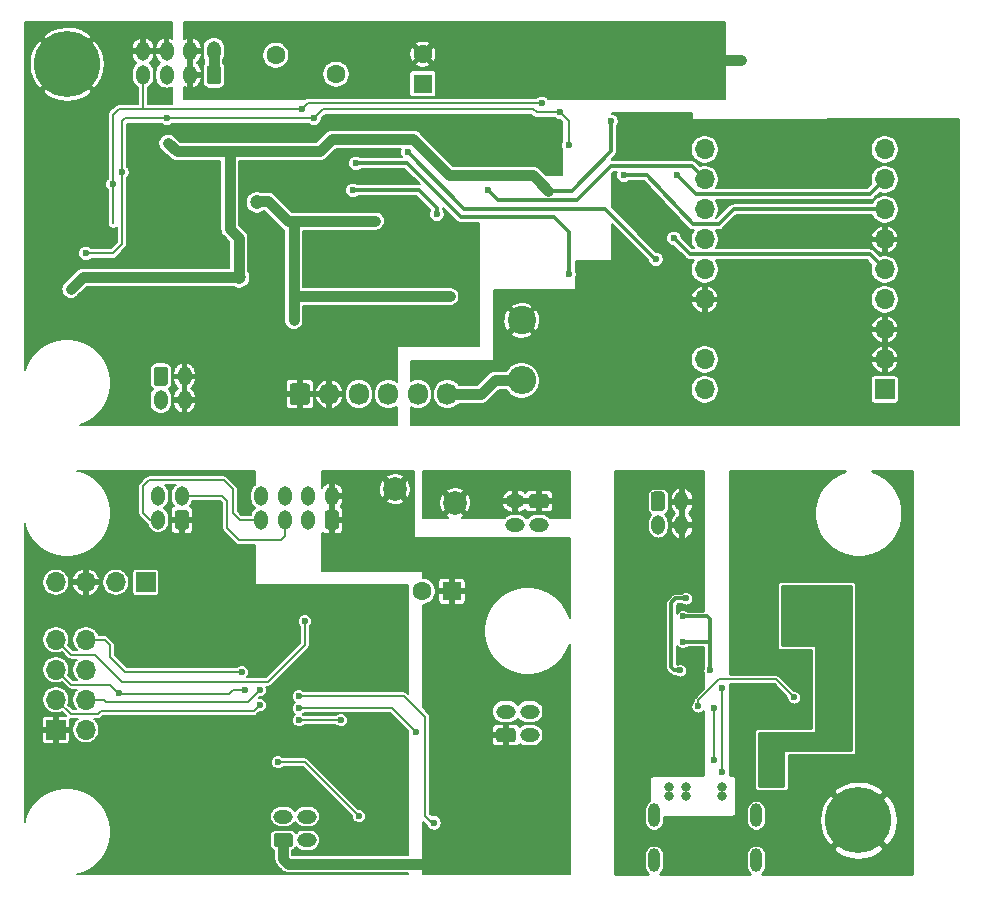
<source format=gbl>
G04 #@! TF.GenerationSoftware,KiCad,Pcbnew,(5.1.10-1-10_14)*
G04 #@! TF.CreationDate,2022-03-22T14:27:17+09:00*
G04 #@! TF.ProjectId,EH-900,45482d39-3030-42e6-9b69-6361645f7063,rev?*
G04 #@! TF.SameCoordinates,PX5f5e100PY510ff40*
G04 #@! TF.FileFunction,Copper,L2,Bot*
G04 #@! TF.FilePolarity,Positive*
%FSLAX46Y46*%
G04 Gerber Fmt 4.6, Leading zero omitted, Abs format (unit mm)*
G04 Created by KiCad (PCBNEW (5.1.10-1-10_14)) date 2022-03-22 14:27:17*
%MOMM*%
%LPD*%
G01*
G04 APERTURE LIST*
G04 #@! TA.AperFunction,ComponentPad*
%ADD10O,1.000000X2.000000*%
G04 #@! TD*
G04 #@! TA.AperFunction,ComponentPad*
%ADD11O,1.700000X1.700000*%
G04 #@! TD*
G04 #@! TA.AperFunction,ComponentPad*
%ADD12R,1.700000X1.700000*%
G04 #@! TD*
G04 #@! TA.AperFunction,ComponentPad*
%ADD13C,1.600000*%
G04 #@! TD*
G04 #@! TA.AperFunction,ComponentPad*
%ADD14R,1.600000X1.600000*%
G04 #@! TD*
G04 #@! TA.AperFunction,ComponentPad*
%ADD15C,4.000000*%
G04 #@! TD*
G04 #@! TA.AperFunction,ConnectorPad*
%ADD16C,5.600000*%
G04 #@! TD*
G04 #@! TA.AperFunction,ComponentPad*
%ADD17C,3.600000*%
G04 #@! TD*
G04 #@! TA.AperFunction,ComponentPad*
%ADD18C,2.010000*%
G04 #@! TD*
G04 #@! TA.AperFunction,ComponentPad*
%ADD19O,1.200000X1.650000*%
G04 #@! TD*
G04 #@! TA.AperFunction,ComponentPad*
%ADD20O,1.650000X1.200000*%
G04 #@! TD*
G04 #@! TA.AperFunction,ComponentPad*
%ADD21O,1.700000X1.850000*%
G04 #@! TD*
G04 #@! TA.AperFunction,ComponentPad*
%ADD22O,2.400000X2.400000*%
G04 #@! TD*
G04 #@! TA.AperFunction,ComponentPad*
%ADD23C,2.400000*%
G04 #@! TD*
G04 #@! TA.AperFunction,ViaPad*
%ADD24C,1.200000*%
G04 #@! TD*
G04 #@! TA.AperFunction,ViaPad*
%ADD25C,0.600000*%
G04 #@! TD*
G04 #@! TA.AperFunction,ViaPad*
%ADD26C,0.800000*%
G04 #@! TD*
G04 #@! TA.AperFunction,Conductor*
%ADD27C,0.200000*%
G04 #@! TD*
G04 #@! TA.AperFunction,Conductor*
%ADD28C,0.900000*%
G04 #@! TD*
G04 #@! TA.AperFunction,Conductor*
%ADD29C,0.300000*%
G04 #@! TD*
G04 #@! TA.AperFunction,Conductor*
%ADD30C,0.100000*%
G04 #@! TD*
G04 #@! TA.AperFunction,Conductor*
%ADD31C,0.254000*%
G04 #@! TD*
G04 APERTURE END LIST*
D10*
G04 #@! TO.P,J301,S1*
G04 #@! TO.N,Net-(J301-PadS1)*
X53680000Y5400000D03*
G04 #@! TO.P,J301,S2*
X62320000Y5400000D03*
G04 #@! TO.P,J301,S3*
X53680000Y1600000D03*
G04 #@! TO.P,J301,S4*
X62320000Y1600000D03*
G04 #@! TD*
D11*
G04 #@! TO.P,CN204,4*
G04 #@! TO.N,GNDD*
X3048000Y25146000D03*
G04 #@! TO.P,CN204,3*
G04 #@! TO.N,+3V3D*
X5588000Y25146000D03*
G04 #@! TO.P,CN204,2*
G04 #@! TO.N,/CPU/I2C1_SCL*
X8128000Y25146000D03*
D12*
G04 #@! TO.P,CN204,1*
G04 #@! TO.N,/CPU/I2C1_SDA*
X10668000Y25146000D03*
G04 #@! TD*
D11*
G04 #@! TO.P,CN201,8*
G04 #@! TO.N,/CPU/VCP_TX*
X5588000Y20268000D03*
G04 #@! TO.P,CN201,7*
G04 #@! TO.N,/CPU/VCP_RX*
X3048000Y20268000D03*
G04 #@! TO.P,CN201,6*
G04 #@! TO.N,GNDD*
X5588000Y17728000D03*
G04 #@! TO.P,CN201,5*
G04 #@! TO.N,/CPU/NRST*
X3048000Y17728000D03*
G04 #@! TO.P,CN201,4*
G04 #@! TO.N,/CPU/SWCLK*
X5588000Y15188000D03*
G04 #@! TO.P,CN201,3*
G04 #@! TO.N,/CPU/SWDIO*
X3048000Y15188000D03*
G04 #@! TO.P,CN201,2*
G04 #@! TO.N,GNDD*
X5588000Y12648000D03*
D12*
G04 #@! TO.P,CN201,1*
G04 #@! TO.N,+3V3D*
X3048000Y12648000D03*
G04 #@! TD*
D13*
G04 #@! TO.P,C210,2*
G04 #@! TO.N,GNDD*
X34076000Y24384000D03*
D14*
G04 #@! TO.P,C210,1*
G04 #@! TO.N,+5VD*
X36576000Y24384000D03*
G04 #@! TD*
D15*
G04 #@! TO.P,REF\u002A\u002A,1*
G04 #@! TO.N,GNDD*
X71000000Y5000000D03*
D16*
X71000000Y5000000D03*
G04 #@! TD*
D17*
G04 #@! TO.P,REF\u002A\u002A,1*
G04 #@! TO.N,GNDA*
X4000000Y69000000D03*
D16*
X4000000Y69000000D03*
G04 #@! TD*
D13*
G04 #@! TO.P,F401,2*
G04 #@! TO.N,/Measurement Unit/+VCC*
X26766000Y68160000D03*
G04 #@! TO.P,F401,1*
G04 #@! TO.N,Net-(CN402-Pad1)*
X21666000Y69760000D03*
G04 #@! TD*
D18*
G04 #@! TO.P,F201,2*
G04 #@! TO.N,Net-(CN206-Pad1)*
X36850000Y31820000D03*
G04 #@! TO.P,F201,1*
G04 #@! TO.N,+5VD*
X31750000Y33020000D03*
G04 #@! TD*
D19*
G04 #@! TO.P,CN401,4*
G04 #@! TO.N,GNDA*
X13938000Y40572000D03*
G04 #@! TO.P,CN401,2*
G04 #@! TO.N,Net-(CN401-Pad1)*
X11938000Y40572000D03*
G04 #@! TO.P,CN401,3*
G04 #@! TO.N,GNDA*
X13938000Y42572000D03*
G04 #@! TO.P,CN401,1*
G04 #@! TO.N,Net-(CN401-Pad1)*
G04 #@! TA.AperFunction,ComponentPad*
G36*
G01*
X11338000Y41996999D02*
X11338000Y43147001D01*
G75*
G02*
X11587999Y43397000I249999J0D01*
G01*
X12288001Y43397000D01*
G75*
G02*
X12538000Y43147001I0J-249999D01*
G01*
X12538000Y41996999D01*
G75*
G02*
X12288001Y41747000I-249999J0D01*
G01*
X11587999Y41747000D01*
G75*
G02*
X11338000Y41996999I0J249999D01*
G01*
G37*
G04 #@! TD.AperFunction*
G04 #@! TD*
G04 #@! TO.P,CN301,4*
G04 #@! TO.N,GNDD*
X56000000Y30000000D03*
G04 #@! TO.P,CN301,2*
G04 #@! TO.N,Net-(C307-Pad1)*
X54000000Y30000000D03*
G04 #@! TO.P,CN301,3*
G04 #@! TO.N,GNDD*
X56000000Y32000000D03*
G04 #@! TO.P,CN301,1*
G04 #@! TO.N,Net-(C307-Pad1)*
G04 #@! TA.AperFunction,ComponentPad*
G36*
G01*
X53400000Y31424999D02*
X53400000Y32575001D01*
G75*
G02*
X53649999Y32825000I249999J0D01*
G01*
X54350001Y32825000D01*
G75*
G02*
X54600000Y32575001I0J-249999D01*
G01*
X54600000Y31424999D01*
G75*
G02*
X54350001Y31175000I-249999J0D01*
G01*
X53649999Y31175000D01*
G75*
G02*
X53400000Y31424999I0J249999D01*
G01*
G37*
G04 #@! TD.AperFunction*
G04 #@! TD*
D20*
G04 #@! TO.P,CN207,4*
G04 #@! TO.N,GNDD*
X43148000Y14192000D03*
G04 #@! TO.P,CN207,2*
G04 #@! TO.N,Net-(CN207-Pad2)*
X43148000Y12192000D03*
G04 #@! TO.P,CN207,3*
G04 #@! TO.N,Net-(CN207-Pad3)*
X41148000Y14192000D03*
G04 #@! TO.P,CN207,1*
G04 #@! TO.N,+5VD*
G04 #@! TA.AperFunction,ComponentPad*
G36*
G01*
X41723001Y11592000D02*
X40572999Y11592000D01*
G75*
G02*
X40323000Y11841999I0J249999D01*
G01*
X40323000Y12542001D01*
G75*
G02*
X40572999Y12792000I249999J0D01*
G01*
X41723001Y12792000D01*
G75*
G02*
X41973000Y12542001I0J-249999D01*
G01*
X41973000Y11841999D01*
G75*
G02*
X41723001Y11592000I-249999J0D01*
G01*
G37*
G04 #@! TD.AperFunction*
G04 #@! TD*
G04 #@! TO.P,CN206,4*
G04 #@! TO.N,GNDD*
X41942000Y30004000D03*
G04 #@! TO.P,CN206,2*
G04 #@! TO.N,Net-(CN206-Pad1)*
X41942000Y32004000D03*
G04 #@! TO.P,CN206,3*
G04 #@! TO.N,GNDD*
X43942000Y30004000D03*
G04 #@! TO.P,CN206,1*
G04 #@! TO.N,Net-(CN206-Pad1)*
G04 #@! TA.AperFunction,ComponentPad*
G36*
G01*
X43366999Y32604000D02*
X44517001Y32604000D01*
G75*
G02*
X44767000Y32354001I0J-249999D01*
G01*
X44767000Y31653999D01*
G75*
G02*
X44517001Y31404000I-249999J0D01*
G01*
X43366999Y31404000D01*
G75*
G02*
X43117000Y31653999I0J249999D01*
G01*
X43117000Y32354001D01*
G75*
G02*
X43366999Y32604000I249999J0D01*
G01*
G37*
G04 #@! TD.AperFunction*
G04 #@! TD*
G04 #@! TO.P,CN203,4*
G04 #@! TO.N,GNDD*
X24300000Y5302000D03*
G04 #@! TO.P,CN203,2*
G04 #@! TO.N,/CPU/LED_DRIVE*
X24300000Y3302000D03*
G04 #@! TO.P,CN203,3*
G04 #@! TO.N,/CPU/SW_IN*
X22300000Y5302000D03*
G04 #@! TO.P,CN203,1*
G04 #@! TO.N,+5VD*
G04 #@! TA.AperFunction,ComponentPad*
G36*
G01*
X22875001Y2702000D02*
X21724999Y2702000D01*
G75*
G02*
X21475000Y2951999I0J249999D01*
G01*
X21475000Y3652001D01*
G75*
G02*
X21724999Y3902000I249999J0D01*
G01*
X22875001Y3902000D01*
G75*
G02*
X23125000Y3652001I0J-249999D01*
G01*
X23125000Y2951999D01*
G75*
G02*
X22875001Y2702000I-249999J0D01*
G01*
G37*
G04 #@! TD.AperFunction*
G04 #@! TD*
D19*
G04 #@! TO.P,CN202,4*
G04 #@! TO.N,GNDD*
X11716000Y32428000D03*
G04 #@! TO.P,CN202,2*
G04 #@! TO.N,/CPU/I2C1_SCL*
X13716000Y32428000D03*
G04 #@! TO.P,CN202,3*
G04 #@! TO.N,/CPU/I2C1_SDA*
X11716000Y30428000D03*
G04 #@! TO.P,CN202,1*
G04 #@! TO.N,+3V3D*
G04 #@! TA.AperFunction,ComponentPad*
G36*
G01*
X14316000Y31003001D02*
X14316000Y29852999D01*
G75*
G02*
X14066001Y29603000I-249999J0D01*
G01*
X13365999Y29603000D01*
G75*
G02*
X13116000Y29852999I0J249999D01*
G01*
X13116000Y31003001D01*
G75*
G02*
X13365999Y31253000I249999J0D01*
G01*
X14066001Y31253000D01*
G75*
G02*
X14316000Y31003001I0J-249999D01*
G01*
G37*
G04 #@! TD.AperFunction*
G04 #@! TD*
D21*
G04 #@! TO.P,CN403,6*
G04 #@! TO.N,Net-(CN403-Pad6)*
X36198000Y41058000D03*
G04 #@! TO.P,CN403,5*
G04 #@! TO.N,Net-(CN403-Pad5)*
X33698000Y41058000D03*
G04 #@! TO.P,CN403,4*
G04 #@! TO.N,Net-(CN403-Pad4)*
X31198000Y41058000D03*
G04 #@! TO.P,CN403,3*
G04 #@! TO.N,Net-(CN403-Pad3)*
X28698000Y41058000D03*
G04 #@! TO.P,CN403,2*
G04 #@! TO.N,GNDA*
X26198000Y41058000D03*
G04 #@! TO.P,CN403,1*
G04 #@! TA.AperFunction,ComponentPad*
G36*
G01*
X22848000Y40383000D02*
X22848000Y41733000D01*
G75*
G02*
X23098000Y41983000I250000J0D01*
G01*
X24298000Y41983000D01*
G75*
G02*
X24548000Y41733000I0J-250000D01*
G01*
X24548000Y40383000D01*
G75*
G02*
X24298000Y40133000I-250000J0D01*
G01*
X23098000Y40133000D01*
G75*
G02*
X22848000Y40383000I0J250000D01*
G01*
G37*
G04 #@! TD.AperFunction*
G04 #@! TD*
D22*
G04 #@! TO.P,R419,2*
G04 #@! TO.N,Net-(CN403-Pad6)*
X42494000Y42226000D03*
D23*
G04 #@! TO.P,R419,1*
G04 #@! TO.N,GNDHV*
X42494000Y47306000D03*
G04 #@! TD*
D11*
G04 #@! TO.P,U409,18*
G04 #@! TO.N,Net-(C413-Pad1)*
X57988000Y41464000D03*
G04 #@! TO.P,U409,17*
X57988000Y44004000D03*
G04 #@! TO.P,U409,15*
G04 #@! TO.N,GNDHV*
X57988000Y49084000D03*
G04 #@! TO.P,U409,14*
G04 #@! TO.N,Net-(R420-Pad1)*
X57988000Y51624000D03*
G04 #@! TO.P,U409,13*
G04 #@! TO.N,Net-(U409-Pad13)*
X57988000Y54164000D03*
G04 #@! TO.P,U409,12*
G04 #@! TO.N,Net-(U409-Pad12)*
X57988000Y56704000D03*
G04 #@! TO.P,U409,11*
G04 #@! TO.N,/Measurement Unit/N_FAULT*
X57988000Y59244000D03*
G04 #@! TO.P,U409,10*
G04 #@! TO.N,Net-(U409-Pad10)*
X57988000Y61784000D03*
G04 #@! TO.P,U409,6*
G04 #@! TO.N,GNDHV*
X73228000Y54164000D03*
G04 #@! TO.P,U409,7*
G04 #@! TO.N,/Measurement Unit/Vset*
X73228000Y56704000D03*
G04 #@! TO.P,U409,9*
G04 #@! TO.N,Net-(U409-Pad9)*
X73228000Y61784000D03*
G04 #@! TO.P,U409,4*
G04 #@! TO.N,Net-(U409-Pad4)*
X73228000Y49084000D03*
G04 #@! TO.P,U409,3*
G04 #@! TO.N,GNDHV*
X73228000Y46544000D03*
G04 #@! TO.P,U409,8*
G04 #@! TO.N,/Measurement Unit/Vrefout*
X73228000Y59244000D03*
G04 #@! TO.P,U409,5*
G04 #@! TO.N,/Measurement Unit/EN*
X73228000Y51624000D03*
G04 #@! TO.P,U409,2*
G04 #@! TO.N,GNDHV*
X73228000Y44004000D03*
D12*
G04 #@! TO.P,U409,1*
G04 #@! TO.N,Net-(C411-Pad1)*
X73228000Y41464000D03*
G04 #@! TD*
D19*
G04 #@! TO.P,CN402,8*
G04 #@! TO.N,GNDA*
X10427000Y70109000D03*
G04 #@! TO.P,CN402,6*
X12427000Y70109000D03*
G04 #@! TO.P,CN402,4*
G04 #@! TO.N,/Measurement Unit/-VCC*
X14427000Y70109000D03*
G04 #@! TO.P,CN402,2*
G04 #@! TO.N,Net-(CN402-Pad1)*
X16427000Y70109000D03*
G04 #@! TO.P,CN402,7*
G04 #@! TO.N,/Measurement Unit/SDA_MU*
X10427000Y68109000D03*
G04 #@! TO.P,CN402,5*
G04 #@! TO.N,/Measurement Unit/SCL_MU*
X12427000Y68109000D03*
G04 #@! TO.P,CN402,3*
G04 #@! TO.N,/Measurement Unit/-VCC*
X14427000Y68109000D03*
G04 #@! TO.P,CN402,1*
G04 #@! TO.N,Net-(CN402-Pad1)*
G04 #@! TA.AperFunction,ComponentPad*
G36*
G01*
X17027000Y68684001D02*
X17027000Y67533999D01*
G75*
G02*
X16777001Y67284000I-249999J0D01*
G01*
X16076999Y67284000D01*
G75*
G02*
X15827000Y67533999I0J249999D01*
G01*
X15827000Y68684001D01*
G75*
G02*
X16076999Y68934000I249999J0D01*
G01*
X16777001Y68934000D01*
G75*
G02*
X17027000Y68684001I0J-249999D01*
G01*
G37*
G04 #@! TD.AperFunction*
G04 #@! TD*
D13*
G04 #@! TO.P,C410,2*
G04 #@! TO.N,/Measurement Unit/-VCC*
X34112000Y69847000D03*
D14*
G04 #@! TO.P,C410,1*
G04 #@! TO.N,/Measurement Unit/+VCC*
X34112000Y67347000D03*
G04 #@! TD*
D19*
G04 #@! TO.P,CN205,8*
G04 #@! TO.N,GNDD*
X20416000Y32428000D03*
G04 #@! TO.P,CN205,6*
X22416000Y32428000D03*
G04 #@! TO.P,CN205,4*
X24416000Y32428000D03*
G04 #@! TO.P,CN205,2*
G04 #@! TO.N,+5VD*
X26416000Y32428000D03*
G04 #@! TO.P,CN205,7*
G04 #@! TO.N,/CPU/I2C1_SDA*
X20416000Y30428000D03*
G04 #@! TO.P,CN205,5*
G04 #@! TO.N,/CPU/I2C1_SCL*
X22416000Y30428000D03*
G04 #@! TO.P,CN205,3*
G04 #@! TO.N,GNDD*
X24416000Y30428000D03*
G04 #@! TO.P,CN205,1*
G04 #@! TO.N,+5VD*
G04 #@! TA.AperFunction,ComponentPad*
G36*
G01*
X27016000Y31003001D02*
X27016000Y29852999D01*
G75*
G02*
X26766001Y29603000I-249999J0D01*
G01*
X26065999Y29603000D01*
G75*
G02*
X25816000Y29852999I0J249999D01*
G01*
X25816000Y31003001D01*
G75*
G02*
X26065999Y31253000I249999J0D01*
G01*
X26766001Y31253000D01*
G75*
G02*
X27016000Y31003001I0J-249999D01*
G01*
G37*
G04 #@! TD.AperFunction*
G04 #@! TD*
D24*
G04 #@! TO.N,GNDD*
X64516000Y3456000D03*
X51816000Y3456000D03*
X51816000Y4853000D03*
X51816000Y2059000D03*
X64516000Y2059000D03*
X61595000Y7266000D03*
D25*
X56134000Y11330000D03*
X56134000Y9806000D03*
G04 #@! TO.N,/CPU/NRST*
X19050000Y16002000D03*
X8382000Y15748000D03*
D26*
G04 #@! TO.N,+3V3D*
X16256000Y20320000D03*
X26162000Y10922000D03*
X18034000Y24638000D03*
X24384000Y23622000D03*
X9906000Y12192000D03*
X31496000Y20066000D03*
X30838627Y12498627D03*
X29210000Y16510000D03*
D25*
G04 #@! TO.N,/CPU/VCP_TX*
X18796000Y17526000D03*
G04 #@! TO.N,/CPU/SWDIO*
X20320000Y14732000D03*
G04 #@! TO.N,/CPU/SWCLK*
X20320000Y16002000D03*
D26*
G04 #@! TO.N,+5VD*
X29972000Y27432000D03*
X43180000Y4572000D03*
X35814000Y14224000D03*
D25*
G04 #@! TO.N,/CPU/SWITCH*
X27178000Y13462000D03*
X23622000Y13462000D03*
G04 #@! TO.N,/CPU/LED*
X21844000Y9906000D03*
X28702000Y5334000D03*
G04 #@! TO.N,/CPU/USART1_RX*
X23622000Y15494000D03*
X35052000Y4774000D03*
G04 #@! TO.N,/CPU/USART1_TX*
X23622000Y14478000D03*
X33528000Y12446000D03*
G04 #@! TO.N,/CPU/VCP_RX*
X24130000Y21844000D03*
G04 #@! TO.N,GNDA*
X28778000Y56958000D03*
X33096000Y56450000D03*
X34366000Y63816000D03*
X15494000Y59844000D03*
X15494000Y58828000D03*
X15494000Y57812000D03*
X16510000Y57812000D03*
X39624000Y60860000D03*
X40894000Y60860000D03*
X42164000Y60860000D03*
X43434000Y60860000D03*
X21590000Y59844000D03*
X21590000Y58828000D03*
X20066000Y55018000D03*
X20066000Y54002000D03*
X20066000Y52986000D03*
X33020000Y59082000D03*
X29718000Y50700000D03*
X38354000Y54256000D03*
X38354000Y53240000D03*
X36322000Y45366000D03*
X37338000Y45366000D03*
G04 #@! TO.N,+5VA*
X23190000Y47306000D03*
X36398000Y49338000D03*
X30104798Y55717112D03*
D24*
X20066000Y57304000D03*
D25*
G04 #@! TO.N,/Measurement Unit/-VCC*
X61092012Y69347988D03*
G04 #@! TO.N,/Measurement Unit/SDA_MU*
X44196000Y65686000D03*
X23876000Y65178000D03*
X7874000Y58828000D03*
G04 #@! TO.N,/Measurement Unit/SCL_MU*
X8636000Y59844000D03*
X24892000Y64416000D03*
X46482000Y62130000D03*
X45720000Y64924000D03*
X12436000Y64416000D03*
X5588000Y52986000D03*
G04 #@! TO.N,Net-(R408-Pad1)*
X28194000Y58320000D03*
X35306000Y56288000D03*
G04 #@! TO.N,Net-(R411-Pad1)*
X53848000Y52478000D03*
X32842000Y61530000D03*
G04 #@! TO.N,Net-(R413-Pad2)*
X28448000Y60606000D03*
X46482000Y51208000D03*
G04 #@! TO.N,/Measurement Unit/N_FAULT*
X39624000Y58320000D03*
D24*
G04 #@! TO.N,GNDHV*
X65862000Y62546000D03*
D25*
X51000000Y49000000D03*
X51000000Y50000000D03*
X45000000Y46000000D03*
X45000000Y47000000D03*
X45000000Y48000000D03*
X45000000Y49000000D03*
X53340000Y56288000D03*
X55372000Y63146000D03*
X51054000Y64416000D03*
G04 #@! TO.N,/Measurement Unit/Vset*
X51130000Y59590000D03*
G04 #@! TO.N,/Measurement Unit/Vrefout*
X55626000Y59590000D03*
G04 #@! TO.N,/Measurement Unit/EN*
X55372000Y54256000D03*
G04 #@! TO.N,+3V3A*
X12522000Y62292000D03*
X34036000Y61784000D03*
X25400000Y61622000D03*
X44728812Y58295188D03*
X50038000Y64162000D03*
X12700000Y50954000D03*
D24*
X18542000Y50954000D03*
D25*
X4317988Y49938000D03*
G04 #@! TO.N,/USB PD Power Supply/PD_3V3*
X63119000Y11584000D03*
X63119000Y10060000D03*
X69596000Y13870000D03*
X69596000Y18442000D03*
X64770000Y24538000D03*
X65659000Y20474000D03*
X64008000Y8282000D03*
D26*
G04 #@! TO.N,Net-(C302-Pad1)*
X56388000Y7774000D03*
X56388000Y7012000D03*
X59436000Y7012000D03*
X59436000Y7774000D03*
X54991000Y7774000D03*
X54991000Y7012000D03*
D25*
G04 #@! TO.N,Net-(C305-Pad2)*
X56388000Y23776000D03*
X55880000Y17680000D03*
G04 #@! TO.N,Net-(D301-Pad2)*
X56134000Y22252000D03*
X56134000Y20093000D03*
X58420000Y17680000D03*
G04 #@! TO.N,Net-(J301-PadA5)*
X58801000Y10060000D03*
X58801000Y14505000D03*
G04 #@! TO.N,Net-(J301-PadB5)*
X59436000Y9044000D03*
X59436000Y16156000D03*
G04 #@! TO.N,Net-(R310-Pad2)*
X65532000Y15394000D03*
X57404000Y14632000D03*
G04 #@! TD*
D27*
G04 #@! TO.N,/CPU/NRST*
X4356000Y16458000D02*
X3048000Y17728000D01*
X8382000Y15696000D02*
X7620000Y16458000D01*
X7620000Y16458000D02*
X4356000Y16458000D01*
X19050000Y16002000D02*
X18034000Y16002000D01*
X17728000Y15696000D02*
X8382000Y15696000D01*
X18034000Y16002000D02*
X17728000Y15696000D01*
G04 #@! TO.N,/CPU/VCP_TX*
X7620000Y18796000D02*
X8890000Y17526000D01*
X7620000Y19812000D02*
X7620000Y18796000D01*
X8890000Y17526000D02*
X18796000Y17526000D01*
X7164000Y20268000D02*
X7620000Y19812000D01*
X5588000Y20268000D02*
X7164000Y20268000D01*
G04 #@! TO.N,/CPU/SWDIO*
X4318000Y13970000D02*
X3048000Y15188000D01*
X6604000Y13970000D02*
X4318000Y13970000D01*
X6858000Y14224000D02*
X6604000Y13970000D01*
X19812000Y14224000D02*
X6858000Y14224000D01*
X20320000Y14732000D02*
X19812000Y14224000D01*
G04 #@! TO.N,/CPU/SWCLK*
X7112000Y15188000D02*
X5588000Y15188000D01*
X7314000Y14986000D02*
X7112000Y15188000D01*
X19304000Y14986000D02*
X7314000Y14986000D01*
X20320000Y16002000D02*
X19304000Y14986000D01*
G04 #@! TO.N,/CPU/I2C1_SCL*
X17526000Y32004000D02*
X17102000Y32428000D01*
X17526000Y29718000D02*
X17526000Y32004000D01*
X22098000Y28702000D02*
X18542000Y28702000D01*
X17102000Y32428000D02*
X13716000Y32428000D01*
X18542000Y28702000D02*
X17526000Y29718000D01*
X22416000Y29020000D02*
X22098000Y28702000D01*
X22416000Y30428000D02*
X22416000Y29020000D01*
G04 #@! TO.N,/CPU/I2C1_SDA*
X11716000Y30428000D02*
X10974000Y30428000D01*
X10974000Y30428000D02*
X10414000Y30988000D01*
X10414000Y30988000D02*
X10414000Y33274000D01*
X10414000Y33274000D02*
X10922000Y33782000D01*
X10922000Y33782000D02*
X17272000Y33782000D01*
X17272000Y33782000D02*
X18034000Y33020000D01*
X18034000Y33020000D02*
X18034000Y30988000D01*
X18594000Y30428000D02*
X20416000Y30428000D01*
X18034000Y30988000D02*
X18594000Y30428000D01*
D28*
G04 #@! TO.N,+5VD*
X22300000Y1703000D02*
X22300000Y3302000D01*
X22733000Y1270000D02*
X22300000Y1703000D01*
X43180000Y1270000D02*
X22733000Y1270000D01*
D27*
G04 #@! TO.N,/CPU/SWITCH*
X27178000Y13462000D02*
X23622000Y13462000D01*
G04 #@! TO.N,/CPU/LED*
X24130000Y9906000D02*
X28702000Y5334000D01*
X23876000Y9906000D02*
X24130000Y9906000D01*
X21844000Y9906000D02*
X23876000Y9906000D01*
G04 #@! TO.N,/CPU/USART1_RX*
X34850000Y4774000D02*
X35052000Y4774000D01*
X34290000Y13710000D02*
X34290000Y5334000D01*
X32506000Y15494000D02*
X34290000Y13710000D01*
X23674000Y15494000D02*
X32506000Y15494000D01*
X34290000Y5334000D02*
X34850000Y4774000D01*
X23622000Y15442000D02*
X23674000Y15494000D01*
G04 #@! TO.N,/CPU/USART1_TX*
X31496000Y14478000D02*
X33528000Y12446000D01*
X23622000Y14478000D02*
X31496000Y14478000D01*
G04 #@! TO.N,/CPU/VCP_RX*
X4318000Y18998000D02*
X3048000Y20268000D01*
X24130000Y21844000D02*
X24130000Y19812000D01*
X6350000Y18998000D02*
X4318000Y18998000D01*
X8636000Y16712000D02*
X6350000Y18998000D01*
X21030000Y16712000D02*
X8636000Y16712000D01*
X24130000Y19812000D02*
X21030000Y16712000D01*
D28*
G04 #@! TO.N,+5VA*
X23190000Y52640000D02*
X23190000Y55688000D01*
X23190000Y47306000D02*
X23190000Y52640000D01*
D29*
X29804799Y55417113D02*
X30104798Y55717112D01*
D28*
X20076000Y57400000D02*
X20970000Y57400000D01*
X22677761Y55692239D02*
X30104798Y55717112D01*
X20970000Y57400000D02*
X22677761Y55692239D01*
X22682000Y55688000D02*
X22677761Y55692239D01*
X36398000Y49338000D02*
X23190000Y49338000D01*
G04 #@! TO.N,/Measurement Unit/-VCC*
X61092012Y69347988D02*
X58838000Y69354000D01*
G04 #@! TO.N,Net-(CN402-Pad1)*
X16427000Y68109000D02*
X16427000Y70109000D01*
D27*
G04 #@! TO.N,/Measurement Unit/SDA_MU*
X10161000Y68109000D02*
X10427000Y68109000D01*
X10427000Y65197000D02*
X10436000Y65188000D01*
X10427000Y68109000D02*
X10427000Y65197000D01*
X24384000Y65686000D02*
X44196000Y65686000D01*
X23876000Y65178000D02*
X24384000Y65686000D01*
X7874000Y58828000D02*
X7874000Y55526000D01*
X10414000Y65178000D02*
X10436000Y65188000D01*
X23876000Y65178000D02*
X10414000Y65178000D01*
X8392000Y65178000D02*
X10436000Y65178000D01*
X7874000Y64670000D02*
X8392000Y65178000D01*
X7874000Y58828000D02*
X7874000Y64670000D01*
G04 #@! TO.N,/Measurement Unit/SCL_MU*
X24892000Y64416000D02*
X23368000Y64416000D01*
X25654000Y65178000D02*
X24892000Y64416000D01*
X43434000Y65178000D02*
X25654000Y65178000D01*
X43764000Y64924000D02*
X43434000Y65178000D01*
X45720000Y64924000D02*
X43764000Y64924000D01*
X23114000Y64416000D02*
X12360000Y64416000D01*
X23368000Y64416000D02*
X23114000Y64416000D01*
X8636000Y64162000D02*
X8890000Y64416000D01*
X8636000Y59844000D02*
X8636000Y64162000D01*
X8890000Y64416000D02*
X12436000Y64416000D01*
X46482000Y64162000D02*
X46482000Y62130000D01*
X45720000Y64924000D02*
X46482000Y64162000D01*
X7874000Y52986000D02*
X5588000Y52986000D01*
X8636000Y53748000D02*
X7874000Y52986000D01*
X8636000Y59844000D02*
X8636000Y53748000D01*
D29*
G04 #@! TO.N,Net-(R408-Pad1)*
X35306000Y56796000D02*
X35306000Y56288000D01*
X33782000Y58320000D02*
X35306000Y56796000D01*
X28194000Y58320000D02*
X33782000Y58320000D01*
G04 #@! TO.N,Net-(R411-Pad1)*
X53848000Y52478000D02*
X53624001Y52685999D01*
X37610011Y56761989D02*
X32842000Y61530000D01*
X53624001Y52685999D02*
X49548011Y56761989D01*
X49548011Y56761989D02*
X37610011Y56761989D01*
G04 #@! TO.N,Net-(R413-Pad2)*
X37338000Y56034000D02*
X32766000Y60606000D01*
X32766000Y60606000D02*
X28448000Y60606000D01*
X45212000Y56034000D02*
X37338000Y56034000D01*
X46482000Y54764000D02*
X45212000Y56034000D01*
X46482000Y51208000D02*
X46482000Y54764000D01*
G04 #@! TO.N,/Measurement Unit/N_FAULT*
X56880000Y60352000D02*
X57988000Y59244000D01*
X50038000Y60352000D02*
X56880000Y60352000D01*
X47181178Y57495178D02*
X50038000Y60352000D01*
X40448822Y57495178D02*
X47181178Y57495178D01*
X39624000Y58320000D02*
X40448822Y57495178D01*
D28*
G04 #@! TO.N,Net-(CN403-Pad6)*
X42494000Y42226000D02*
X40208000Y42226000D01*
X39040000Y41058000D02*
X36198000Y41058000D01*
X40208000Y42226000D02*
X39040000Y41058000D01*
D29*
G04 #@! TO.N,/Measurement Unit/Vset*
X60452000Y56704000D02*
X73228000Y56704000D01*
X59182000Y55434000D02*
X60452000Y56704000D01*
X56972000Y55434000D02*
X59182000Y55434000D01*
X53086000Y59590000D02*
X56972000Y55434000D01*
X51130000Y59590000D02*
X53086000Y59590000D01*
G04 #@! TO.N,/Measurement Unit/Vrefout*
X71958000Y57974000D02*
X73228000Y59244000D01*
X57242000Y57974000D02*
X71958000Y57974000D01*
X55626000Y59590000D02*
X57242000Y57974000D01*
G04 #@! TO.N,/Measurement Unit/EN*
X56734000Y52894000D02*
X55372000Y54256000D01*
X71958000Y52894000D02*
X56734000Y52894000D01*
X73228000Y51624000D02*
X71958000Y52894000D01*
D28*
G04 #@! TO.N,+3V3A*
X33274000Y62648000D02*
X26492000Y62648000D01*
X34620000Y61276000D02*
X33274000Y62638000D01*
X26416000Y62638000D02*
X25400000Y61622000D01*
X13284000Y61622000D02*
X12522000Y62292000D01*
X25400000Y61622000D02*
X13284000Y61622000D01*
X43942000Y59082000D02*
X44728812Y58295188D01*
X43434000Y59590000D02*
X43942000Y59082000D01*
X36322000Y59590000D02*
X43434000Y59590000D01*
X34798000Y61114000D02*
X36322000Y59590000D01*
D29*
X50038000Y61622000D02*
X46711188Y58295188D01*
X46711188Y58295188D02*
X44728812Y58295188D01*
X50038000Y64162000D02*
X50038000Y61622000D01*
D28*
X17780000Y61622000D02*
X18618000Y61622000D01*
X17780000Y55018000D02*
X17780000Y61622000D01*
X18542000Y54256000D02*
X17780000Y55018000D01*
X18542000Y50954000D02*
X18542000Y54256000D01*
X15875000Y50954000D02*
X18542000Y50954000D01*
X12700000Y50954000D02*
X15875000Y50954000D01*
X12700000Y50954000D02*
X5333988Y50954000D01*
X5333988Y50954000D02*
X4317988Y49938000D01*
D29*
G04 #@! TO.N,Net-(C305-Pad2)*
X55118000Y23395000D02*
X55499000Y23776000D01*
X55118000Y17934000D02*
X55118000Y23395000D01*
X55499000Y23776000D02*
X56388000Y23776000D01*
X55372000Y17680000D02*
X55118000Y17934000D01*
X55880000Y17680000D02*
X55372000Y17680000D01*
G04 #@! TO.N,Net-(D301-Pad2)*
X57150000Y22252000D02*
X56134000Y22252000D01*
X58420000Y20566000D02*
X58420000Y20982000D01*
X58166000Y22252000D02*
X58420000Y21998000D01*
X58166000Y22252000D02*
X57150000Y22252000D01*
X58420000Y20220000D02*
X58420000Y17680000D01*
X58420000Y21998000D02*
X58420000Y20220000D01*
X58420000Y20093000D02*
X58420000Y20220000D01*
X56134000Y20093000D02*
X58420000Y20093000D01*
D27*
G04 #@! TO.N,Net-(J301-PadA5)*
X58801000Y10060000D02*
X58801000Y14505000D01*
G04 #@! TO.N,Net-(J301-PadB5)*
X59436000Y9044000D02*
X59436000Y11965000D01*
X59436000Y14430004D02*
X59436000Y16156000D01*
X59436000Y11965000D02*
X59436000Y14430004D01*
G04 #@! TO.N,Net-(R310-Pad2)*
X57404000Y15140000D02*
X57404000Y14632000D01*
X59182000Y16918000D02*
X57404000Y15140000D01*
X64008000Y16918000D02*
X59182000Y16918000D01*
X65532000Y15394000D02*
X64008000Y16918000D01*
G04 #@! TD*
G04 #@! TO.N,Net-(CN206-Pad1)*
X46600000Y30600000D02*
X44842154Y30600000D01*
X44806475Y30643475D01*
X44669432Y30755943D01*
X44513081Y30839514D01*
X44343431Y30890977D01*
X44211207Y30904000D01*
X43672793Y30904000D01*
X43540569Y30890977D01*
X43370919Y30839514D01*
X43214568Y30755943D01*
X43077525Y30643475D01*
X43041846Y30600000D01*
X42842154Y30600000D01*
X42806475Y30643475D01*
X42669432Y30755943D01*
X42513081Y30839514D01*
X42343431Y30890977D01*
X42211207Y30904000D01*
X41672793Y30904000D01*
X41540569Y30890977D01*
X41370919Y30839514D01*
X41214568Y30755943D01*
X41077525Y30643475D01*
X41041846Y30600000D01*
X37463330Y30600000D01*
X37464115Y30600303D01*
X37522957Y30631754D01*
X37637545Y30814666D01*
X36850000Y31602211D01*
X36062455Y30814666D01*
X36177043Y30631754D01*
X36248701Y30600000D01*
X34100000Y30600000D01*
X34100000Y31719389D01*
X35488136Y31719389D01*
X35533931Y31455636D01*
X35630303Y31205885D01*
X35661754Y31147043D01*
X35844666Y31032455D01*
X36632211Y31820000D01*
X37067789Y31820000D01*
X37855334Y31032455D01*
X38038246Y31147043D01*
X38146701Y31391789D01*
X38205325Y31652991D01*
X38206586Y31704615D01*
X40811194Y31704615D01*
X40875172Y31537730D01*
X40982312Y31382457D01*
X41117686Y31251069D01*
X41276091Y31148616D01*
X41451440Y31079035D01*
X41636994Y31045000D01*
X41788000Y31132791D01*
X41788000Y31850000D01*
X42096000Y31850000D01*
X42096000Y31132791D01*
X42247006Y31045000D01*
X42432560Y31079035D01*
X42607909Y31148616D01*
X42766314Y31251069D01*
X42787287Y31271425D01*
X42788364Y31267875D01*
X42821235Y31206376D01*
X42865473Y31152473D01*
X42919376Y31108235D01*
X42980875Y31075364D01*
X43047604Y31055122D01*
X43117000Y31048287D01*
X43699500Y31050000D01*
X43788000Y31138500D01*
X43788000Y31850000D01*
X44096000Y31850000D01*
X44096000Y31138500D01*
X44184500Y31050000D01*
X44767000Y31048287D01*
X44836396Y31055122D01*
X44903125Y31075364D01*
X44964624Y31108235D01*
X45018527Y31152473D01*
X45062765Y31206376D01*
X45095636Y31267875D01*
X45115878Y31334604D01*
X45122713Y31404000D01*
X45121000Y31761500D01*
X45032500Y31850000D01*
X44096000Y31850000D01*
X43788000Y31850000D01*
X42096000Y31850000D01*
X41788000Y31850000D01*
X40865311Y31850000D01*
X40811194Y31704615D01*
X38206586Y31704615D01*
X38211864Y31920611D01*
X38166069Y32184364D01*
X38120143Y32303385D01*
X40811194Y32303385D01*
X40865311Y32158000D01*
X41788000Y32158000D01*
X41788000Y32875209D01*
X42096000Y32875209D01*
X42096000Y32158000D01*
X43788000Y32158000D01*
X43788000Y32869500D01*
X44096000Y32869500D01*
X44096000Y32158000D01*
X45032500Y32158000D01*
X45121000Y32246500D01*
X45122713Y32604000D01*
X45115878Y32673396D01*
X45095636Y32740125D01*
X45062765Y32801624D01*
X45018527Y32855527D01*
X44964624Y32899765D01*
X44903125Y32932636D01*
X44836396Y32952878D01*
X44767000Y32959713D01*
X44184500Y32958000D01*
X44096000Y32869500D01*
X43788000Y32869500D01*
X43699500Y32958000D01*
X43117000Y32959713D01*
X43047604Y32952878D01*
X42980875Y32932636D01*
X42919376Y32899765D01*
X42865473Y32855527D01*
X42821235Y32801624D01*
X42788364Y32740125D01*
X42787287Y32736575D01*
X42766314Y32756931D01*
X42607909Y32859384D01*
X42432560Y32928965D01*
X42247006Y32963000D01*
X42096000Y32875209D01*
X41788000Y32875209D01*
X41636994Y32963000D01*
X41451440Y32928965D01*
X41276091Y32859384D01*
X41117686Y32756931D01*
X40982312Y32625543D01*
X40875172Y32470270D01*
X40811194Y32303385D01*
X38120143Y32303385D01*
X38069697Y32434115D01*
X38038246Y32492957D01*
X37855334Y32607545D01*
X37067789Y31820000D01*
X36632211Y31820000D01*
X35844666Y32607545D01*
X35661754Y32492957D01*
X35553299Y32248211D01*
X35494675Y31987009D01*
X35488136Y31719389D01*
X34100000Y31719389D01*
X34100000Y32825334D01*
X36062455Y32825334D01*
X36850000Y32037789D01*
X37637545Y32825334D01*
X37522957Y33008246D01*
X37278211Y33116701D01*
X37017009Y33175325D01*
X36749389Y33181864D01*
X36485636Y33136069D01*
X36235885Y33039697D01*
X36177043Y33008246D01*
X36062455Y32825334D01*
X34100000Y32825334D01*
X34100000Y34600000D01*
X46600000Y34600000D01*
X46600000Y30600000D01*
G04 #@! TA.AperFunction,Conductor*
D30*
G36*
X46600000Y30600000D02*
G01*
X44842154Y30600000D01*
X44806475Y30643475D01*
X44669432Y30755943D01*
X44513081Y30839514D01*
X44343431Y30890977D01*
X44211207Y30904000D01*
X43672793Y30904000D01*
X43540569Y30890977D01*
X43370919Y30839514D01*
X43214568Y30755943D01*
X43077525Y30643475D01*
X43041846Y30600000D01*
X42842154Y30600000D01*
X42806475Y30643475D01*
X42669432Y30755943D01*
X42513081Y30839514D01*
X42343431Y30890977D01*
X42211207Y30904000D01*
X41672793Y30904000D01*
X41540569Y30890977D01*
X41370919Y30839514D01*
X41214568Y30755943D01*
X41077525Y30643475D01*
X41041846Y30600000D01*
X37463330Y30600000D01*
X37464115Y30600303D01*
X37522957Y30631754D01*
X37637545Y30814666D01*
X36850000Y31602211D01*
X36062455Y30814666D01*
X36177043Y30631754D01*
X36248701Y30600000D01*
X34100000Y30600000D01*
X34100000Y31719389D01*
X35488136Y31719389D01*
X35533931Y31455636D01*
X35630303Y31205885D01*
X35661754Y31147043D01*
X35844666Y31032455D01*
X36632211Y31820000D01*
X37067789Y31820000D01*
X37855334Y31032455D01*
X38038246Y31147043D01*
X38146701Y31391789D01*
X38205325Y31652991D01*
X38206586Y31704615D01*
X40811194Y31704615D01*
X40875172Y31537730D01*
X40982312Y31382457D01*
X41117686Y31251069D01*
X41276091Y31148616D01*
X41451440Y31079035D01*
X41636994Y31045000D01*
X41788000Y31132791D01*
X41788000Y31850000D01*
X42096000Y31850000D01*
X42096000Y31132791D01*
X42247006Y31045000D01*
X42432560Y31079035D01*
X42607909Y31148616D01*
X42766314Y31251069D01*
X42787287Y31271425D01*
X42788364Y31267875D01*
X42821235Y31206376D01*
X42865473Y31152473D01*
X42919376Y31108235D01*
X42980875Y31075364D01*
X43047604Y31055122D01*
X43117000Y31048287D01*
X43699500Y31050000D01*
X43788000Y31138500D01*
X43788000Y31850000D01*
X44096000Y31850000D01*
X44096000Y31138500D01*
X44184500Y31050000D01*
X44767000Y31048287D01*
X44836396Y31055122D01*
X44903125Y31075364D01*
X44964624Y31108235D01*
X45018527Y31152473D01*
X45062765Y31206376D01*
X45095636Y31267875D01*
X45115878Y31334604D01*
X45122713Y31404000D01*
X45121000Y31761500D01*
X45032500Y31850000D01*
X44096000Y31850000D01*
X43788000Y31850000D01*
X42096000Y31850000D01*
X41788000Y31850000D01*
X40865311Y31850000D01*
X40811194Y31704615D01*
X38206586Y31704615D01*
X38211864Y31920611D01*
X38166069Y32184364D01*
X38120143Y32303385D01*
X40811194Y32303385D01*
X40865311Y32158000D01*
X41788000Y32158000D01*
X41788000Y32875209D01*
X42096000Y32875209D01*
X42096000Y32158000D01*
X43788000Y32158000D01*
X43788000Y32869500D01*
X44096000Y32869500D01*
X44096000Y32158000D01*
X45032500Y32158000D01*
X45121000Y32246500D01*
X45122713Y32604000D01*
X45115878Y32673396D01*
X45095636Y32740125D01*
X45062765Y32801624D01*
X45018527Y32855527D01*
X44964624Y32899765D01*
X44903125Y32932636D01*
X44836396Y32952878D01*
X44767000Y32959713D01*
X44184500Y32958000D01*
X44096000Y32869500D01*
X43788000Y32869500D01*
X43699500Y32958000D01*
X43117000Y32959713D01*
X43047604Y32952878D01*
X42980875Y32932636D01*
X42919376Y32899765D01*
X42865473Y32855527D01*
X42821235Y32801624D01*
X42788364Y32740125D01*
X42787287Y32736575D01*
X42766314Y32756931D01*
X42607909Y32859384D01*
X42432560Y32928965D01*
X42247006Y32963000D01*
X42096000Y32875209D01*
X41788000Y32875209D01*
X41636994Y32963000D01*
X41451440Y32928965D01*
X41276091Y32859384D01*
X41117686Y32756931D01*
X40982312Y32625543D01*
X40875172Y32470270D01*
X40811194Y32303385D01*
X38120143Y32303385D01*
X38069697Y32434115D01*
X38038246Y32492957D01*
X37855334Y32607545D01*
X37067789Y31820000D01*
X36632211Y31820000D01*
X35844666Y32607545D01*
X35661754Y32492957D01*
X35553299Y32248211D01*
X35494675Y31987009D01*
X35488136Y31719389D01*
X34100000Y31719389D01*
X34100000Y32825334D01*
X36062455Y32825334D01*
X36850000Y32037789D01*
X37637545Y32825334D01*
X37522957Y33008246D01*
X37278211Y33116701D01*
X37017009Y33175325D01*
X36749389Y33181864D01*
X36485636Y33136069D01*
X36235885Y33039697D01*
X36177043Y33008246D01*
X36062455Y32825334D01*
X34100000Y32825334D01*
X34100000Y34600000D01*
X46600000Y34600000D01*
X46600000Y30600000D01*
G37*
G04 #@! TD.AperFunction*
G04 #@! TD*
D27*
G04 #@! TO.N,+3V3D*
X19900000Y33393807D02*
X19776526Y33292475D01*
X19664058Y33155432D01*
X19580486Y32999081D01*
X19529023Y32829431D01*
X19516000Y32697207D01*
X19516000Y32158794D01*
X19529023Y32026570D01*
X19580486Y31856920D01*
X19664057Y31700569D01*
X19776525Y31563525D01*
X19900000Y31462192D01*
X19900000Y31393807D01*
X19776526Y31292475D01*
X19664058Y31155432D01*
X19580486Y30999081D01*
X19529023Y30829431D01*
X19528882Y30828000D01*
X18759685Y30828000D01*
X18434000Y31153685D01*
X18434000Y33000353D01*
X18435935Y33020000D01*
X18428212Y33098414D01*
X18405340Y33173814D01*
X18368197Y33243303D01*
X18318211Y33304211D01*
X18302949Y33316736D01*
X17568737Y34050948D01*
X17556211Y34066211D01*
X17495303Y34116197D01*
X17425814Y34153340D01*
X17350414Y34176212D01*
X17291647Y34182000D01*
X17291646Y34182000D01*
X17272000Y34183935D01*
X17252354Y34182000D01*
X10941635Y34182000D01*
X10921999Y34183934D01*
X10902363Y34182000D01*
X10902353Y34182000D01*
X10843586Y34176212D01*
X10768186Y34153340D01*
X10698697Y34116197D01*
X10637789Y34066211D01*
X10625263Y34050948D01*
X10145048Y33570733D01*
X10129790Y33558211D01*
X10117268Y33542953D01*
X10117265Y33542950D01*
X10079803Y33497302D01*
X10042661Y33427814D01*
X10019788Y33352413D01*
X10012065Y33274000D01*
X10014001Y33254344D01*
X10014000Y31007647D01*
X10012065Y30988000D01*
X10014000Y30968354D01*
X10019788Y30909587D01*
X10042660Y30834187D01*
X10079803Y30764698D01*
X10129789Y30703789D01*
X10145052Y30691263D01*
X10677263Y30159052D01*
X10689789Y30143789D01*
X10705050Y30131265D01*
X10750697Y30093803D01*
X10820186Y30056660D01*
X10826240Y30054823D01*
X10829023Y30026570D01*
X10880486Y29856920D01*
X10964057Y29700569D01*
X11076525Y29563525D01*
X11213568Y29451057D01*
X11369919Y29367486D01*
X11539569Y29316023D01*
X11716000Y29298646D01*
X11892430Y29316023D01*
X12062080Y29367486D01*
X12218431Y29451057D01*
X12355475Y29563525D01*
X12387871Y29603000D01*
X12760287Y29603000D01*
X12767122Y29533604D01*
X12787364Y29466875D01*
X12820235Y29405376D01*
X12864473Y29351473D01*
X12918376Y29307235D01*
X12979875Y29274364D01*
X13046604Y29254122D01*
X13116000Y29247287D01*
X13473500Y29249000D01*
X13562000Y29337500D01*
X13562000Y30274000D01*
X13870000Y30274000D01*
X13870000Y29337500D01*
X13958500Y29249000D01*
X14316000Y29247287D01*
X14385396Y29254122D01*
X14452125Y29274364D01*
X14513624Y29307235D01*
X14567527Y29351473D01*
X14611765Y29405376D01*
X14644636Y29466875D01*
X14664878Y29533604D01*
X14671713Y29603000D01*
X14670000Y30185500D01*
X14581500Y30274000D01*
X13870000Y30274000D01*
X13562000Y30274000D01*
X12850500Y30274000D01*
X12762000Y30185500D01*
X12760287Y29603000D01*
X12387871Y29603000D01*
X12467943Y29700568D01*
X12551514Y29856919D01*
X12602977Y30026569D01*
X12616000Y30158793D01*
X12616000Y30697206D01*
X12602977Y30829431D01*
X12551514Y30999081D01*
X12467943Y31155432D01*
X12355475Y31292475D01*
X12218432Y31404943D01*
X12175295Y31428000D01*
X12218431Y31451057D01*
X12355475Y31563525D01*
X12467943Y31700568D01*
X12551514Y31856919D01*
X12602977Y32026569D01*
X12616000Y32158793D01*
X12616000Y32697206D01*
X12602977Y32829431D01*
X12551514Y32999081D01*
X12467943Y33155432D01*
X12355475Y33292475D01*
X12246388Y33382000D01*
X13185613Y33382000D01*
X13076526Y33292475D01*
X12964058Y33155432D01*
X12880486Y32999081D01*
X12829023Y32829431D01*
X12816000Y32697207D01*
X12816000Y32158794D01*
X12829023Y32026570D01*
X12880486Y31856920D01*
X12964057Y31700569D01*
X13045360Y31601501D01*
X12979875Y31581636D01*
X12918376Y31548765D01*
X12864473Y31504527D01*
X12820235Y31450624D01*
X12787364Y31389125D01*
X12767122Y31322396D01*
X12760287Y31253000D01*
X12762000Y30670500D01*
X12850500Y30582000D01*
X13562000Y30582000D01*
X13562000Y30602000D01*
X13870000Y30602000D01*
X13870000Y30582000D01*
X14581500Y30582000D01*
X14670000Y30670500D01*
X14671713Y31253000D01*
X14664878Y31322396D01*
X14644636Y31389125D01*
X14611765Y31450624D01*
X14567527Y31504527D01*
X14513624Y31548765D01*
X14452125Y31581636D01*
X14386641Y31601500D01*
X14467943Y31700568D01*
X14551514Y31856919D01*
X14602977Y32026569D01*
X14603118Y32028000D01*
X16936315Y32028000D01*
X17126001Y31838314D01*
X17126000Y29737647D01*
X17124065Y29718000D01*
X17126000Y29698354D01*
X17131788Y29639587D01*
X17154660Y29564187D01*
X17191803Y29494698D01*
X17241789Y29433789D01*
X17257052Y29421263D01*
X18245267Y28433047D01*
X18257789Y28417789D01*
X18273047Y28405267D01*
X18273049Y28405265D01*
X18318697Y28367803D01*
X18388186Y28330660D01*
X18463586Y28307788D01*
X18542000Y28300065D01*
X18561646Y28302000D01*
X19900000Y28302000D01*
X19900000Y25000000D01*
X19901921Y24980491D01*
X19907612Y24961732D01*
X19916853Y24944443D01*
X19929289Y24929289D01*
X19944443Y24916853D01*
X19961732Y24907612D01*
X19980491Y24901921D01*
X20000000Y24900000D01*
X32900000Y24900000D01*
X32900000Y15665685D01*
X32802737Y15762948D01*
X32790211Y15778211D01*
X32729303Y15828197D01*
X32659814Y15865340D01*
X32584414Y15888212D01*
X32525647Y15894000D01*
X32525646Y15894000D01*
X32506000Y15895935D01*
X32486354Y15894000D01*
X24070528Y15894000D01*
X24004478Y15960050D01*
X23906207Y16025713D01*
X23797014Y16070942D01*
X23681095Y16094000D01*
X23562905Y16094000D01*
X23446986Y16070942D01*
X23337793Y16025713D01*
X23239522Y15960050D01*
X23155950Y15876478D01*
X23090287Y15778207D01*
X23045058Y15669014D01*
X23022000Y15553095D01*
X23022000Y15434905D01*
X23045058Y15318986D01*
X23090287Y15209793D01*
X23155950Y15111522D01*
X23239522Y15027950D01*
X23302304Y14986000D01*
X23239522Y14944050D01*
X23155950Y14860478D01*
X23090287Y14762207D01*
X23045058Y14653014D01*
X23022000Y14537095D01*
X23022000Y14418905D01*
X23045058Y14302986D01*
X23090287Y14193793D01*
X23155950Y14095522D01*
X23239522Y14011950D01*
X23302304Y13970000D01*
X23239522Y13928050D01*
X23155950Y13844478D01*
X23090287Y13746207D01*
X23045058Y13637014D01*
X23022000Y13521095D01*
X23022000Y13402905D01*
X23045058Y13286986D01*
X23090287Y13177793D01*
X23155950Y13079522D01*
X23239522Y12995950D01*
X23337793Y12930287D01*
X23446986Y12885058D01*
X23562905Y12862000D01*
X23681095Y12862000D01*
X23797014Y12885058D01*
X23906207Y12930287D01*
X24004478Y12995950D01*
X24070528Y13062000D01*
X26729472Y13062000D01*
X26795522Y12995950D01*
X26893793Y12930287D01*
X27002986Y12885058D01*
X27118905Y12862000D01*
X27237095Y12862000D01*
X27353014Y12885058D01*
X27462207Y12930287D01*
X27560478Y12995950D01*
X27644050Y13079522D01*
X27709713Y13177793D01*
X27754942Y13286986D01*
X27778000Y13402905D01*
X27778000Y13521095D01*
X27754942Y13637014D01*
X27709713Y13746207D01*
X27644050Y13844478D01*
X27560478Y13928050D01*
X27462207Y13993713D01*
X27353014Y14038942D01*
X27237095Y14062000D01*
X27118905Y14062000D01*
X27002986Y14038942D01*
X26893793Y13993713D01*
X26795522Y13928050D01*
X26729472Y13862000D01*
X24070528Y13862000D01*
X24004478Y13928050D01*
X23941696Y13970000D01*
X24004478Y14011950D01*
X24070528Y14078000D01*
X31330315Y14078000D01*
X32900000Y12508314D01*
X32900000Y2020000D01*
X23050000Y2020000D01*
X23050000Y2431596D01*
X23086032Y2442526D01*
X23181370Y2493485D01*
X23264935Y2562065D01*
X23333515Y2645630D01*
X23379218Y2731135D01*
X23435525Y2662525D01*
X23572568Y2550057D01*
X23728919Y2466486D01*
X23898569Y2415023D01*
X24030793Y2402000D01*
X24569207Y2402000D01*
X24701431Y2415023D01*
X24871081Y2466486D01*
X25027432Y2550057D01*
X25164475Y2662525D01*
X25276943Y2799568D01*
X25360514Y2955919D01*
X25411977Y3125569D01*
X25429354Y3302000D01*
X25411977Y3478431D01*
X25360514Y3648081D01*
X25276943Y3804432D01*
X25164475Y3941475D01*
X25027432Y4053943D01*
X24871081Y4137514D01*
X24701431Y4188977D01*
X24569207Y4202000D01*
X24030793Y4202000D01*
X23898569Y4188977D01*
X23728919Y4137514D01*
X23572568Y4053943D01*
X23435525Y3941475D01*
X23379218Y3872865D01*
X23333515Y3958370D01*
X23264935Y4041935D01*
X23181370Y4110515D01*
X23086032Y4161474D01*
X22982584Y4192855D01*
X22875001Y4203451D01*
X21724999Y4203451D01*
X21617416Y4192855D01*
X21513968Y4161474D01*
X21418630Y4110515D01*
X21335065Y4041935D01*
X21266485Y3958370D01*
X21215526Y3863032D01*
X21184145Y3759584D01*
X21173549Y3652001D01*
X21173549Y2951999D01*
X21184145Y2844416D01*
X21215526Y2740968D01*
X21266485Y2645630D01*
X21335065Y2562065D01*
X21418630Y2493485D01*
X21513968Y2442526D01*
X21550000Y2431596D01*
X21550000Y1739828D01*
X21546373Y1703000D01*
X21550000Y1666173D01*
X21550000Y1666166D01*
X21560853Y1555975D01*
X21603739Y1414600D01*
X21673381Y1284308D01*
X21767105Y1170105D01*
X21795719Y1146622D01*
X22176625Y765715D01*
X22200105Y737105D01*
X22314307Y643381D01*
X22444599Y573739D01*
X22585974Y530853D01*
X22696165Y520000D01*
X22696174Y520000D01*
X22732999Y516373D01*
X22769824Y520000D01*
X32900000Y520000D01*
X32900000Y400000D01*
X4867152Y400000D01*
X5079250Y442189D01*
X5752607Y721102D01*
X6358613Y1126022D01*
X6873978Y1641387D01*
X7278898Y2247393D01*
X7557811Y2920750D01*
X7700000Y3635582D01*
X7700000Y4364418D01*
X7557811Y5079250D01*
X7465546Y5302000D01*
X21170646Y5302000D01*
X21188023Y5125569D01*
X21239486Y4955919D01*
X21323057Y4799568D01*
X21435525Y4662525D01*
X21572568Y4550057D01*
X21728919Y4466486D01*
X21898569Y4415023D01*
X22030793Y4402000D01*
X22569207Y4402000D01*
X22701431Y4415023D01*
X22871081Y4466486D01*
X23027432Y4550057D01*
X23164475Y4662525D01*
X23276943Y4799568D01*
X23300000Y4842705D01*
X23323057Y4799568D01*
X23435525Y4662525D01*
X23572568Y4550057D01*
X23728919Y4466486D01*
X23898569Y4415023D01*
X24030793Y4402000D01*
X24569207Y4402000D01*
X24701431Y4415023D01*
X24871081Y4466486D01*
X25027432Y4550057D01*
X25164475Y4662525D01*
X25276943Y4799568D01*
X25360514Y4955919D01*
X25411977Y5125569D01*
X25429354Y5302000D01*
X25411977Y5478431D01*
X25360514Y5648081D01*
X25276943Y5804432D01*
X25164475Y5941475D01*
X25027432Y6053943D01*
X24871081Y6137514D01*
X24701431Y6188977D01*
X24569207Y6202000D01*
X24030793Y6202000D01*
X23898569Y6188977D01*
X23728919Y6137514D01*
X23572568Y6053943D01*
X23435525Y5941475D01*
X23323057Y5804432D01*
X23300000Y5761295D01*
X23276943Y5804432D01*
X23164475Y5941475D01*
X23027432Y6053943D01*
X22871081Y6137514D01*
X22701431Y6188977D01*
X22569207Y6202000D01*
X22030793Y6202000D01*
X21898569Y6188977D01*
X21728919Y6137514D01*
X21572568Y6053943D01*
X21435525Y5941475D01*
X21323057Y5804432D01*
X21239486Y5648081D01*
X21188023Y5478431D01*
X21170646Y5302000D01*
X7465546Y5302000D01*
X7278898Y5752607D01*
X6873978Y6358613D01*
X6358613Y6873978D01*
X5752607Y7278898D01*
X5079250Y7557811D01*
X4364418Y7700000D01*
X3635582Y7700000D01*
X2920750Y7557811D01*
X2247393Y7278898D01*
X1641387Y6873978D01*
X1126022Y6358613D01*
X721102Y5752607D01*
X442189Y5079250D01*
X400000Y4867152D01*
X400000Y9965095D01*
X21244000Y9965095D01*
X21244000Y9846905D01*
X21267058Y9730986D01*
X21312287Y9621793D01*
X21377950Y9523522D01*
X21461522Y9439950D01*
X21559793Y9374287D01*
X21668986Y9329058D01*
X21784905Y9306000D01*
X21903095Y9306000D01*
X22019014Y9329058D01*
X22128207Y9374287D01*
X22226478Y9439950D01*
X22292528Y9506000D01*
X23964315Y9506000D01*
X28102000Y5368315D01*
X28102000Y5274905D01*
X28125058Y5158986D01*
X28170287Y5049793D01*
X28235950Y4951522D01*
X28319522Y4867950D01*
X28417793Y4802287D01*
X28526986Y4757058D01*
X28642905Y4734000D01*
X28761095Y4734000D01*
X28877014Y4757058D01*
X28986207Y4802287D01*
X29084478Y4867950D01*
X29168050Y4951522D01*
X29233713Y5049793D01*
X29278942Y5158986D01*
X29302000Y5274905D01*
X29302000Y5393095D01*
X29278942Y5509014D01*
X29233713Y5618207D01*
X29168050Y5716478D01*
X29084478Y5800050D01*
X28986207Y5865713D01*
X28877014Y5910942D01*
X28761095Y5934000D01*
X28667685Y5934000D01*
X24426737Y10174948D01*
X24414211Y10190211D01*
X24353303Y10240197D01*
X24283814Y10277340D01*
X24208414Y10300212D01*
X24149647Y10306000D01*
X24149646Y10306000D01*
X24130000Y10307935D01*
X24110354Y10306000D01*
X22292528Y10306000D01*
X22226478Y10372050D01*
X22128207Y10437713D01*
X22019014Y10482942D01*
X21903095Y10506000D01*
X21784905Y10506000D01*
X21668986Y10482942D01*
X21559793Y10437713D01*
X21461522Y10372050D01*
X21377950Y10288478D01*
X21312287Y10190207D01*
X21267058Y10081014D01*
X21244000Y9965095D01*
X400000Y9965095D01*
X400000Y11798000D01*
X1842287Y11798000D01*
X1849122Y11728604D01*
X1869364Y11661875D01*
X1902235Y11600376D01*
X1946473Y11546473D01*
X2000376Y11502235D01*
X2061875Y11469364D01*
X2128604Y11449122D01*
X2198000Y11442287D01*
X2805500Y11444000D01*
X2894000Y11532500D01*
X2894000Y12494000D01*
X3202000Y12494000D01*
X3202000Y11532500D01*
X3290500Y11444000D01*
X3898000Y11442287D01*
X3967396Y11449122D01*
X4034125Y11469364D01*
X4095624Y11502235D01*
X4149527Y11546473D01*
X4193765Y11600376D01*
X4226636Y11661875D01*
X4246878Y11728604D01*
X4253713Y11798000D01*
X4252000Y12405500D01*
X4163500Y12494000D01*
X3202000Y12494000D01*
X2894000Y12494000D01*
X1932500Y12494000D01*
X1844000Y12405500D01*
X1842287Y11798000D01*
X400000Y11798000D01*
X400000Y13498000D01*
X1842287Y13498000D01*
X1844000Y12890500D01*
X1932500Y12802000D01*
X2894000Y12802000D01*
X2894000Y13763500D01*
X2805500Y13852000D01*
X2198000Y13853713D01*
X2128604Y13846878D01*
X2061875Y13826636D01*
X2000376Y13793765D01*
X1946473Y13749527D01*
X1902235Y13695624D01*
X1869364Y13634125D01*
X1849122Y13567396D01*
X1842287Y13498000D01*
X400000Y13498000D01*
X400000Y20381265D01*
X1898000Y20381265D01*
X1898000Y20154735D01*
X1942194Y19932557D01*
X2028884Y19723271D01*
X2154737Y19534918D01*
X2314918Y19374737D01*
X2503271Y19248884D01*
X2712557Y19162194D01*
X2934735Y19118000D01*
X3161265Y19118000D01*
X3383443Y19162194D01*
X3528171Y19222143D01*
X4021267Y18729047D01*
X4033789Y18713789D01*
X4049047Y18701267D01*
X4049049Y18701265D01*
X4080982Y18675059D01*
X4094697Y18663803D01*
X4164186Y18626660D01*
X4239586Y18603788D01*
X4298353Y18598000D01*
X4298363Y18598000D01*
X4317999Y18596066D01*
X4337635Y18598000D01*
X4831655Y18598000D01*
X4694737Y18461082D01*
X4568884Y18272729D01*
X4482194Y18063443D01*
X4438000Y17841265D01*
X4438000Y17614735D01*
X4482194Y17392557D01*
X4568884Y17183271D01*
X4694737Y16994918D01*
X4831655Y16858000D01*
X4518242Y16858000D01*
X4100423Y17263680D01*
X4153806Y17392557D01*
X4198000Y17614735D01*
X4198000Y17841265D01*
X4153806Y18063443D01*
X4067116Y18272729D01*
X3941263Y18461082D01*
X3781082Y18621263D01*
X3592729Y18747116D01*
X3383443Y18833806D01*
X3161265Y18878000D01*
X2934735Y18878000D01*
X2712557Y18833806D01*
X2503271Y18747116D01*
X2314918Y18621263D01*
X2154737Y18461082D01*
X2028884Y18272729D01*
X1942194Y18063443D01*
X1898000Y17841265D01*
X1898000Y17614735D01*
X1942194Y17392557D01*
X2028884Y17183271D01*
X2154737Y16994918D01*
X2314918Y16834737D01*
X2503271Y16708884D01*
X2712557Y16622194D01*
X2934735Y16578000D01*
X3161265Y16578000D01*
X3383443Y16622194D01*
X3544131Y16688754D01*
X4061138Y16186768D01*
X4071789Y16173789D01*
X4089336Y16159388D01*
X4091452Y16157334D01*
X4104502Y16146942D01*
X4132697Y16123803D01*
X4135321Y16122400D01*
X4137646Y16120549D01*
X4170020Y16103853D01*
X4202186Y16086660D01*
X4205034Y16085796D01*
X4207675Y16084434D01*
X4242673Y16074379D01*
X4277586Y16063788D01*
X4280550Y16063496D01*
X4283404Y16062676D01*
X4319687Y16059641D01*
X4336353Y16058000D01*
X4339313Y16058000D01*
X4361923Y16056109D01*
X4378599Y16058000D01*
X4831655Y16058000D01*
X4694737Y15921082D01*
X4568884Y15732729D01*
X4482194Y15523443D01*
X4438000Y15301265D01*
X4438000Y15074735D01*
X4482194Y14852557D01*
X4568884Y14643271D01*
X4694737Y14454918D01*
X4779655Y14370000D01*
X4478809Y14370000D01*
X4103154Y14730274D01*
X4153806Y14852557D01*
X4198000Y15074735D01*
X4198000Y15301265D01*
X4153806Y15523443D01*
X4067116Y15732729D01*
X3941263Y15921082D01*
X3781082Y16081263D01*
X3592729Y16207116D01*
X3383443Y16293806D01*
X3161265Y16338000D01*
X2934735Y16338000D01*
X2712557Y16293806D01*
X2503271Y16207116D01*
X2314918Y16081263D01*
X2154737Y15921082D01*
X2028884Y15732729D01*
X1942194Y15523443D01*
X1898000Y15301265D01*
X1898000Y15074735D01*
X1942194Y14852557D01*
X2028884Y14643271D01*
X2154737Y14454918D01*
X2314918Y14294737D01*
X2503271Y14168884D01*
X2712557Y14082194D01*
X2934735Y14038000D01*
X3161265Y14038000D01*
X3383443Y14082194D01*
X3550834Y14151530D01*
X3861473Y13853610D01*
X3290500Y13852000D01*
X3202000Y13763500D01*
X3202000Y12802000D01*
X4163500Y12802000D01*
X4252000Y12890500D01*
X4253713Y13498000D01*
X4246878Y13567396D01*
X4244521Y13575168D01*
X4247840Y13574236D01*
X4282937Y13571518D01*
X4298353Y13570000D01*
X4302545Y13570000D01*
X4326398Y13568153D01*
X4341836Y13570000D01*
X4897926Y13570000D01*
X4854918Y13541263D01*
X4694737Y13381082D01*
X4568884Y13192729D01*
X4482194Y12983443D01*
X4438000Y12761265D01*
X4438000Y12534735D01*
X4482194Y12312557D01*
X4568884Y12103271D01*
X4694737Y11914918D01*
X4854918Y11754737D01*
X5043271Y11628884D01*
X5252557Y11542194D01*
X5474735Y11498000D01*
X5701265Y11498000D01*
X5923443Y11542194D01*
X6132729Y11628884D01*
X6321082Y11754737D01*
X6481263Y11914918D01*
X6607116Y12103271D01*
X6693806Y12312557D01*
X6738000Y12534735D01*
X6738000Y12761265D01*
X6693806Y12983443D01*
X6607116Y13192729D01*
X6481263Y13381082D01*
X6321082Y13541263D01*
X6278074Y13570000D01*
X6584354Y13570000D01*
X6604000Y13568065D01*
X6623646Y13570000D01*
X6623647Y13570000D01*
X6682414Y13575788D01*
X6757814Y13598660D01*
X6827303Y13635803D01*
X6888211Y13685789D01*
X6900737Y13701052D01*
X7023685Y13824000D01*
X19792354Y13824000D01*
X19812000Y13822065D01*
X19831646Y13824000D01*
X19831647Y13824000D01*
X19890414Y13829788D01*
X19965814Y13852660D01*
X20035303Y13889803D01*
X20096211Y13939789D01*
X20108737Y13955052D01*
X20285685Y14132000D01*
X20379095Y14132000D01*
X20495014Y14155058D01*
X20604207Y14200287D01*
X20702478Y14265950D01*
X20786050Y14349522D01*
X20851713Y14447793D01*
X20896942Y14556986D01*
X20920000Y14672905D01*
X20920000Y14791095D01*
X20896942Y14907014D01*
X20851713Y15016207D01*
X20786050Y15114478D01*
X20702478Y15198050D01*
X20604207Y15263713D01*
X20495014Y15308942D01*
X20379095Y15332000D01*
X20260905Y15332000D01*
X20204457Y15320772D01*
X20285686Y15402000D01*
X20379095Y15402000D01*
X20495014Y15425058D01*
X20604207Y15470287D01*
X20702478Y15535950D01*
X20786050Y15619522D01*
X20851713Y15717793D01*
X20896942Y15826986D01*
X20920000Y15942905D01*
X20920000Y16061095D01*
X20896942Y16177014D01*
X20851713Y16286207D01*
X20834479Y16312000D01*
X21010354Y16312000D01*
X21030000Y16310065D01*
X21049646Y16312000D01*
X21049647Y16312000D01*
X21108414Y16317788D01*
X21183814Y16340660D01*
X21253303Y16377803D01*
X21314211Y16427789D01*
X21326737Y16443052D01*
X24398953Y19515267D01*
X24414211Y19527789D01*
X24464197Y19588697D01*
X24501340Y19658186D01*
X24524212Y19733586D01*
X24530000Y19792353D01*
X24530000Y19792355D01*
X24531935Y19811999D01*
X24530000Y19831647D01*
X24530000Y21395472D01*
X24596050Y21461522D01*
X24661713Y21559793D01*
X24706942Y21668986D01*
X24730000Y21784905D01*
X24730000Y21903095D01*
X24706942Y22019014D01*
X24661713Y22128207D01*
X24596050Y22226478D01*
X24512478Y22310050D01*
X24414207Y22375713D01*
X24305014Y22420942D01*
X24189095Y22444000D01*
X24070905Y22444000D01*
X23954986Y22420942D01*
X23845793Y22375713D01*
X23747522Y22310050D01*
X23663950Y22226478D01*
X23598287Y22128207D01*
X23553058Y22019014D01*
X23530000Y21903095D01*
X23530000Y21784905D01*
X23553058Y21668986D01*
X23598287Y21559793D01*
X23663950Y21461522D01*
X23730000Y21395472D01*
X23730001Y19977687D01*
X20864315Y17112000D01*
X19230528Y17112000D01*
X19262050Y17143522D01*
X19327713Y17241793D01*
X19372942Y17350986D01*
X19396000Y17466905D01*
X19396000Y17585095D01*
X19372942Y17701014D01*
X19327713Y17810207D01*
X19262050Y17908478D01*
X19178478Y17992050D01*
X19080207Y18057713D01*
X18971014Y18102942D01*
X18855095Y18126000D01*
X18736905Y18126000D01*
X18620986Y18102942D01*
X18511793Y18057713D01*
X18413522Y17992050D01*
X18347472Y17926000D01*
X9055686Y17926000D01*
X8020000Y18961685D01*
X8020000Y19792365D01*
X8021934Y19812001D01*
X8020000Y19831637D01*
X8020000Y19831647D01*
X8014212Y19890414D01*
X7991340Y19965814D01*
X7954197Y20035303D01*
X7904211Y20096211D01*
X7888949Y20108736D01*
X7460737Y20536948D01*
X7448211Y20552211D01*
X7387303Y20602197D01*
X7317814Y20639340D01*
X7242414Y20662212D01*
X7183647Y20668000D01*
X7183646Y20668000D01*
X7164000Y20669935D01*
X7144354Y20668000D01*
X6667065Y20668000D01*
X6607116Y20812729D01*
X6481263Y21001082D01*
X6321082Y21161263D01*
X6132729Y21287116D01*
X5923443Y21373806D01*
X5701265Y21418000D01*
X5474735Y21418000D01*
X5252557Y21373806D01*
X5043271Y21287116D01*
X4854918Y21161263D01*
X4694737Y21001082D01*
X4568884Y20812729D01*
X4482194Y20603443D01*
X4438000Y20381265D01*
X4438000Y20154735D01*
X4482194Y19932557D01*
X4568884Y19723271D01*
X4694737Y19534918D01*
X4831655Y19398000D01*
X4483686Y19398000D01*
X4093857Y19787829D01*
X4153806Y19932557D01*
X4198000Y20154735D01*
X4198000Y20381265D01*
X4153806Y20603443D01*
X4067116Y20812729D01*
X3941263Y21001082D01*
X3781082Y21161263D01*
X3592729Y21287116D01*
X3383443Y21373806D01*
X3161265Y21418000D01*
X2934735Y21418000D01*
X2712557Y21373806D01*
X2503271Y21287116D01*
X2314918Y21161263D01*
X2154737Y21001082D01*
X2028884Y20812729D01*
X1942194Y20603443D01*
X1898000Y20381265D01*
X400000Y20381265D01*
X400000Y25259265D01*
X1898000Y25259265D01*
X1898000Y25032735D01*
X1942194Y24810557D01*
X2028884Y24601271D01*
X2154737Y24412918D01*
X2314918Y24252737D01*
X2503271Y24126884D01*
X2712557Y24040194D01*
X2934735Y23996000D01*
X3161265Y23996000D01*
X3383443Y24040194D01*
X3592729Y24126884D01*
X3781082Y24252737D01*
X3941263Y24412918D01*
X4067116Y24601271D01*
X4152371Y24807095D01*
X4432674Y24807095D01*
X4520990Y24588214D01*
X4650311Y24390768D01*
X4815667Y24222346D01*
X5010703Y24089419D01*
X5227924Y23997096D01*
X5249096Y23990681D01*
X5434000Y24041181D01*
X5434000Y24992000D01*
X5742000Y24992000D01*
X5742000Y24041181D01*
X5926904Y23990681D01*
X5948076Y23997096D01*
X6165297Y24089419D01*
X6360333Y24222346D01*
X6525689Y24390768D01*
X6655010Y24588214D01*
X6743326Y24807095D01*
X6693618Y24992000D01*
X5742000Y24992000D01*
X5434000Y24992000D01*
X4482382Y24992000D01*
X4432674Y24807095D01*
X4152371Y24807095D01*
X4153806Y24810557D01*
X4198000Y25032735D01*
X4198000Y25259265D01*
X6978000Y25259265D01*
X6978000Y25032735D01*
X7022194Y24810557D01*
X7108884Y24601271D01*
X7234737Y24412918D01*
X7394918Y24252737D01*
X7583271Y24126884D01*
X7792557Y24040194D01*
X8014735Y23996000D01*
X8241265Y23996000D01*
X8463443Y24040194D01*
X8672729Y24126884D01*
X8861082Y24252737D01*
X9021263Y24412918D01*
X9147116Y24601271D01*
X9233806Y24810557D01*
X9278000Y25032735D01*
X9278000Y25259265D01*
X9233806Y25481443D01*
X9147116Y25690729D01*
X9021263Y25879082D01*
X8904345Y25996000D01*
X9516549Y25996000D01*
X9516549Y24296000D01*
X9522341Y24237190D01*
X9539496Y24180640D01*
X9567353Y24128523D01*
X9604842Y24082842D01*
X9650523Y24045353D01*
X9702640Y24017496D01*
X9759190Y24000341D01*
X9818000Y23994549D01*
X11518000Y23994549D01*
X11576810Y24000341D01*
X11633360Y24017496D01*
X11685477Y24045353D01*
X11731158Y24082842D01*
X11768647Y24128523D01*
X11796504Y24180640D01*
X11813659Y24237190D01*
X11819451Y24296000D01*
X11819451Y25996000D01*
X11813659Y26054810D01*
X11796504Y26111360D01*
X11768647Y26163477D01*
X11731158Y26209158D01*
X11685477Y26246647D01*
X11633360Y26274504D01*
X11576810Y26291659D01*
X11518000Y26297451D01*
X9818000Y26297451D01*
X9759190Y26291659D01*
X9702640Y26274504D01*
X9650523Y26246647D01*
X9604842Y26209158D01*
X9567353Y26163477D01*
X9539496Y26111360D01*
X9522341Y26054810D01*
X9516549Y25996000D01*
X8904345Y25996000D01*
X8861082Y26039263D01*
X8672729Y26165116D01*
X8463443Y26251806D01*
X8241265Y26296000D01*
X8014735Y26296000D01*
X7792557Y26251806D01*
X7583271Y26165116D01*
X7394918Y26039263D01*
X7234737Y25879082D01*
X7108884Y25690729D01*
X7022194Y25481443D01*
X6978000Y25259265D01*
X4198000Y25259265D01*
X4153806Y25481443D01*
X4152372Y25484905D01*
X4432674Y25484905D01*
X4482382Y25300000D01*
X5434000Y25300000D01*
X5434000Y26250819D01*
X5742000Y26250819D01*
X5742000Y25300000D01*
X6693618Y25300000D01*
X6743326Y25484905D01*
X6655010Y25703786D01*
X6525689Y25901232D01*
X6360333Y26069654D01*
X6165297Y26202581D01*
X5948076Y26294904D01*
X5926904Y26301319D01*
X5742000Y26250819D01*
X5434000Y26250819D01*
X5249096Y26301319D01*
X5227924Y26294904D01*
X5010703Y26202581D01*
X4815667Y26069654D01*
X4650311Y25901232D01*
X4520990Y25703786D01*
X4432674Y25484905D01*
X4152372Y25484905D01*
X4067116Y25690729D01*
X3941263Y25879082D01*
X3781082Y26039263D01*
X3592729Y26165116D01*
X3383443Y26251806D01*
X3161265Y26296000D01*
X2934735Y26296000D01*
X2712557Y26251806D01*
X2503271Y26165116D01*
X2314918Y26039263D01*
X2154737Y25879082D01*
X2028884Y25690729D01*
X1942194Y25481443D01*
X1898000Y25259265D01*
X400000Y25259265D01*
X400000Y30132848D01*
X442189Y29920750D01*
X721102Y29247393D01*
X1126022Y28641387D01*
X1641387Y28126022D01*
X2247393Y27721102D01*
X2920750Y27442189D01*
X3635582Y27300000D01*
X4364418Y27300000D01*
X5079250Y27442189D01*
X5752607Y27721102D01*
X6358613Y28126022D01*
X6873978Y28641387D01*
X7278898Y29247393D01*
X7557811Y29920750D01*
X7700000Y30635582D01*
X7700000Y31364418D01*
X7557811Y32079250D01*
X7278898Y32752607D01*
X6873978Y33358613D01*
X6358613Y33873978D01*
X5752607Y34278898D01*
X5079250Y34557811D01*
X4867152Y34600000D01*
X19900000Y34600000D01*
X19900000Y33393807D01*
G04 #@! TA.AperFunction,Conductor*
D30*
G36*
X19900000Y33393807D02*
G01*
X19776526Y33292475D01*
X19664058Y33155432D01*
X19580486Y32999081D01*
X19529023Y32829431D01*
X19516000Y32697207D01*
X19516000Y32158794D01*
X19529023Y32026570D01*
X19580486Y31856920D01*
X19664057Y31700569D01*
X19776525Y31563525D01*
X19900000Y31462192D01*
X19900000Y31393807D01*
X19776526Y31292475D01*
X19664058Y31155432D01*
X19580486Y30999081D01*
X19529023Y30829431D01*
X19528882Y30828000D01*
X18759685Y30828000D01*
X18434000Y31153685D01*
X18434000Y33000353D01*
X18435935Y33020000D01*
X18428212Y33098414D01*
X18405340Y33173814D01*
X18368197Y33243303D01*
X18318211Y33304211D01*
X18302949Y33316736D01*
X17568737Y34050948D01*
X17556211Y34066211D01*
X17495303Y34116197D01*
X17425814Y34153340D01*
X17350414Y34176212D01*
X17291647Y34182000D01*
X17291646Y34182000D01*
X17272000Y34183935D01*
X17252354Y34182000D01*
X10941635Y34182000D01*
X10921999Y34183934D01*
X10902363Y34182000D01*
X10902353Y34182000D01*
X10843586Y34176212D01*
X10768186Y34153340D01*
X10698697Y34116197D01*
X10637789Y34066211D01*
X10625263Y34050948D01*
X10145048Y33570733D01*
X10129790Y33558211D01*
X10117268Y33542953D01*
X10117265Y33542950D01*
X10079803Y33497302D01*
X10042661Y33427814D01*
X10019788Y33352413D01*
X10012065Y33274000D01*
X10014001Y33254344D01*
X10014000Y31007647D01*
X10012065Y30988000D01*
X10014000Y30968354D01*
X10019788Y30909587D01*
X10042660Y30834187D01*
X10079803Y30764698D01*
X10129789Y30703789D01*
X10145052Y30691263D01*
X10677263Y30159052D01*
X10689789Y30143789D01*
X10705050Y30131265D01*
X10750697Y30093803D01*
X10820186Y30056660D01*
X10826240Y30054823D01*
X10829023Y30026570D01*
X10880486Y29856920D01*
X10964057Y29700569D01*
X11076525Y29563525D01*
X11213568Y29451057D01*
X11369919Y29367486D01*
X11539569Y29316023D01*
X11716000Y29298646D01*
X11892430Y29316023D01*
X12062080Y29367486D01*
X12218431Y29451057D01*
X12355475Y29563525D01*
X12387871Y29603000D01*
X12760287Y29603000D01*
X12767122Y29533604D01*
X12787364Y29466875D01*
X12820235Y29405376D01*
X12864473Y29351473D01*
X12918376Y29307235D01*
X12979875Y29274364D01*
X13046604Y29254122D01*
X13116000Y29247287D01*
X13473500Y29249000D01*
X13562000Y29337500D01*
X13562000Y30274000D01*
X13870000Y30274000D01*
X13870000Y29337500D01*
X13958500Y29249000D01*
X14316000Y29247287D01*
X14385396Y29254122D01*
X14452125Y29274364D01*
X14513624Y29307235D01*
X14567527Y29351473D01*
X14611765Y29405376D01*
X14644636Y29466875D01*
X14664878Y29533604D01*
X14671713Y29603000D01*
X14670000Y30185500D01*
X14581500Y30274000D01*
X13870000Y30274000D01*
X13562000Y30274000D01*
X12850500Y30274000D01*
X12762000Y30185500D01*
X12760287Y29603000D01*
X12387871Y29603000D01*
X12467943Y29700568D01*
X12551514Y29856919D01*
X12602977Y30026569D01*
X12616000Y30158793D01*
X12616000Y30697206D01*
X12602977Y30829431D01*
X12551514Y30999081D01*
X12467943Y31155432D01*
X12355475Y31292475D01*
X12218432Y31404943D01*
X12175295Y31428000D01*
X12218431Y31451057D01*
X12355475Y31563525D01*
X12467943Y31700568D01*
X12551514Y31856919D01*
X12602977Y32026569D01*
X12616000Y32158793D01*
X12616000Y32697206D01*
X12602977Y32829431D01*
X12551514Y32999081D01*
X12467943Y33155432D01*
X12355475Y33292475D01*
X12246388Y33382000D01*
X13185613Y33382000D01*
X13076526Y33292475D01*
X12964058Y33155432D01*
X12880486Y32999081D01*
X12829023Y32829431D01*
X12816000Y32697207D01*
X12816000Y32158794D01*
X12829023Y32026570D01*
X12880486Y31856920D01*
X12964057Y31700569D01*
X13045360Y31601501D01*
X12979875Y31581636D01*
X12918376Y31548765D01*
X12864473Y31504527D01*
X12820235Y31450624D01*
X12787364Y31389125D01*
X12767122Y31322396D01*
X12760287Y31253000D01*
X12762000Y30670500D01*
X12850500Y30582000D01*
X13562000Y30582000D01*
X13562000Y30602000D01*
X13870000Y30602000D01*
X13870000Y30582000D01*
X14581500Y30582000D01*
X14670000Y30670500D01*
X14671713Y31253000D01*
X14664878Y31322396D01*
X14644636Y31389125D01*
X14611765Y31450624D01*
X14567527Y31504527D01*
X14513624Y31548765D01*
X14452125Y31581636D01*
X14386641Y31601500D01*
X14467943Y31700568D01*
X14551514Y31856919D01*
X14602977Y32026569D01*
X14603118Y32028000D01*
X16936315Y32028000D01*
X17126001Y31838314D01*
X17126000Y29737647D01*
X17124065Y29718000D01*
X17126000Y29698354D01*
X17131788Y29639587D01*
X17154660Y29564187D01*
X17191803Y29494698D01*
X17241789Y29433789D01*
X17257052Y29421263D01*
X18245267Y28433047D01*
X18257789Y28417789D01*
X18273047Y28405267D01*
X18273049Y28405265D01*
X18318697Y28367803D01*
X18388186Y28330660D01*
X18463586Y28307788D01*
X18542000Y28300065D01*
X18561646Y28302000D01*
X19900000Y28302000D01*
X19900000Y25000000D01*
X19901921Y24980491D01*
X19907612Y24961732D01*
X19916853Y24944443D01*
X19929289Y24929289D01*
X19944443Y24916853D01*
X19961732Y24907612D01*
X19980491Y24901921D01*
X20000000Y24900000D01*
X32900000Y24900000D01*
X32900000Y15665685D01*
X32802737Y15762948D01*
X32790211Y15778211D01*
X32729303Y15828197D01*
X32659814Y15865340D01*
X32584414Y15888212D01*
X32525647Y15894000D01*
X32525646Y15894000D01*
X32506000Y15895935D01*
X32486354Y15894000D01*
X24070528Y15894000D01*
X24004478Y15960050D01*
X23906207Y16025713D01*
X23797014Y16070942D01*
X23681095Y16094000D01*
X23562905Y16094000D01*
X23446986Y16070942D01*
X23337793Y16025713D01*
X23239522Y15960050D01*
X23155950Y15876478D01*
X23090287Y15778207D01*
X23045058Y15669014D01*
X23022000Y15553095D01*
X23022000Y15434905D01*
X23045058Y15318986D01*
X23090287Y15209793D01*
X23155950Y15111522D01*
X23239522Y15027950D01*
X23302304Y14986000D01*
X23239522Y14944050D01*
X23155950Y14860478D01*
X23090287Y14762207D01*
X23045058Y14653014D01*
X23022000Y14537095D01*
X23022000Y14418905D01*
X23045058Y14302986D01*
X23090287Y14193793D01*
X23155950Y14095522D01*
X23239522Y14011950D01*
X23302304Y13970000D01*
X23239522Y13928050D01*
X23155950Y13844478D01*
X23090287Y13746207D01*
X23045058Y13637014D01*
X23022000Y13521095D01*
X23022000Y13402905D01*
X23045058Y13286986D01*
X23090287Y13177793D01*
X23155950Y13079522D01*
X23239522Y12995950D01*
X23337793Y12930287D01*
X23446986Y12885058D01*
X23562905Y12862000D01*
X23681095Y12862000D01*
X23797014Y12885058D01*
X23906207Y12930287D01*
X24004478Y12995950D01*
X24070528Y13062000D01*
X26729472Y13062000D01*
X26795522Y12995950D01*
X26893793Y12930287D01*
X27002986Y12885058D01*
X27118905Y12862000D01*
X27237095Y12862000D01*
X27353014Y12885058D01*
X27462207Y12930287D01*
X27560478Y12995950D01*
X27644050Y13079522D01*
X27709713Y13177793D01*
X27754942Y13286986D01*
X27778000Y13402905D01*
X27778000Y13521095D01*
X27754942Y13637014D01*
X27709713Y13746207D01*
X27644050Y13844478D01*
X27560478Y13928050D01*
X27462207Y13993713D01*
X27353014Y14038942D01*
X27237095Y14062000D01*
X27118905Y14062000D01*
X27002986Y14038942D01*
X26893793Y13993713D01*
X26795522Y13928050D01*
X26729472Y13862000D01*
X24070528Y13862000D01*
X24004478Y13928050D01*
X23941696Y13970000D01*
X24004478Y14011950D01*
X24070528Y14078000D01*
X31330315Y14078000D01*
X32900000Y12508314D01*
X32900000Y2020000D01*
X23050000Y2020000D01*
X23050000Y2431596D01*
X23086032Y2442526D01*
X23181370Y2493485D01*
X23264935Y2562065D01*
X23333515Y2645630D01*
X23379218Y2731135D01*
X23435525Y2662525D01*
X23572568Y2550057D01*
X23728919Y2466486D01*
X23898569Y2415023D01*
X24030793Y2402000D01*
X24569207Y2402000D01*
X24701431Y2415023D01*
X24871081Y2466486D01*
X25027432Y2550057D01*
X25164475Y2662525D01*
X25276943Y2799568D01*
X25360514Y2955919D01*
X25411977Y3125569D01*
X25429354Y3302000D01*
X25411977Y3478431D01*
X25360514Y3648081D01*
X25276943Y3804432D01*
X25164475Y3941475D01*
X25027432Y4053943D01*
X24871081Y4137514D01*
X24701431Y4188977D01*
X24569207Y4202000D01*
X24030793Y4202000D01*
X23898569Y4188977D01*
X23728919Y4137514D01*
X23572568Y4053943D01*
X23435525Y3941475D01*
X23379218Y3872865D01*
X23333515Y3958370D01*
X23264935Y4041935D01*
X23181370Y4110515D01*
X23086032Y4161474D01*
X22982584Y4192855D01*
X22875001Y4203451D01*
X21724999Y4203451D01*
X21617416Y4192855D01*
X21513968Y4161474D01*
X21418630Y4110515D01*
X21335065Y4041935D01*
X21266485Y3958370D01*
X21215526Y3863032D01*
X21184145Y3759584D01*
X21173549Y3652001D01*
X21173549Y2951999D01*
X21184145Y2844416D01*
X21215526Y2740968D01*
X21266485Y2645630D01*
X21335065Y2562065D01*
X21418630Y2493485D01*
X21513968Y2442526D01*
X21550000Y2431596D01*
X21550000Y1739828D01*
X21546373Y1703000D01*
X21550000Y1666173D01*
X21550000Y1666166D01*
X21560853Y1555975D01*
X21603739Y1414600D01*
X21673381Y1284308D01*
X21767105Y1170105D01*
X21795719Y1146622D01*
X22176625Y765715D01*
X22200105Y737105D01*
X22314307Y643381D01*
X22444599Y573739D01*
X22585974Y530853D01*
X22696165Y520000D01*
X22696174Y520000D01*
X22732999Y516373D01*
X22769824Y520000D01*
X32900000Y520000D01*
X32900000Y400000D01*
X4867152Y400000D01*
X5079250Y442189D01*
X5752607Y721102D01*
X6358613Y1126022D01*
X6873978Y1641387D01*
X7278898Y2247393D01*
X7557811Y2920750D01*
X7700000Y3635582D01*
X7700000Y4364418D01*
X7557811Y5079250D01*
X7465546Y5302000D01*
X21170646Y5302000D01*
X21188023Y5125569D01*
X21239486Y4955919D01*
X21323057Y4799568D01*
X21435525Y4662525D01*
X21572568Y4550057D01*
X21728919Y4466486D01*
X21898569Y4415023D01*
X22030793Y4402000D01*
X22569207Y4402000D01*
X22701431Y4415023D01*
X22871081Y4466486D01*
X23027432Y4550057D01*
X23164475Y4662525D01*
X23276943Y4799568D01*
X23300000Y4842705D01*
X23323057Y4799568D01*
X23435525Y4662525D01*
X23572568Y4550057D01*
X23728919Y4466486D01*
X23898569Y4415023D01*
X24030793Y4402000D01*
X24569207Y4402000D01*
X24701431Y4415023D01*
X24871081Y4466486D01*
X25027432Y4550057D01*
X25164475Y4662525D01*
X25276943Y4799568D01*
X25360514Y4955919D01*
X25411977Y5125569D01*
X25429354Y5302000D01*
X25411977Y5478431D01*
X25360514Y5648081D01*
X25276943Y5804432D01*
X25164475Y5941475D01*
X25027432Y6053943D01*
X24871081Y6137514D01*
X24701431Y6188977D01*
X24569207Y6202000D01*
X24030793Y6202000D01*
X23898569Y6188977D01*
X23728919Y6137514D01*
X23572568Y6053943D01*
X23435525Y5941475D01*
X23323057Y5804432D01*
X23300000Y5761295D01*
X23276943Y5804432D01*
X23164475Y5941475D01*
X23027432Y6053943D01*
X22871081Y6137514D01*
X22701431Y6188977D01*
X22569207Y6202000D01*
X22030793Y6202000D01*
X21898569Y6188977D01*
X21728919Y6137514D01*
X21572568Y6053943D01*
X21435525Y5941475D01*
X21323057Y5804432D01*
X21239486Y5648081D01*
X21188023Y5478431D01*
X21170646Y5302000D01*
X7465546Y5302000D01*
X7278898Y5752607D01*
X6873978Y6358613D01*
X6358613Y6873978D01*
X5752607Y7278898D01*
X5079250Y7557811D01*
X4364418Y7700000D01*
X3635582Y7700000D01*
X2920750Y7557811D01*
X2247393Y7278898D01*
X1641387Y6873978D01*
X1126022Y6358613D01*
X721102Y5752607D01*
X442189Y5079250D01*
X400000Y4867152D01*
X400000Y9965095D01*
X21244000Y9965095D01*
X21244000Y9846905D01*
X21267058Y9730986D01*
X21312287Y9621793D01*
X21377950Y9523522D01*
X21461522Y9439950D01*
X21559793Y9374287D01*
X21668986Y9329058D01*
X21784905Y9306000D01*
X21903095Y9306000D01*
X22019014Y9329058D01*
X22128207Y9374287D01*
X22226478Y9439950D01*
X22292528Y9506000D01*
X23964315Y9506000D01*
X28102000Y5368315D01*
X28102000Y5274905D01*
X28125058Y5158986D01*
X28170287Y5049793D01*
X28235950Y4951522D01*
X28319522Y4867950D01*
X28417793Y4802287D01*
X28526986Y4757058D01*
X28642905Y4734000D01*
X28761095Y4734000D01*
X28877014Y4757058D01*
X28986207Y4802287D01*
X29084478Y4867950D01*
X29168050Y4951522D01*
X29233713Y5049793D01*
X29278942Y5158986D01*
X29302000Y5274905D01*
X29302000Y5393095D01*
X29278942Y5509014D01*
X29233713Y5618207D01*
X29168050Y5716478D01*
X29084478Y5800050D01*
X28986207Y5865713D01*
X28877014Y5910942D01*
X28761095Y5934000D01*
X28667685Y5934000D01*
X24426737Y10174948D01*
X24414211Y10190211D01*
X24353303Y10240197D01*
X24283814Y10277340D01*
X24208414Y10300212D01*
X24149647Y10306000D01*
X24149646Y10306000D01*
X24130000Y10307935D01*
X24110354Y10306000D01*
X22292528Y10306000D01*
X22226478Y10372050D01*
X22128207Y10437713D01*
X22019014Y10482942D01*
X21903095Y10506000D01*
X21784905Y10506000D01*
X21668986Y10482942D01*
X21559793Y10437713D01*
X21461522Y10372050D01*
X21377950Y10288478D01*
X21312287Y10190207D01*
X21267058Y10081014D01*
X21244000Y9965095D01*
X400000Y9965095D01*
X400000Y11798000D01*
X1842287Y11798000D01*
X1849122Y11728604D01*
X1869364Y11661875D01*
X1902235Y11600376D01*
X1946473Y11546473D01*
X2000376Y11502235D01*
X2061875Y11469364D01*
X2128604Y11449122D01*
X2198000Y11442287D01*
X2805500Y11444000D01*
X2894000Y11532500D01*
X2894000Y12494000D01*
X3202000Y12494000D01*
X3202000Y11532500D01*
X3290500Y11444000D01*
X3898000Y11442287D01*
X3967396Y11449122D01*
X4034125Y11469364D01*
X4095624Y11502235D01*
X4149527Y11546473D01*
X4193765Y11600376D01*
X4226636Y11661875D01*
X4246878Y11728604D01*
X4253713Y11798000D01*
X4252000Y12405500D01*
X4163500Y12494000D01*
X3202000Y12494000D01*
X2894000Y12494000D01*
X1932500Y12494000D01*
X1844000Y12405500D01*
X1842287Y11798000D01*
X400000Y11798000D01*
X400000Y13498000D01*
X1842287Y13498000D01*
X1844000Y12890500D01*
X1932500Y12802000D01*
X2894000Y12802000D01*
X2894000Y13763500D01*
X2805500Y13852000D01*
X2198000Y13853713D01*
X2128604Y13846878D01*
X2061875Y13826636D01*
X2000376Y13793765D01*
X1946473Y13749527D01*
X1902235Y13695624D01*
X1869364Y13634125D01*
X1849122Y13567396D01*
X1842287Y13498000D01*
X400000Y13498000D01*
X400000Y20381265D01*
X1898000Y20381265D01*
X1898000Y20154735D01*
X1942194Y19932557D01*
X2028884Y19723271D01*
X2154737Y19534918D01*
X2314918Y19374737D01*
X2503271Y19248884D01*
X2712557Y19162194D01*
X2934735Y19118000D01*
X3161265Y19118000D01*
X3383443Y19162194D01*
X3528171Y19222143D01*
X4021267Y18729047D01*
X4033789Y18713789D01*
X4049047Y18701267D01*
X4049049Y18701265D01*
X4080982Y18675059D01*
X4094697Y18663803D01*
X4164186Y18626660D01*
X4239586Y18603788D01*
X4298353Y18598000D01*
X4298363Y18598000D01*
X4317999Y18596066D01*
X4337635Y18598000D01*
X4831655Y18598000D01*
X4694737Y18461082D01*
X4568884Y18272729D01*
X4482194Y18063443D01*
X4438000Y17841265D01*
X4438000Y17614735D01*
X4482194Y17392557D01*
X4568884Y17183271D01*
X4694737Y16994918D01*
X4831655Y16858000D01*
X4518242Y16858000D01*
X4100423Y17263680D01*
X4153806Y17392557D01*
X4198000Y17614735D01*
X4198000Y17841265D01*
X4153806Y18063443D01*
X4067116Y18272729D01*
X3941263Y18461082D01*
X3781082Y18621263D01*
X3592729Y18747116D01*
X3383443Y18833806D01*
X3161265Y18878000D01*
X2934735Y18878000D01*
X2712557Y18833806D01*
X2503271Y18747116D01*
X2314918Y18621263D01*
X2154737Y18461082D01*
X2028884Y18272729D01*
X1942194Y18063443D01*
X1898000Y17841265D01*
X1898000Y17614735D01*
X1942194Y17392557D01*
X2028884Y17183271D01*
X2154737Y16994918D01*
X2314918Y16834737D01*
X2503271Y16708884D01*
X2712557Y16622194D01*
X2934735Y16578000D01*
X3161265Y16578000D01*
X3383443Y16622194D01*
X3544131Y16688754D01*
X4061138Y16186768D01*
X4071789Y16173789D01*
X4089336Y16159388D01*
X4091452Y16157334D01*
X4104502Y16146942D01*
X4132697Y16123803D01*
X4135321Y16122400D01*
X4137646Y16120549D01*
X4170020Y16103853D01*
X4202186Y16086660D01*
X4205034Y16085796D01*
X4207675Y16084434D01*
X4242673Y16074379D01*
X4277586Y16063788D01*
X4280550Y16063496D01*
X4283404Y16062676D01*
X4319687Y16059641D01*
X4336353Y16058000D01*
X4339313Y16058000D01*
X4361923Y16056109D01*
X4378599Y16058000D01*
X4831655Y16058000D01*
X4694737Y15921082D01*
X4568884Y15732729D01*
X4482194Y15523443D01*
X4438000Y15301265D01*
X4438000Y15074735D01*
X4482194Y14852557D01*
X4568884Y14643271D01*
X4694737Y14454918D01*
X4779655Y14370000D01*
X4478809Y14370000D01*
X4103154Y14730274D01*
X4153806Y14852557D01*
X4198000Y15074735D01*
X4198000Y15301265D01*
X4153806Y15523443D01*
X4067116Y15732729D01*
X3941263Y15921082D01*
X3781082Y16081263D01*
X3592729Y16207116D01*
X3383443Y16293806D01*
X3161265Y16338000D01*
X2934735Y16338000D01*
X2712557Y16293806D01*
X2503271Y16207116D01*
X2314918Y16081263D01*
X2154737Y15921082D01*
X2028884Y15732729D01*
X1942194Y15523443D01*
X1898000Y15301265D01*
X1898000Y15074735D01*
X1942194Y14852557D01*
X2028884Y14643271D01*
X2154737Y14454918D01*
X2314918Y14294737D01*
X2503271Y14168884D01*
X2712557Y14082194D01*
X2934735Y14038000D01*
X3161265Y14038000D01*
X3383443Y14082194D01*
X3550834Y14151530D01*
X3861473Y13853610D01*
X3290500Y13852000D01*
X3202000Y13763500D01*
X3202000Y12802000D01*
X4163500Y12802000D01*
X4252000Y12890500D01*
X4253713Y13498000D01*
X4246878Y13567396D01*
X4244521Y13575168D01*
X4247840Y13574236D01*
X4282937Y13571518D01*
X4298353Y13570000D01*
X4302545Y13570000D01*
X4326398Y13568153D01*
X4341836Y13570000D01*
X4897926Y13570000D01*
X4854918Y13541263D01*
X4694737Y13381082D01*
X4568884Y13192729D01*
X4482194Y12983443D01*
X4438000Y12761265D01*
X4438000Y12534735D01*
X4482194Y12312557D01*
X4568884Y12103271D01*
X4694737Y11914918D01*
X4854918Y11754737D01*
X5043271Y11628884D01*
X5252557Y11542194D01*
X5474735Y11498000D01*
X5701265Y11498000D01*
X5923443Y11542194D01*
X6132729Y11628884D01*
X6321082Y11754737D01*
X6481263Y11914918D01*
X6607116Y12103271D01*
X6693806Y12312557D01*
X6738000Y12534735D01*
X6738000Y12761265D01*
X6693806Y12983443D01*
X6607116Y13192729D01*
X6481263Y13381082D01*
X6321082Y13541263D01*
X6278074Y13570000D01*
X6584354Y13570000D01*
X6604000Y13568065D01*
X6623646Y13570000D01*
X6623647Y13570000D01*
X6682414Y13575788D01*
X6757814Y13598660D01*
X6827303Y13635803D01*
X6888211Y13685789D01*
X6900737Y13701052D01*
X7023685Y13824000D01*
X19792354Y13824000D01*
X19812000Y13822065D01*
X19831646Y13824000D01*
X19831647Y13824000D01*
X19890414Y13829788D01*
X19965814Y13852660D01*
X20035303Y13889803D01*
X20096211Y13939789D01*
X20108737Y13955052D01*
X20285685Y14132000D01*
X20379095Y14132000D01*
X20495014Y14155058D01*
X20604207Y14200287D01*
X20702478Y14265950D01*
X20786050Y14349522D01*
X20851713Y14447793D01*
X20896942Y14556986D01*
X20920000Y14672905D01*
X20920000Y14791095D01*
X20896942Y14907014D01*
X20851713Y15016207D01*
X20786050Y15114478D01*
X20702478Y15198050D01*
X20604207Y15263713D01*
X20495014Y15308942D01*
X20379095Y15332000D01*
X20260905Y15332000D01*
X20204457Y15320772D01*
X20285686Y15402000D01*
X20379095Y15402000D01*
X20495014Y15425058D01*
X20604207Y15470287D01*
X20702478Y15535950D01*
X20786050Y15619522D01*
X20851713Y15717793D01*
X20896942Y15826986D01*
X20920000Y15942905D01*
X20920000Y16061095D01*
X20896942Y16177014D01*
X20851713Y16286207D01*
X20834479Y16312000D01*
X21010354Y16312000D01*
X21030000Y16310065D01*
X21049646Y16312000D01*
X21049647Y16312000D01*
X21108414Y16317788D01*
X21183814Y16340660D01*
X21253303Y16377803D01*
X21314211Y16427789D01*
X21326737Y16443052D01*
X24398953Y19515267D01*
X24414211Y19527789D01*
X24464197Y19588697D01*
X24501340Y19658186D01*
X24524212Y19733586D01*
X24530000Y19792353D01*
X24530000Y19792355D01*
X24531935Y19811999D01*
X24530000Y19831647D01*
X24530000Y21395472D01*
X24596050Y21461522D01*
X24661713Y21559793D01*
X24706942Y21668986D01*
X24730000Y21784905D01*
X24730000Y21903095D01*
X24706942Y22019014D01*
X24661713Y22128207D01*
X24596050Y22226478D01*
X24512478Y22310050D01*
X24414207Y22375713D01*
X24305014Y22420942D01*
X24189095Y22444000D01*
X24070905Y22444000D01*
X23954986Y22420942D01*
X23845793Y22375713D01*
X23747522Y22310050D01*
X23663950Y22226478D01*
X23598287Y22128207D01*
X23553058Y22019014D01*
X23530000Y21903095D01*
X23530000Y21784905D01*
X23553058Y21668986D01*
X23598287Y21559793D01*
X23663950Y21461522D01*
X23730000Y21395472D01*
X23730001Y19977687D01*
X20864315Y17112000D01*
X19230528Y17112000D01*
X19262050Y17143522D01*
X19327713Y17241793D01*
X19372942Y17350986D01*
X19396000Y17466905D01*
X19396000Y17585095D01*
X19372942Y17701014D01*
X19327713Y17810207D01*
X19262050Y17908478D01*
X19178478Y17992050D01*
X19080207Y18057713D01*
X18971014Y18102942D01*
X18855095Y18126000D01*
X18736905Y18126000D01*
X18620986Y18102942D01*
X18511793Y18057713D01*
X18413522Y17992050D01*
X18347472Y17926000D01*
X9055686Y17926000D01*
X8020000Y18961685D01*
X8020000Y19792365D01*
X8021934Y19812001D01*
X8020000Y19831637D01*
X8020000Y19831647D01*
X8014212Y19890414D01*
X7991340Y19965814D01*
X7954197Y20035303D01*
X7904211Y20096211D01*
X7888949Y20108736D01*
X7460737Y20536948D01*
X7448211Y20552211D01*
X7387303Y20602197D01*
X7317814Y20639340D01*
X7242414Y20662212D01*
X7183647Y20668000D01*
X7183646Y20668000D01*
X7164000Y20669935D01*
X7144354Y20668000D01*
X6667065Y20668000D01*
X6607116Y20812729D01*
X6481263Y21001082D01*
X6321082Y21161263D01*
X6132729Y21287116D01*
X5923443Y21373806D01*
X5701265Y21418000D01*
X5474735Y21418000D01*
X5252557Y21373806D01*
X5043271Y21287116D01*
X4854918Y21161263D01*
X4694737Y21001082D01*
X4568884Y20812729D01*
X4482194Y20603443D01*
X4438000Y20381265D01*
X4438000Y20154735D01*
X4482194Y19932557D01*
X4568884Y19723271D01*
X4694737Y19534918D01*
X4831655Y19398000D01*
X4483686Y19398000D01*
X4093857Y19787829D01*
X4153806Y19932557D01*
X4198000Y20154735D01*
X4198000Y20381265D01*
X4153806Y20603443D01*
X4067116Y20812729D01*
X3941263Y21001082D01*
X3781082Y21161263D01*
X3592729Y21287116D01*
X3383443Y21373806D01*
X3161265Y21418000D01*
X2934735Y21418000D01*
X2712557Y21373806D01*
X2503271Y21287116D01*
X2314918Y21161263D01*
X2154737Y21001082D01*
X2028884Y20812729D01*
X1942194Y20603443D01*
X1898000Y20381265D01*
X400000Y20381265D01*
X400000Y25259265D01*
X1898000Y25259265D01*
X1898000Y25032735D01*
X1942194Y24810557D01*
X2028884Y24601271D01*
X2154737Y24412918D01*
X2314918Y24252737D01*
X2503271Y24126884D01*
X2712557Y24040194D01*
X2934735Y23996000D01*
X3161265Y23996000D01*
X3383443Y24040194D01*
X3592729Y24126884D01*
X3781082Y24252737D01*
X3941263Y24412918D01*
X4067116Y24601271D01*
X4152371Y24807095D01*
X4432674Y24807095D01*
X4520990Y24588214D01*
X4650311Y24390768D01*
X4815667Y24222346D01*
X5010703Y24089419D01*
X5227924Y23997096D01*
X5249096Y23990681D01*
X5434000Y24041181D01*
X5434000Y24992000D01*
X5742000Y24992000D01*
X5742000Y24041181D01*
X5926904Y23990681D01*
X5948076Y23997096D01*
X6165297Y24089419D01*
X6360333Y24222346D01*
X6525689Y24390768D01*
X6655010Y24588214D01*
X6743326Y24807095D01*
X6693618Y24992000D01*
X5742000Y24992000D01*
X5434000Y24992000D01*
X4482382Y24992000D01*
X4432674Y24807095D01*
X4152371Y24807095D01*
X4153806Y24810557D01*
X4198000Y25032735D01*
X4198000Y25259265D01*
X6978000Y25259265D01*
X6978000Y25032735D01*
X7022194Y24810557D01*
X7108884Y24601271D01*
X7234737Y24412918D01*
X7394918Y24252737D01*
X7583271Y24126884D01*
X7792557Y24040194D01*
X8014735Y23996000D01*
X8241265Y23996000D01*
X8463443Y24040194D01*
X8672729Y24126884D01*
X8861082Y24252737D01*
X9021263Y24412918D01*
X9147116Y24601271D01*
X9233806Y24810557D01*
X9278000Y25032735D01*
X9278000Y25259265D01*
X9233806Y25481443D01*
X9147116Y25690729D01*
X9021263Y25879082D01*
X8904345Y25996000D01*
X9516549Y25996000D01*
X9516549Y24296000D01*
X9522341Y24237190D01*
X9539496Y24180640D01*
X9567353Y24128523D01*
X9604842Y24082842D01*
X9650523Y24045353D01*
X9702640Y24017496D01*
X9759190Y24000341D01*
X9818000Y23994549D01*
X11518000Y23994549D01*
X11576810Y24000341D01*
X11633360Y24017496D01*
X11685477Y24045353D01*
X11731158Y24082842D01*
X11768647Y24128523D01*
X11796504Y24180640D01*
X11813659Y24237190D01*
X11819451Y24296000D01*
X11819451Y25996000D01*
X11813659Y26054810D01*
X11796504Y26111360D01*
X11768647Y26163477D01*
X11731158Y26209158D01*
X11685477Y26246647D01*
X11633360Y26274504D01*
X11576810Y26291659D01*
X11518000Y26297451D01*
X9818000Y26297451D01*
X9759190Y26291659D01*
X9702640Y26274504D01*
X9650523Y26246647D01*
X9604842Y26209158D01*
X9567353Y26163477D01*
X9539496Y26111360D01*
X9522341Y26054810D01*
X9516549Y25996000D01*
X8904345Y25996000D01*
X8861082Y26039263D01*
X8672729Y26165116D01*
X8463443Y26251806D01*
X8241265Y26296000D01*
X8014735Y26296000D01*
X7792557Y26251806D01*
X7583271Y26165116D01*
X7394918Y26039263D01*
X7234737Y25879082D01*
X7108884Y25690729D01*
X7022194Y25481443D01*
X6978000Y25259265D01*
X4198000Y25259265D01*
X4153806Y25481443D01*
X4152372Y25484905D01*
X4432674Y25484905D01*
X4482382Y25300000D01*
X5434000Y25300000D01*
X5434000Y26250819D01*
X5742000Y26250819D01*
X5742000Y25300000D01*
X6693618Y25300000D01*
X6743326Y25484905D01*
X6655010Y25703786D01*
X6525689Y25901232D01*
X6360333Y26069654D01*
X6165297Y26202581D01*
X5948076Y26294904D01*
X5926904Y26301319D01*
X5742000Y26250819D01*
X5434000Y26250819D01*
X5249096Y26301319D01*
X5227924Y26294904D01*
X5010703Y26202581D01*
X4815667Y26069654D01*
X4650311Y25901232D01*
X4520990Y25703786D01*
X4432674Y25484905D01*
X4152372Y25484905D01*
X4067116Y25690729D01*
X3941263Y25879082D01*
X3781082Y26039263D01*
X3592729Y26165116D01*
X3383443Y26251806D01*
X3161265Y26296000D01*
X2934735Y26296000D01*
X2712557Y26251806D01*
X2503271Y26165116D01*
X2314918Y26039263D01*
X2154737Y25879082D01*
X2028884Y25690729D01*
X1942194Y25481443D01*
X1898000Y25259265D01*
X400000Y25259265D01*
X400000Y30132848D01*
X442189Y29920750D01*
X721102Y29247393D01*
X1126022Y28641387D01*
X1641387Y28126022D01*
X2247393Y27721102D01*
X2920750Y27442189D01*
X3635582Y27300000D01*
X4364418Y27300000D01*
X5079250Y27442189D01*
X5752607Y27721102D01*
X6358613Y28126022D01*
X6873978Y28641387D01*
X7278898Y29247393D01*
X7557811Y29920750D01*
X7700000Y30635582D01*
X7700000Y31364418D01*
X7557811Y32079250D01*
X7278898Y32752607D01*
X6873978Y33358613D01*
X6358613Y33873978D01*
X5752607Y34278898D01*
X5079250Y34557811D01*
X4867152Y34600000D01*
X19900000Y34600000D01*
X19900000Y33393807D01*
G37*
G04 #@! TD.AperFunction*
G04 #@! TD*
D27*
G04 #@! TO.N,+5VD*
X33400000Y29000000D02*
X33401921Y28980491D01*
X33407612Y28961732D01*
X33416853Y28944443D01*
X33429289Y28929289D01*
X33444443Y28916853D01*
X33461732Y28907612D01*
X33480491Y28901921D01*
X33500000Y28900000D01*
X46546000Y28900000D01*
X46546000Y22107763D01*
X46278898Y22752607D01*
X45873978Y23358613D01*
X45358613Y23873978D01*
X44752607Y24278898D01*
X44079250Y24557811D01*
X43364418Y24700000D01*
X42635582Y24700000D01*
X41920750Y24557811D01*
X41247393Y24278898D01*
X40641387Y23873978D01*
X40126022Y23358613D01*
X39721102Y22752607D01*
X39442189Y22079250D01*
X39300000Y21364418D01*
X39300000Y20635582D01*
X39442189Y19920750D01*
X39721102Y19247393D01*
X40126022Y18641387D01*
X40641387Y18126022D01*
X41247393Y17721102D01*
X41920750Y17442189D01*
X42635582Y17300000D01*
X43364418Y17300000D01*
X44079250Y17442189D01*
X44752607Y17721102D01*
X45358613Y18126022D01*
X45873978Y18641387D01*
X46278898Y19247393D01*
X46546000Y19892237D01*
X46546001Y454000D01*
X34100000Y454000D01*
X34100000Y4881948D01*
X34440401Y4541546D01*
X34472433Y4464215D01*
X34544005Y4357100D01*
X34635100Y4266005D01*
X34742215Y4194433D01*
X34861235Y4145133D01*
X34987587Y4120000D01*
X35116413Y4120000D01*
X35242765Y4145133D01*
X35361785Y4194433D01*
X35468900Y4266005D01*
X35559995Y4357100D01*
X35631567Y4464215D01*
X35680867Y4583235D01*
X35706000Y4709587D01*
X35706000Y4838413D01*
X35680867Y4964765D01*
X35631567Y5083785D01*
X35559995Y5190900D01*
X35468900Y5281995D01*
X35361785Y5353567D01*
X35242765Y5402867D01*
X35116413Y5428000D01*
X34987587Y5428000D01*
X34862862Y5403191D01*
X34744000Y5522052D01*
X34744000Y11592000D01*
X39967287Y11592000D01*
X39974122Y11522604D01*
X39994364Y11455875D01*
X40027235Y11394376D01*
X40071473Y11340473D01*
X40125376Y11296235D01*
X40186875Y11263364D01*
X40253604Y11243122D01*
X40323000Y11236287D01*
X40905500Y11238000D01*
X40994000Y11326500D01*
X40994000Y12038000D01*
X40057500Y12038000D01*
X39969000Y11949500D01*
X39967287Y11592000D01*
X34744000Y11592000D01*
X34744000Y12792000D01*
X39967287Y12792000D01*
X39969000Y12434500D01*
X40057500Y12346000D01*
X40994000Y12346000D01*
X40994000Y13057500D01*
X41302000Y13057500D01*
X41302000Y12346000D01*
X41322000Y12346000D01*
X41322000Y12038000D01*
X41302000Y12038000D01*
X41302000Y11326500D01*
X41390500Y11238000D01*
X41973000Y11236287D01*
X42042396Y11243122D01*
X42109125Y11263364D01*
X42170624Y11296235D01*
X42224527Y11340473D01*
X42268765Y11394376D01*
X42301636Y11455875D01*
X42304534Y11465428D01*
X42390422Y11394941D01*
X42556154Y11306355D01*
X42735983Y11251805D01*
X42876144Y11238000D01*
X43419856Y11238000D01*
X43560017Y11251805D01*
X43739846Y11306355D01*
X43905578Y11394941D01*
X44050843Y11514157D01*
X44170059Y11659422D01*
X44258645Y11825154D01*
X44313195Y12004983D01*
X44331615Y12192000D01*
X44313195Y12379017D01*
X44258645Y12558846D01*
X44170059Y12724578D01*
X44050843Y12869843D01*
X43905578Y12989059D01*
X43739846Y13077645D01*
X43560017Y13132195D01*
X43419856Y13146000D01*
X42876144Y13146000D01*
X42735983Y13132195D01*
X42556154Y13077645D01*
X42390422Y12989059D01*
X42304534Y12918572D01*
X42301636Y12928125D01*
X42268765Y12989624D01*
X42224527Y13043527D01*
X42170624Y13087765D01*
X42109125Y13120636D01*
X42042396Y13140878D01*
X41973000Y13147713D01*
X41390500Y13146000D01*
X41302000Y13057500D01*
X40994000Y13057500D01*
X40905500Y13146000D01*
X40323000Y13147713D01*
X40253604Y13140878D01*
X40186875Y13120636D01*
X40125376Y13087765D01*
X40071473Y13043527D01*
X40027235Y12989624D01*
X39994364Y12928125D01*
X39974122Y12861396D01*
X39967287Y12792000D01*
X34744000Y12792000D01*
X34744000Y13687712D01*
X34746195Y13710000D01*
X34744000Y13732288D01*
X34744000Y13732295D01*
X34737430Y13798999D01*
X34724595Y13841313D01*
X34711470Y13884579D01*
X34694675Y13916000D01*
X34669313Y13963449D01*
X34612579Y14032579D01*
X34595264Y14046789D01*
X34450053Y14192000D01*
X39964385Y14192000D01*
X39982805Y14004983D01*
X40037355Y13825154D01*
X40125941Y13659422D01*
X40245157Y13514157D01*
X40390422Y13394941D01*
X40556154Y13306355D01*
X40735983Y13251805D01*
X40876144Y13238000D01*
X41419856Y13238000D01*
X41560017Y13251805D01*
X41739846Y13306355D01*
X41905578Y13394941D01*
X42050843Y13514157D01*
X42148000Y13632543D01*
X42245157Y13514157D01*
X42390422Y13394941D01*
X42556154Y13306355D01*
X42735983Y13251805D01*
X42876144Y13238000D01*
X43419856Y13238000D01*
X43560017Y13251805D01*
X43739846Y13306355D01*
X43905578Y13394941D01*
X44050843Y13514157D01*
X44170059Y13659422D01*
X44258645Y13825154D01*
X44313195Y14004983D01*
X44331615Y14192000D01*
X44313195Y14379017D01*
X44258645Y14558846D01*
X44170059Y14724578D01*
X44050843Y14869843D01*
X43905578Y14989059D01*
X43739846Y15077645D01*
X43560017Y15132195D01*
X43419856Y15146000D01*
X42876144Y15146000D01*
X42735983Y15132195D01*
X42556154Y15077645D01*
X42390422Y14989059D01*
X42245157Y14869843D01*
X42148000Y14751457D01*
X42050843Y14869843D01*
X41905578Y14989059D01*
X41739846Y15077645D01*
X41560017Y15132195D01*
X41419856Y15146000D01*
X40876144Y15146000D01*
X40735983Y15132195D01*
X40556154Y15077645D01*
X40390422Y14989059D01*
X40245157Y14869843D01*
X40125941Y14724578D01*
X40037355Y14558846D01*
X39982805Y14379017D01*
X39964385Y14192000D01*
X34450053Y14192000D01*
X34100000Y14542053D01*
X34100000Y23230000D01*
X34189659Y23230000D01*
X34412609Y23274347D01*
X34622624Y23361338D01*
X34811632Y23487629D01*
X34908003Y23584000D01*
X35420287Y23584000D01*
X35427122Y23514604D01*
X35447364Y23447875D01*
X35480235Y23386376D01*
X35524473Y23332473D01*
X35578376Y23288235D01*
X35639875Y23255364D01*
X35706604Y23235122D01*
X35776000Y23228287D01*
X36333500Y23230000D01*
X36422000Y23318500D01*
X36422000Y24230000D01*
X36730000Y24230000D01*
X36730000Y23318500D01*
X36818500Y23230000D01*
X37376000Y23228287D01*
X37445396Y23235122D01*
X37512125Y23255364D01*
X37573624Y23288235D01*
X37627527Y23332473D01*
X37671765Y23386376D01*
X37704636Y23447875D01*
X37724878Y23514604D01*
X37731713Y23584000D01*
X37730000Y24141500D01*
X37641500Y24230000D01*
X36730000Y24230000D01*
X36422000Y24230000D01*
X35510500Y24230000D01*
X35422000Y24141500D01*
X35420287Y23584000D01*
X34908003Y23584000D01*
X34972371Y23648368D01*
X35098662Y23837376D01*
X35185653Y24047391D01*
X35230000Y24270341D01*
X35230000Y24497659D01*
X35185653Y24720609D01*
X35098662Y24930624D01*
X34972371Y25119632D01*
X34908003Y25184000D01*
X35420287Y25184000D01*
X35422000Y24626500D01*
X35510500Y24538000D01*
X36422000Y24538000D01*
X36422000Y25449500D01*
X36730000Y25449500D01*
X36730000Y24538000D01*
X37641500Y24538000D01*
X37730000Y24626500D01*
X37731713Y25184000D01*
X37724878Y25253396D01*
X37704636Y25320125D01*
X37671765Y25381624D01*
X37627527Y25435527D01*
X37573624Y25479765D01*
X37512125Y25512636D01*
X37445396Y25532878D01*
X37376000Y25539713D01*
X36818500Y25538000D01*
X36730000Y25449500D01*
X36422000Y25449500D01*
X36333500Y25538000D01*
X35776000Y25539713D01*
X35706604Y25532878D01*
X35639875Y25512636D01*
X35578376Y25479765D01*
X35524473Y25435527D01*
X35480235Y25381624D01*
X35447364Y25320125D01*
X35427122Y25253396D01*
X35420287Y25184000D01*
X34908003Y25184000D01*
X34811632Y25280371D01*
X34622624Y25406662D01*
X34412609Y25493653D01*
X34189659Y25538000D01*
X34100000Y25538000D01*
X34100000Y26000000D01*
X34098079Y26019509D01*
X34092388Y26038268D01*
X34083147Y26055557D01*
X34070711Y26070711D01*
X34055557Y26083147D01*
X34038268Y26092388D01*
X34019509Y26098079D01*
X34000000Y26100000D01*
X25600000Y26100000D01*
X25600000Y29322316D01*
X25618376Y29307235D01*
X25679875Y29274364D01*
X25746604Y29254122D01*
X25816000Y29247287D01*
X26173500Y29249000D01*
X26262000Y29337500D01*
X26262000Y30274000D01*
X26570000Y30274000D01*
X26570000Y29337500D01*
X26658500Y29249000D01*
X27016000Y29247287D01*
X27085396Y29254122D01*
X27152125Y29274364D01*
X27213624Y29307235D01*
X27267527Y29351473D01*
X27311765Y29405376D01*
X27344636Y29466875D01*
X27364878Y29533604D01*
X27371713Y29603000D01*
X27370000Y30185500D01*
X27281500Y30274000D01*
X26570000Y30274000D01*
X26262000Y30274000D01*
X26242000Y30274000D01*
X26242000Y30582000D01*
X26262000Y30582000D01*
X26262000Y32274000D01*
X26570000Y32274000D01*
X26570000Y30582000D01*
X27281500Y30582000D01*
X27370000Y30670500D01*
X27371713Y31253000D01*
X27364878Y31322396D01*
X27344636Y31389125D01*
X27311765Y31450624D01*
X27267527Y31504527D01*
X27213624Y31548765D01*
X27152125Y31581636D01*
X27148575Y31582713D01*
X27168931Y31603686D01*
X27271384Y31762091D01*
X27340965Y31937440D01*
X27355130Y32014666D01*
X30962455Y32014666D01*
X31077043Y31831754D01*
X31321789Y31723299D01*
X31582991Y31664675D01*
X31850611Y31658136D01*
X32114364Y31703931D01*
X32364115Y31800303D01*
X32422957Y31831754D01*
X32537545Y32014666D01*
X31750000Y32802211D01*
X30962455Y32014666D01*
X27355130Y32014666D01*
X27375000Y32122994D01*
X27287209Y32274000D01*
X26570000Y32274000D01*
X26262000Y32274000D01*
X26242000Y32274000D01*
X26242000Y32582000D01*
X26262000Y32582000D01*
X26262000Y33504689D01*
X26570000Y33504689D01*
X26570000Y32582000D01*
X27287209Y32582000D01*
X27375000Y32733006D01*
X27340965Y32918560D01*
X27340637Y32919389D01*
X30388136Y32919389D01*
X30433931Y32655636D01*
X30530303Y32405885D01*
X30561754Y32347043D01*
X30744666Y32232455D01*
X31532211Y33020000D01*
X31967789Y33020000D01*
X32755334Y32232455D01*
X32938246Y32347043D01*
X33046701Y32591789D01*
X33105325Y32852991D01*
X33111864Y33120611D01*
X33066069Y33384364D01*
X32969697Y33634115D01*
X32938246Y33692957D01*
X32755334Y33807545D01*
X31967789Y33020000D01*
X31532211Y33020000D01*
X30744666Y33807545D01*
X30561754Y33692957D01*
X30453299Y33448211D01*
X30394675Y33187009D01*
X30388136Y32919389D01*
X27340637Y32919389D01*
X27271384Y33093909D01*
X27168931Y33252314D01*
X27037543Y33387688D01*
X26882270Y33494828D01*
X26715385Y33558806D01*
X26570000Y33504689D01*
X26262000Y33504689D01*
X26116615Y33558806D01*
X25949730Y33494828D01*
X25794457Y33387688D01*
X25663069Y33252314D01*
X25600000Y33154802D01*
X25600000Y34025334D01*
X30962455Y34025334D01*
X31750000Y33237789D01*
X32537545Y34025334D01*
X32422957Y34208246D01*
X32178211Y34316701D01*
X31917009Y34375325D01*
X31649389Y34381864D01*
X31385636Y34336069D01*
X31135885Y34239697D01*
X31077043Y34208246D01*
X30962455Y34025334D01*
X25600000Y34025334D01*
X25600000Y34546000D01*
X33400000Y34546000D01*
X33400000Y29000000D01*
G04 #@! TA.AperFunction,Conductor*
D30*
G36*
X33400000Y29000000D02*
G01*
X33401921Y28980491D01*
X33407612Y28961732D01*
X33416853Y28944443D01*
X33429289Y28929289D01*
X33444443Y28916853D01*
X33461732Y28907612D01*
X33480491Y28901921D01*
X33500000Y28900000D01*
X46546000Y28900000D01*
X46546000Y22107763D01*
X46278898Y22752607D01*
X45873978Y23358613D01*
X45358613Y23873978D01*
X44752607Y24278898D01*
X44079250Y24557811D01*
X43364418Y24700000D01*
X42635582Y24700000D01*
X41920750Y24557811D01*
X41247393Y24278898D01*
X40641387Y23873978D01*
X40126022Y23358613D01*
X39721102Y22752607D01*
X39442189Y22079250D01*
X39300000Y21364418D01*
X39300000Y20635582D01*
X39442189Y19920750D01*
X39721102Y19247393D01*
X40126022Y18641387D01*
X40641387Y18126022D01*
X41247393Y17721102D01*
X41920750Y17442189D01*
X42635582Y17300000D01*
X43364418Y17300000D01*
X44079250Y17442189D01*
X44752607Y17721102D01*
X45358613Y18126022D01*
X45873978Y18641387D01*
X46278898Y19247393D01*
X46546000Y19892237D01*
X46546001Y454000D01*
X34100000Y454000D01*
X34100000Y4881948D01*
X34440401Y4541546D01*
X34472433Y4464215D01*
X34544005Y4357100D01*
X34635100Y4266005D01*
X34742215Y4194433D01*
X34861235Y4145133D01*
X34987587Y4120000D01*
X35116413Y4120000D01*
X35242765Y4145133D01*
X35361785Y4194433D01*
X35468900Y4266005D01*
X35559995Y4357100D01*
X35631567Y4464215D01*
X35680867Y4583235D01*
X35706000Y4709587D01*
X35706000Y4838413D01*
X35680867Y4964765D01*
X35631567Y5083785D01*
X35559995Y5190900D01*
X35468900Y5281995D01*
X35361785Y5353567D01*
X35242765Y5402867D01*
X35116413Y5428000D01*
X34987587Y5428000D01*
X34862862Y5403191D01*
X34744000Y5522052D01*
X34744000Y11592000D01*
X39967287Y11592000D01*
X39974122Y11522604D01*
X39994364Y11455875D01*
X40027235Y11394376D01*
X40071473Y11340473D01*
X40125376Y11296235D01*
X40186875Y11263364D01*
X40253604Y11243122D01*
X40323000Y11236287D01*
X40905500Y11238000D01*
X40994000Y11326500D01*
X40994000Y12038000D01*
X40057500Y12038000D01*
X39969000Y11949500D01*
X39967287Y11592000D01*
X34744000Y11592000D01*
X34744000Y12792000D01*
X39967287Y12792000D01*
X39969000Y12434500D01*
X40057500Y12346000D01*
X40994000Y12346000D01*
X40994000Y13057500D01*
X41302000Y13057500D01*
X41302000Y12346000D01*
X41322000Y12346000D01*
X41322000Y12038000D01*
X41302000Y12038000D01*
X41302000Y11326500D01*
X41390500Y11238000D01*
X41973000Y11236287D01*
X42042396Y11243122D01*
X42109125Y11263364D01*
X42170624Y11296235D01*
X42224527Y11340473D01*
X42268765Y11394376D01*
X42301636Y11455875D01*
X42304534Y11465428D01*
X42390422Y11394941D01*
X42556154Y11306355D01*
X42735983Y11251805D01*
X42876144Y11238000D01*
X43419856Y11238000D01*
X43560017Y11251805D01*
X43739846Y11306355D01*
X43905578Y11394941D01*
X44050843Y11514157D01*
X44170059Y11659422D01*
X44258645Y11825154D01*
X44313195Y12004983D01*
X44331615Y12192000D01*
X44313195Y12379017D01*
X44258645Y12558846D01*
X44170059Y12724578D01*
X44050843Y12869843D01*
X43905578Y12989059D01*
X43739846Y13077645D01*
X43560017Y13132195D01*
X43419856Y13146000D01*
X42876144Y13146000D01*
X42735983Y13132195D01*
X42556154Y13077645D01*
X42390422Y12989059D01*
X42304534Y12918572D01*
X42301636Y12928125D01*
X42268765Y12989624D01*
X42224527Y13043527D01*
X42170624Y13087765D01*
X42109125Y13120636D01*
X42042396Y13140878D01*
X41973000Y13147713D01*
X41390500Y13146000D01*
X41302000Y13057500D01*
X40994000Y13057500D01*
X40905500Y13146000D01*
X40323000Y13147713D01*
X40253604Y13140878D01*
X40186875Y13120636D01*
X40125376Y13087765D01*
X40071473Y13043527D01*
X40027235Y12989624D01*
X39994364Y12928125D01*
X39974122Y12861396D01*
X39967287Y12792000D01*
X34744000Y12792000D01*
X34744000Y13687712D01*
X34746195Y13710000D01*
X34744000Y13732288D01*
X34744000Y13732295D01*
X34737430Y13798999D01*
X34724595Y13841313D01*
X34711470Y13884579D01*
X34694675Y13916000D01*
X34669313Y13963449D01*
X34612579Y14032579D01*
X34595264Y14046789D01*
X34450053Y14192000D01*
X39964385Y14192000D01*
X39982805Y14004983D01*
X40037355Y13825154D01*
X40125941Y13659422D01*
X40245157Y13514157D01*
X40390422Y13394941D01*
X40556154Y13306355D01*
X40735983Y13251805D01*
X40876144Y13238000D01*
X41419856Y13238000D01*
X41560017Y13251805D01*
X41739846Y13306355D01*
X41905578Y13394941D01*
X42050843Y13514157D01*
X42148000Y13632543D01*
X42245157Y13514157D01*
X42390422Y13394941D01*
X42556154Y13306355D01*
X42735983Y13251805D01*
X42876144Y13238000D01*
X43419856Y13238000D01*
X43560017Y13251805D01*
X43739846Y13306355D01*
X43905578Y13394941D01*
X44050843Y13514157D01*
X44170059Y13659422D01*
X44258645Y13825154D01*
X44313195Y14004983D01*
X44331615Y14192000D01*
X44313195Y14379017D01*
X44258645Y14558846D01*
X44170059Y14724578D01*
X44050843Y14869843D01*
X43905578Y14989059D01*
X43739846Y15077645D01*
X43560017Y15132195D01*
X43419856Y15146000D01*
X42876144Y15146000D01*
X42735983Y15132195D01*
X42556154Y15077645D01*
X42390422Y14989059D01*
X42245157Y14869843D01*
X42148000Y14751457D01*
X42050843Y14869843D01*
X41905578Y14989059D01*
X41739846Y15077645D01*
X41560017Y15132195D01*
X41419856Y15146000D01*
X40876144Y15146000D01*
X40735983Y15132195D01*
X40556154Y15077645D01*
X40390422Y14989059D01*
X40245157Y14869843D01*
X40125941Y14724578D01*
X40037355Y14558846D01*
X39982805Y14379017D01*
X39964385Y14192000D01*
X34450053Y14192000D01*
X34100000Y14542053D01*
X34100000Y23230000D01*
X34189659Y23230000D01*
X34412609Y23274347D01*
X34622624Y23361338D01*
X34811632Y23487629D01*
X34908003Y23584000D01*
X35420287Y23584000D01*
X35427122Y23514604D01*
X35447364Y23447875D01*
X35480235Y23386376D01*
X35524473Y23332473D01*
X35578376Y23288235D01*
X35639875Y23255364D01*
X35706604Y23235122D01*
X35776000Y23228287D01*
X36333500Y23230000D01*
X36422000Y23318500D01*
X36422000Y24230000D01*
X36730000Y24230000D01*
X36730000Y23318500D01*
X36818500Y23230000D01*
X37376000Y23228287D01*
X37445396Y23235122D01*
X37512125Y23255364D01*
X37573624Y23288235D01*
X37627527Y23332473D01*
X37671765Y23386376D01*
X37704636Y23447875D01*
X37724878Y23514604D01*
X37731713Y23584000D01*
X37730000Y24141500D01*
X37641500Y24230000D01*
X36730000Y24230000D01*
X36422000Y24230000D01*
X35510500Y24230000D01*
X35422000Y24141500D01*
X35420287Y23584000D01*
X34908003Y23584000D01*
X34972371Y23648368D01*
X35098662Y23837376D01*
X35185653Y24047391D01*
X35230000Y24270341D01*
X35230000Y24497659D01*
X35185653Y24720609D01*
X35098662Y24930624D01*
X34972371Y25119632D01*
X34908003Y25184000D01*
X35420287Y25184000D01*
X35422000Y24626500D01*
X35510500Y24538000D01*
X36422000Y24538000D01*
X36422000Y25449500D01*
X36730000Y25449500D01*
X36730000Y24538000D01*
X37641500Y24538000D01*
X37730000Y24626500D01*
X37731713Y25184000D01*
X37724878Y25253396D01*
X37704636Y25320125D01*
X37671765Y25381624D01*
X37627527Y25435527D01*
X37573624Y25479765D01*
X37512125Y25512636D01*
X37445396Y25532878D01*
X37376000Y25539713D01*
X36818500Y25538000D01*
X36730000Y25449500D01*
X36422000Y25449500D01*
X36333500Y25538000D01*
X35776000Y25539713D01*
X35706604Y25532878D01*
X35639875Y25512636D01*
X35578376Y25479765D01*
X35524473Y25435527D01*
X35480235Y25381624D01*
X35447364Y25320125D01*
X35427122Y25253396D01*
X35420287Y25184000D01*
X34908003Y25184000D01*
X34811632Y25280371D01*
X34622624Y25406662D01*
X34412609Y25493653D01*
X34189659Y25538000D01*
X34100000Y25538000D01*
X34100000Y26000000D01*
X34098079Y26019509D01*
X34092388Y26038268D01*
X34083147Y26055557D01*
X34070711Y26070711D01*
X34055557Y26083147D01*
X34038268Y26092388D01*
X34019509Y26098079D01*
X34000000Y26100000D01*
X25600000Y26100000D01*
X25600000Y29322316D01*
X25618376Y29307235D01*
X25679875Y29274364D01*
X25746604Y29254122D01*
X25816000Y29247287D01*
X26173500Y29249000D01*
X26262000Y29337500D01*
X26262000Y30274000D01*
X26570000Y30274000D01*
X26570000Y29337500D01*
X26658500Y29249000D01*
X27016000Y29247287D01*
X27085396Y29254122D01*
X27152125Y29274364D01*
X27213624Y29307235D01*
X27267527Y29351473D01*
X27311765Y29405376D01*
X27344636Y29466875D01*
X27364878Y29533604D01*
X27371713Y29603000D01*
X27370000Y30185500D01*
X27281500Y30274000D01*
X26570000Y30274000D01*
X26262000Y30274000D01*
X26242000Y30274000D01*
X26242000Y30582000D01*
X26262000Y30582000D01*
X26262000Y32274000D01*
X26570000Y32274000D01*
X26570000Y30582000D01*
X27281500Y30582000D01*
X27370000Y30670500D01*
X27371713Y31253000D01*
X27364878Y31322396D01*
X27344636Y31389125D01*
X27311765Y31450624D01*
X27267527Y31504527D01*
X27213624Y31548765D01*
X27152125Y31581636D01*
X27148575Y31582713D01*
X27168931Y31603686D01*
X27271384Y31762091D01*
X27340965Y31937440D01*
X27355130Y32014666D01*
X30962455Y32014666D01*
X31077043Y31831754D01*
X31321789Y31723299D01*
X31582991Y31664675D01*
X31850611Y31658136D01*
X32114364Y31703931D01*
X32364115Y31800303D01*
X32422957Y31831754D01*
X32537545Y32014666D01*
X31750000Y32802211D01*
X30962455Y32014666D01*
X27355130Y32014666D01*
X27375000Y32122994D01*
X27287209Y32274000D01*
X26570000Y32274000D01*
X26262000Y32274000D01*
X26242000Y32274000D01*
X26242000Y32582000D01*
X26262000Y32582000D01*
X26262000Y33504689D01*
X26570000Y33504689D01*
X26570000Y32582000D01*
X27287209Y32582000D01*
X27375000Y32733006D01*
X27340965Y32918560D01*
X27340637Y32919389D01*
X30388136Y32919389D01*
X30433931Y32655636D01*
X30530303Y32405885D01*
X30561754Y32347043D01*
X30744666Y32232455D01*
X31532211Y33020000D01*
X31967789Y33020000D01*
X32755334Y32232455D01*
X32938246Y32347043D01*
X33046701Y32591789D01*
X33105325Y32852991D01*
X33111864Y33120611D01*
X33066069Y33384364D01*
X32969697Y33634115D01*
X32938246Y33692957D01*
X32755334Y33807545D01*
X31967789Y33020000D01*
X31532211Y33020000D01*
X30744666Y33807545D01*
X30561754Y33692957D01*
X30453299Y33448211D01*
X30394675Y33187009D01*
X30388136Y32919389D01*
X27340637Y32919389D01*
X27271384Y33093909D01*
X27168931Y33252314D01*
X27037543Y33387688D01*
X26882270Y33494828D01*
X26715385Y33558806D01*
X26570000Y33504689D01*
X26262000Y33504689D01*
X26116615Y33558806D01*
X25949730Y33494828D01*
X25794457Y33387688D01*
X25663069Y33252314D01*
X25600000Y33154802D01*
X25600000Y34025334D01*
X30962455Y34025334D01*
X31750000Y33237789D01*
X32537545Y34025334D01*
X32422957Y34208246D01*
X32178211Y34316701D01*
X31917009Y34375325D01*
X31649389Y34381864D01*
X31385636Y34336069D01*
X31135885Y34239697D01*
X31077043Y34208246D01*
X30962455Y34025334D01*
X25600000Y34025334D01*
X25600000Y34546000D01*
X33400000Y34546000D01*
X33400000Y29000000D01*
G37*
G04 #@! TD.AperFunction*
G04 #@! TD*
D27*
G04 #@! TO.N,/Measurement Unit/-VCC*
X59722000Y66062000D02*
X44731324Y66062000D01*
X44703995Y66102900D01*
X44612900Y66193995D01*
X44505785Y66265567D01*
X44386765Y66314867D01*
X44260413Y66340000D01*
X44131587Y66340000D01*
X44005235Y66314867D01*
X43886215Y66265567D01*
X43779100Y66193995D01*
X43725105Y66140000D01*
X24406284Y66140000D01*
X24383999Y66142195D01*
X24361714Y66140000D01*
X24361705Y66140000D01*
X24295001Y66133430D01*
X24209421Y66107470D01*
X24130551Y66065313D01*
X24126514Y66062000D01*
X13922000Y66062000D01*
X13922000Y67068896D01*
X13960730Y67042172D01*
X14127615Y66978194D01*
X14273000Y67032311D01*
X14273000Y67955000D01*
X14581000Y67955000D01*
X14581000Y67032311D01*
X14726385Y66978194D01*
X14893270Y67042172D01*
X15048543Y67149312D01*
X15179931Y67284686D01*
X15282384Y67443091D01*
X15351965Y67618440D01*
X15386000Y67803994D01*
X15298209Y67955000D01*
X14581000Y67955000D01*
X14273000Y67955000D01*
X14253000Y67955000D01*
X14253000Y68263000D01*
X14273000Y68263000D01*
X14273000Y69955000D01*
X14581000Y69955000D01*
X14581000Y68263000D01*
X15298209Y68263000D01*
X15386000Y68414006D01*
X15351965Y68599560D01*
X15318458Y68684001D01*
X15471288Y68684001D01*
X15471288Y67533999D01*
X15482927Y67415831D01*
X15517395Y67302203D01*
X15573369Y67197484D01*
X15648697Y67105697D01*
X15740484Y67030369D01*
X15845203Y66974395D01*
X15958831Y66939927D01*
X16076999Y66928288D01*
X16777001Y66928288D01*
X16895169Y66939927D01*
X17008797Y66974395D01*
X17113516Y67030369D01*
X17205303Y67105697D01*
X17280631Y67197484D01*
X17336605Y67302203D01*
X17371073Y67415831D01*
X17382712Y67533999D01*
X17382712Y68273659D01*
X25612000Y68273659D01*
X25612000Y68046341D01*
X25656347Y67823391D01*
X25743338Y67613376D01*
X25869629Y67424368D01*
X26030368Y67263629D01*
X26219376Y67137338D01*
X26429391Y67050347D01*
X26652341Y67006000D01*
X26879659Y67006000D01*
X27102609Y67050347D01*
X27312624Y67137338D01*
X27501632Y67263629D01*
X27662371Y67424368D01*
X27788662Y67613376D01*
X27875653Y67823391D01*
X27920000Y68046341D01*
X27920000Y68147000D01*
X32956288Y68147000D01*
X32956288Y66547000D01*
X32963123Y66477604D01*
X32983365Y66410875D01*
X33016236Y66349377D01*
X33060474Y66295474D01*
X33114377Y66251236D01*
X33175875Y66218365D01*
X33242604Y66198123D01*
X33312000Y66191288D01*
X34912000Y66191288D01*
X34981396Y66198123D01*
X35048125Y66218365D01*
X35109623Y66251236D01*
X35163526Y66295474D01*
X35207764Y66349377D01*
X35240635Y66410875D01*
X35260877Y66477604D01*
X35267712Y66547000D01*
X35267712Y68147000D01*
X35260877Y68216396D01*
X35240635Y68283125D01*
X35207764Y68344623D01*
X35163526Y68398526D01*
X35109623Y68442764D01*
X35048125Y68475635D01*
X34981396Y68495877D01*
X34912000Y68502712D01*
X33312000Y68502712D01*
X33242604Y68495877D01*
X33175875Y68475635D01*
X33114377Y68442764D01*
X33060474Y68398526D01*
X33016236Y68344623D01*
X32983365Y68283125D01*
X32963123Y68216396D01*
X32956288Y68147000D01*
X27920000Y68147000D01*
X27920000Y68273659D01*
X27875653Y68496609D01*
X27788662Y68706624D01*
X27662371Y68895632D01*
X27569399Y68988604D01*
X33471393Y68988604D01*
X33561040Y68826668D01*
X33770684Y68738787D01*
X33993444Y68693494D01*
X34220759Y68692529D01*
X34443895Y68735929D01*
X34654277Y68822028D01*
X34662960Y68826668D01*
X34752607Y68988604D01*
X34112000Y69629211D01*
X33471393Y68988604D01*
X27569399Y68988604D01*
X27501632Y69056371D01*
X27312624Y69182662D01*
X27102609Y69269653D01*
X26879659Y69314000D01*
X26652341Y69314000D01*
X26429391Y69269653D01*
X26219376Y69182662D01*
X26030368Y69056371D01*
X25869629Y68895632D01*
X25743338Y68706624D01*
X25656347Y68496609D01*
X25612000Y68273659D01*
X17382712Y68273659D01*
X17382712Y68684001D01*
X17371073Y68802169D01*
X17336605Y68915797D01*
X17280631Y69020516D01*
X17231000Y69080991D01*
X17231000Y69364408D01*
X17312645Y69517154D01*
X17367195Y69696983D01*
X17381000Y69837144D01*
X17381000Y69873659D01*
X20512000Y69873659D01*
X20512000Y69646341D01*
X20556347Y69423391D01*
X20643338Y69213376D01*
X20769629Y69024368D01*
X20930368Y68863629D01*
X21119376Y68737338D01*
X21329391Y68650347D01*
X21552341Y68606000D01*
X21779659Y68606000D01*
X22002609Y68650347D01*
X22212624Y68737338D01*
X22401632Y68863629D01*
X22562371Y69024368D01*
X22688662Y69213376D01*
X22775653Y69423391D01*
X22820000Y69646341D01*
X22820000Y69738241D01*
X32957529Y69738241D01*
X33000929Y69515105D01*
X33087028Y69304723D01*
X33091668Y69296040D01*
X33253604Y69206393D01*
X33894211Y69847000D01*
X34329789Y69847000D01*
X34970396Y69206393D01*
X35132332Y69296040D01*
X35220213Y69505684D01*
X35265506Y69728444D01*
X35266471Y69955759D01*
X35223071Y70178895D01*
X35136972Y70389277D01*
X35132332Y70397960D01*
X34970396Y70487607D01*
X34329789Y69847000D01*
X33894211Y69847000D01*
X33253604Y70487607D01*
X33091668Y70397960D01*
X33003787Y70188316D01*
X32958494Y69965556D01*
X32957529Y69738241D01*
X22820000Y69738241D01*
X22820000Y69873659D01*
X22775653Y70096609D01*
X22688662Y70306624D01*
X22562371Y70495632D01*
X22401632Y70656371D01*
X22328261Y70705396D01*
X33471393Y70705396D01*
X34112000Y70064789D01*
X34752607Y70705396D01*
X34662960Y70867332D01*
X34453316Y70955213D01*
X34230556Y71000506D01*
X34003241Y71001471D01*
X33780105Y70958071D01*
X33569723Y70871972D01*
X33561040Y70867332D01*
X33471393Y70705396D01*
X22328261Y70705396D01*
X22212624Y70782662D01*
X22002609Y70869653D01*
X21779659Y70914000D01*
X21552341Y70914000D01*
X21329391Y70869653D01*
X21119376Y70782662D01*
X20930368Y70656371D01*
X20769629Y70495632D01*
X20643338Y70306624D01*
X20556347Y70096609D01*
X20512000Y69873659D01*
X17381000Y69873659D01*
X17381000Y70380855D01*
X17367195Y70521017D01*
X17312645Y70700846D01*
X17224059Y70866578D01*
X17104843Y71011843D01*
X16959578Y71131059D01*
X16793846Y71219645D01*
X16614017Y71274195D01*
X16427000Y71292615D01*
X16239984Y71274195D01*
X16060155Y71219645D01*
X15894423Y71131059D01*
X15749158Y71011843D01*
X15629942Y70866578D01*
X15541355Y70700846D01*
X15486805Y70521017D01*
X15473000Y70380856D01*
X15473000Y69837145D01*
X15486805Y69696984D01*
X15541355Y69517155D01*
X15623001Y69364407D01*
X15623000Y69080992D01*
X15573369Y69020516D01*
X15517395Y68915797D01*
X15482927Y68802169D01*
X15471288Y68684001D01*
X15318458Y68684001D01*
X15282384Y68774909D01*
X15179931Y68933314D01*
X15048543Y69068688D01*
X14990121Y69109000D01*
X15048543Y69149312D01*
X15179931Y69284686D01*
X15282384Y69443091D01*
X15351965Y69618440D01*
X15386000Y69803994D01*
X15298209Y69955000D01*
X14581000Y69955000D01*
X14273000Y69955000D01*
X14253000Y69955000D01*
X14253000Y70263000D01*
X14273000Y70263000D01*
X14273000Y71185689D01*
X14581000Y71185689D01*
X14581000Y70263000D01*
X15298209Y70263000D01*
X15386000Y70414006D01*
X15351965Y70599560D01*
X15282384Y70774909D01*
X15179931Y70933314D01*
X15048543Y71068688D01*
X14893270Y71175828D01*
X14726385Y71239806D01*
X14581000Y71185689D01*
X14273000Y71185689D01*
X14127615Y71239806D01*
X13960730Y71175828D01*
X13922000Y71149104D01*
X13922000Y72546000D01*
X59722000Y72546000D01*
X59722000Y66062000D01*
G04 #@! TA.AperFunction,Conductor*
D30*
G36*
X59722000Y66062000D02*
G01*
X44731324Y66062000D01*
X44703995Y66102900D01*
X44612900Y66193995D01*
X44505785Y66265567D01*
X44386765Y66314867D01*
X44260413Y66340000D01*
X44131587Y66340000D01*
X44005235Y66314867D01*
X43886215Y66265567D01*
X43779100Y66193995D01*
X43725105Y66140000D01*
X24406284Y66140000D01*
X24383999Y66142195D01*
X24361714Y66140000D01*
X24361705Y66140000D01*
X24295001Y66133430D01*
X24209421Y66107470D01*
X24130551Y66065313D01*
X24126514Y66062000D01*
X13922000Y66062000D01*
X13922000Y67068896D01*
X13960730Y67042172D01*
X14127615Y66978194D01*
X14273000Y67032311D01*
X14273000Y67955000D01*
X14581000Y67955000D01*
X14581000Y67032311D01*
X14726385Y66978194D01*
X14893270Y67042172D01*
X15048543Y67149312D01*
X15179931Y67284686D01*
X15282384Y67443091D01*
X15351965Y67618440D01*
X15386000Y67803994D01*
X15298209Y67955000D01*
X14581000Y67955000D01*
X14273000Y67955000D01*
X14253000Y67955000D01*
X14253000Y68263000D01*
X14273000Y68263000D01*
X14273000Y69955000D01*
X14581000Y69955000D01*
X14581000Y68263000D01*
X15298209Y68263000D01*
X15386000Y68414006D01*
X15351965Y68599560D01*
X15318458Y68684001D01*
X15471288Y68684001D01*
X15471288Y67533999D01*
X15482927Y67415831D01*
X15517395Y67302203D01*
X15573369Y67197484D01*
X15648697Y67105697D01*
X15740484Y67030369D01*
X15845203Y66974395D01*
X15958831Y66939927D01*
X16076999Y66928288D01*
X16777001Y66928288D01*
X16895169Y66939927D01*
X17008797Y66974395D01*
X17113516Y67030369D01*
X17205303Y67105697D01*
X17280631Y67197484D01*
X17336605Y67302203D01*
X17371073Y67415831D01*
X17382712Y67533999D01*
X17382712Y68273659D01*
X25612000Y68273659D01*
X25612000Y68046341D01*
X25656347Y67823391D01*
X25743338Y67613376D01*
X25869629Y67424368D01*
X26030368Y67263629D01*
X26219376Y67137338D01*
X26429391Y67050347D01*
X26652341Y67006000D01*
X26879659Y67006000D01*
X27102609Y67050347D01*
X27312624Y67137338D01*
X27501632Y67263629D01*
X27662371Y67424368D01*
X27788662Y67613376D01*
X27875653Y67823391D01*
X27920000Y68046341D01*
X27920000Y68147000D01*
X32956288Y68147000D01*
X32956288Y66547000D01*
X32963123Y66477604D01*
X32983365Y66410875D01*
X33016236Y66349377D01*
X33060474Y66295474D01*
X33114377Y66251236D01*
X33175875Y66218365D01*
X33242604Y66198123D01*
X33312000Y66191288D01*
X34912000Y66191288D01*
X34981396Y66198123D01*
X35048125Y66218365D01*
X35109623Y66251236D01*
X35163526Y66295474D01*
X35207764Y66349377D01*
X35240635Y66410875D01*
X35260877Y66477604D01*
X35267712Y66547000D01*
X35267712Y68147000D01*
X35260877Y68216396D01*
X35240635Y68283125D01*
X35207764Y68344623D01*
X35163526Y68398526D01*
X35109623Y68442764D01*
X35048125Y68475635D01*
X34981396Y68495877D01*
X34912000Y68502712D01*
X33312000Y68502712D01*
X33242604Y68495877D01*
X33175875Y68475635D01*
X33114377Y68442764D01*
X33060474Y68398526D01*
X33016236Y68344623D01*
X32983365Y68283125D01*
X32963123Y68216396D01*
X32956288Y68147000D01*
X27920000Y68147000D01*
X27920000Y68273659D01*
X27875653Y68496609D01*
X27788662Y68706624D01*
X27662371Y68895632D01*
X27569399Y68988604D01*
X33471393Y68988604D01*
X33561040Y68826668D01*
X33770684Y68738787D01*
X33993444Y68693494D01*
X34220759Y68692529D01*
X34443895Y68735929D01*
X34654277Y68822028D01*
X34662960Y68826668D01*
X34752607Y68988604D01*
X34112000Y69629211D01*
X33471393Y68988604D01*
X27569399Y68988604D01*
X27501632Y69056371D01*
X27312624Y69182662D01*
X27102609Y69269653D01*
X26879659Y69314000D01*
X26652341Y69314000D01*
X26429391Y69269653D01*
X26219376Y69182662D01*
X26030368Y69056371D01*
X25869629Y68895632D01*
X25743338Y68706624D01*
X25656347Y68496609D01*
X25612000Y68273659D01*
X17382712Y68273659D01*
X17382712Y68684001D01*
X17371073Y68802169D01*
X17336605Y68915797D01*
X17280631Y69020516D01*
X17231000Y69080991D01*
X17231000Y69364408D01*
X17312645Y69517154D01*
X17367195Y69696983D01*
X17381000Y69837144D01*
X17381000Y69873659D01*
X20512000Y69873659D01*
X20512000Y69646341D01*
X20556347Y69423391D01*
X20643338Y69213376D01*
X20769629Y69024368D01*
X20930368Y68863629D01*
X21119376Y68737338D01*
X21329391Y68650347D01*
X21552341Y68606000D01*
X21779659Y68606000D01*
X22002609Y68650347D01*
X22212624Y68737338D01*
X22401632Y68863629D01*
X22562371Y69024368D01*
X22688662Y69213376D01*
X22775653Y69423391D01*
X22820000Y69646341D01*
X22820000Y69738241D01*
X32957529Y69738241D01*
X33000929Y69515105D01*
X33087028Y69304723D01*
X33091668Y69296040D01*
X33253604Y69206393D01*
X33894211Y69847000D01*
X34329789Y69847000D01*
X34970396Y69206393D01*
X35132332Y69296040D01*
X35220213Y69505684D01*
X35265506Y69728444D01*
X35266471Y69955759D01*
X35223071Y70178895D01*
X35136972Y70389277D01*
X35132332Y70397960D01*
X34970396Y70487607D01*
X34329789Y69847000D01*
X33894211Y69847000D01*
X33253604Y70487607D01*
X33091668Y70397960D01*
X33003787Y70188316D01*
X32958494Y69965556D01*
X32957529Y69738241D01*
X22820000Y69738241D01*
X22820000Y69873659D01*
X22775653Y70096609D01*
X22688662Y70306624D01*
X22562371Y70495632D01*
X22401632Y70656371D01*
X22328261Y70705396D01*
X33471393Y70705396D01*
X34112000Y70064789D01*
X34752607Y70705396D01*
X34662960Y70867332D01*
X34453316Y70955213D01*
X34230556Y71000506D01*
X34003241Y71001471D01*
X33780105Y70958071D01*
X33569723Y70871972D01*
X33561040Y70867332D01*
X33471393Y70705396D01*
X22328261Y70705396D01*
X22212624Y70782662D01*
X22002609Y70869653D01*
X21779659Y70914000D01*
X21552341Y70914000D01*
X21329391Y70869653D01*
X21119376Y70782662D01*
X20930368Y70656371D01*
X20769629Y70495632D01*
X20643338Y70306624D01*
X20556347Y70096609D01*
X20512000Y69873659D01*
X17381000Y69873659D01*
X17381000Y70380855D01*
X17367195Y70521017D01*
X17312645Y70700846D01*
X17224059Y70866578D01*
X17104843Y71011843D01*
X16959578Y71131059D01*
X16793846Y71219645D01*
X16614017Y71274195D01*
X16427000Y71292615D01*
X16239984Y71274195D01*
X16060155Y71219645D01*
X15894423Y71131059D01*
X15749158Y71011843D01*
X15629942Y70866578D01*
X15541355Y70700846D01*
X15486805Y70521017D01*
X15473000Y70380856D01*
X15473000Y69837145D01*
X15486805Y69696984D01*
X15541355Y69517155D01*
X15623001Y69364407D01*
X15623000Y69080992D01*
X15573369Y69020516D01*
X15517395Y68915797D01*
X15482927Y68802169D01*
X15471288Y68684001D01*
X15318458Y68684001D01*
X15282384Y68774909D01*
X15179931Y68933314D01*
X15048543Y69068688D01*
X14990121Y69109000D01*
X15048543Y69149312D01*
X15179931Y69284686D01*
X15282384Y69443091D01*
X15351965Y69618440D01*
X15386000Y69803994D01*
X15298209Y69955000D01*
X14581000Y69955000D01*
X14273000Y69955000D01*
X14253000Y69955000D01*
X14253000Y70263000D01*
X14273000Y70263000D01*
X14273000Y71185689D01*
X14581000Y71185689D01*
X14581000Y70263000D01*
X15298209Y70263000D01*
X15386000Y70414006D01*
X15351965Y70599560D01*
X15282384Y70774909D01*
X15179931Y70933314D01*
X15048543Y71068688D01*
X14893270Y71175828D01*
X14726385Y71239806D01*
X14581000Y71185689D01*
X14273000Y71185689D01*
X14127615Y71239806D01*
X13960730Y71175828D01*
X13922000Y71149104D01*
X13922000Y72546000D01*
X59722000Y72546000D01*
X59722000Y66062000D01*
G37*
G04 #@! TD.AperFunction*
G04 #@! TD*
D27*
G04 #@! TO.N,GNDHV*
X56904466Y64406040D02*
X56906534Y64386546D01*
X56912366Y64367830D01*
X56921736Y64350611D01*
X56934286Y64335551D01*
X56949533Y64323229D01*
X56966891Y64314119D01*
X56985692Y64308569D01*
X57004679Y64306792D01*
X79546000Y64355418D01*
X79546001Y38454000D01*
X33104463Y38454000D01*
X33104463Y39935052D01*
X33235021Y39865267D01*
X33461976Y39796421D01*
X33698000Y39773175D01*
X33934025Y39796421D01*
X34160980Y39865267D01*
X34370143Y39977067D01*
X34553475Y40127525D01*
X34703933Y40310858D01*
X34815733Y40520021D01*
X34884579Y40746976D01*
X34902000Y40923858D01*
X34902000Y41192142D01*
X34994000Y41192142D01*
X34994000Y40923857D01*
X35011421Y40746975D01*
X35080267Y40520020D01*
X35192067Y40310857D01*
X35342526Y40127525D01*
X35525858Y39977067D01*
X35735021Y39865267D01*
X35961976Y39796421D01*
X36198000Y39773175D01*
X36434025Y39796421D01*
X36660980Y39865267D01*
X36870143Y39977067D01*
X37053475Y40127525D01*
X37157271Y40254000D01*
X39000513Y40254000D01*
X39040000Y40250111D01*
X39079487Y40254000D01*
X39079497Y40254000D01*
X39197612Y40265633D01*
X39349166Y40311607D01*
X39488840Y40386264D01*
X39611264Y40486736D01*
X39636441Y40517414D01*
X40541028Y41422000D01*
X41162236Y41422000D01*
X41286929Y41235383D01*
X41503383Y41018929D01*
X41757905Y40848863D01*
X42040715Y40731719D01*
X42340944Y40672000D01*
X42647056Y40672000D01*
X42947285Y40731719D01*
X43230095Y40848863D01*
X43484617Y41018929D01*
X43701071Y41235383D01*
X43871137Y41489905D01*
X43909525Y41582584D01*
X56784000Y41582584D01*
X56784000Y41345416D01*
X56830269Y41112806D01*
X56921029Y40893692D01*
X57052792Y40696495D01*
X57220495Y40528792D01*
X57417692Y40397029D01*
X57636806Y40306269D01*
X57869416Y40260000D01*
X58106584Y40260000D01*
X58339194Y40306269D01*
X58558308Y40397029D01*
X58755505Y40528792D01*
X58923208Y40696495D01*
X59054971Y40893692D01*
X59145731Y41112806D01*
X59192000Y41345416D01*
X59192000Y41582584D01*
X59145731Y41815194D01*
X59054971Y42034308D01*
X58923208Y42231505D01*
X58840713Y42314000D01*
X72022288Y42314000D01*
X72022288Y40614000D01*
X72029123Y40544604D01*
X72049365Y40477875D01*
X72082236Y40416377D01*
X72126474Y40362474D01*
X72180377Y40318236D01*
X72241875Y40285365D01*
X72308604Y40265123D01*
X72378000Y40258288D01*
X74078000Y40258288D01*
X74147396Y40265123D01*
X74214125Y40285365D01*
X74275623Y40318236D01*
X74329526Y40362474D01*
X74373764Y40416377D01*
X74406635Y40477875D01*
X74426877Y40544604D01*
X74433712Y40614000D01*
X74433712Y42314000D01*
X74426877Y42383396D01*
X74406635Y42450125D01*
X74373764Y42511623D01*
X74329526Y42565526D01*
X74275623Y42609764D01*
X74214125Y42642635D01*
X74147396Y42662877D01*
X74078000Y42669712D01*
X72378000Y42669712D01*
X72308604Y42662877D01*
X72241875Y42642635D01*
X72180377Y42609764D01*
X72126474Y42565526D01*
X72082236Y42511623D01*
X72049365Y42450125D01*
X72029123Y42383396D01*
X72022288Y42314000D01*
X58840713Y42314000D01*
X58755505Y42399208D01*
X58558308Y42530971D01*
X58339194Y42621731D01*
X58106584Y42668000D01*
X57869416Y42668000D01*
X57636806Y42621731D01*
X57417692Y42530971D01*
X57220495Y42399208D01*
X57052792Y42231505D01*
X56921029Y42034308D01*
X56830269Y41815194D01*
X56784000Y41582584D01*
X43909525Y41582584D01*
X43988281Y41772715D01*
X44048000Y42072944D01*
X44048000Y42379056D01*
X43988281Y42679285D01*
X43871137Y42962095D01*
X43701071Y43216617D01*
X43484617Y43433071D01*
X43230095Y43603137D01*
X42947285Y43720281D01*
X42647056Y43780000D01*
X42340944Y43780000D01*
X42040715Y43720281D01*
X41757905Y43603137D01*
X41503383Y43433071D01*
X41286929Y43216617D01*
X41162236Y43030000D01*
X40247478Y43030000D01*
X40207999Y43033888D01*
X40168520Y43030000D01*
X40168503Y43030000D01*
X40050388Y43018367D01*
X39898834Y42972393D01*
X39761863Y42899181D01*
X39759160Y42897736D01*
X39667414Y42822442D01*
X39667409Y42822437D01*
X39636736Y42797264D01*
X39611563Y42766591D01*
X38706973Y41862000D01*
X37157271Y41862000D01*
X37053475Y41988475D01*
X36870142Y42138933D01*
X36660979Y42250733D01*
X36434024Y42319579D01*
X36198000Y42342825D01*
X35961975Y42319579D01*
X35735020Y42250733D01*
X35525857Y42138933D01*
X35342525Y41988475D01*
X35192067Y41805142D01*
X35080267Y41595979D01*
X35011421Y41369024D01*
X34994000Y41192142D01*
X34902000Y41192142D01*
X34902000Y41192143D01*
X34884579Y41369025D01*
X34815733Y41595980D01*
X34703933Y41805143D01*
X34553475Y41988475D01*
X34370142Y42138933D01*
X34160979Y42250733D01*
X33934024Y42319579D01*
X33698000Y42342825D01*
X33461975Y42319579D01*
X33235020Y42250733D01*
X33104463Y42180949D01*
X33104463Y43856520D01*
X40004192Y43837792D01*
X40023706Y43839661D01*
X40042480Y43845301D01*
X40059794Y43854495D01*
X40074981Y43866890D01*
X40087459Y43882009D01*
X40096747Y43899273D01*
X40102488Y43918017D01*
X40104463Y43937792D01*
X40104463Y44122584D01*
X56784000Y44122584D01*
X56784000Y43885416D01*
X56830269Y43652806D01*
X56921029Y43433692D01*
X57052792Y43236495D01*
X57220495Y43068792D01*
X57417692Y42937029D01*
X57636806Y42846269D01*
X57869416Y42800000D01*
X58106584Y42800000D01*
X58339194Y42846269D01*
X58558308Y42937029D01*
X58755505Y43068792D01*
X58923208Y43236495D01*
X59054971Y43433692D01*
X59145731Y43652806D01*
X59148175Y43665095D01*
X72072674Y43665095D01*
X72160990Y43446214D01*
X72290311Y43248768D01*
X72455667Y43080346D01*
X72650703Y42947419D01*
X72867924Y42855096D01*
X72889096Y42848681D01*
X73074000Y42899181D01*
X73074000Y43850000D01*
X73382000Y43850000D01*
X73382000Y42899181D01*
X73566904Y42848681D01*
X73588076Y42855096D01*
X73805297Y42947419D01*
X74000333Y43080346D01*
X74165689Y43248768D01*
X74295010Y43446214D01*
X74383326Y43665095D01*
X74333618Y43850000D01*
X73382000Y43850000D01*
X73074000Y43850000D01*
X72122382Y43850000D01*
X72072674Y43665095D01*
X59148175Y43665095D01*
X59192000Y43885416D01*
X59192000Y44122584D01*
X59148176Y44342905D01*
X72072674Y44342905D01*
X72122382Y44158000D01*
X73074000Y44158000D01*
X73074000Y45108819D01*
X73382000Y45108819D01*
X73382000Y44158000D01*
X74333618Y44158000D01*
X74383326Y44342905D01*
X74295010Y44561786D01*
X74165689Y44759232D01*
X74000333Y44927654D01*
X73805297Y45060581D01*
X73588076Y45152904D01*
X73566904Y45159319D01*
X73382000Y45108819D01*
X73074000Y45108819D01*
X72889096Y45159319D01*
X72867924Y45152904D01*
X72650703Y45060581D01*
X72455667Y44927654D01*
X72290311Y44759232D01*
X72160990Y44561786D01*
X72072674Y44342905D01*
X59148176Y44342905D01*
X59145731Y44355194D01*
X59054971Y44574308D01*
X58923208Y44771505D01*
X58755505Y44939208D01*
X58558308Y45070971D01*
X58339194Y45161731D01*
X58106584Y45208000D01*
X57869416Y45208000D01*
X57636806Y45161731D01*
X57417692Y45070971D01*
X57220495Y44939208D01*
X57052792Y44771505D01*
X56921029Y44574308D01*
X56830269Y44355194D01*
X56784000Y44122584D01*
X40104463Y44122584D01*
X40104463Y46161232D01*
X41567020Y46161232D01*
X41705225Y45958344D01*
X41983296Y45830356D01*
X42280993Y45759076D01*
X42586876Y45747244D01*
X42889189Y45795314D01*
X43176316Y45901439D01*
X43282775Y45958344D01*
X43420980Y46161232D01*
X43377117Y46205095D01*
X72072674Y46205095D01*
X72160990Y45986214D01*
X72290311Y45788768D01*
X72455667Y45620346D01*
X72650703Y45487419D01*
X72867924Y45395096D01*
X72889096Y45388681D01*
X73074000Y45439181D01*
X73074000Y46390000D01*
X73382000Y46390000D01*
X73382000Y45439181D01*
X73566904Y45388681D01*
X73588076Y45395096D01*
X73805297Y45487419D01*
X74000333Y45620346D01*
X74165689Y45788768D01*
X74295010Y45986214D01*
X74383326Y46205095D01*
X74333618Y46390000D01*
X73382000Y46390000D01*
X73074000Y46390000D01*
X72122382Y46390000D01*
X72072674Y46205095D01*
X43377117Y46205095D01*
X42494000Y47088211D01*
X41567020Y46161232D01*
X40104463Y46161232D01*
X40104463Y47213124D01*
X40935244Y47213124D01*
X40983314Y46910811D01*
X41089439Y46623684D01*
X41146344Y46517225D01*
X41349232Y46379020D01*
X42276211Y47306000D01*
X42711789Y47306000D01*
X43638768Y46379020D01*
X43841656Y46517225D01*
X43969644Y46795296D01*
X43990620Y46882905D01*
X72072674Y46882905D01*
X72122382Y46698000D01*
X73074000Y46698000D01*
X73074000Y47648819D01*
X73382000Y47648819D01*
X73382000Y46698000D01*
X74333618Y46698000D01*
X74383326Y46882905D01*
X74295010Y47101786D01*
X74165689Y47299232D01*
X74000333Y47467654D01*
X73805297Y47600581D01*
X73588076Y47692904D01*
X73566904Y47699319D01*
X73382000Y47648819D01*
X73074000Y47648819D01*
X72889096Y47699319D01*
X72867924Y47692904D01*
X72650703Y47600581D01*
X72455667Y47467654D01*
X72290311Y47299232D01*
X72160990Y47101786D01*
X72072674Y46882905D01*
X43990620Y46882905D01*
X44040924Y47092993D01*
X44052756Y47398876D01*
X44004686Y47701189D01*
X43898561Y47988316D01*
X43841656Y48094775D01*
X43638768Y48232980D01*
X42711789Y47306000D01*
X42276211Y47306000D01*
X41349232Y48232980D01*
X41146344Y48094775D01*
X41018356Y47816704D01*
X40947076Y47519007D01*
X40935244Y47213124D01*
X40104463Y47213124D01*
X40104463Y48450768D01*
X41567020Y48450768D01*
X42494000Y47523789D01*
X43420980Y48450768D01*
X43282775Y48653656D01*
X43084112Y48745095D01*
X56832674Y48745095D01*
X56920990Y48526214D01*
X57050311Y48328768D01*
X57215667Y48160346D01*
X57410703Y48027419D01*
X57627924Y47935096D01*
X57649096Y47928681D01*
X57834000Y47979181D01*
X57834000Y48930000D01*
X58142000Y48930000D01*
X58142000Y47979181D01*
X58326904Y47928681D01*
X58348076Y47935096D01*
X58565297Y48027419D01*
X58760333Y48160346D01*
X58925689Y48328768D01*
X59055010Y48526214D01*
X59143326Y48745095D01*
X59093618Y48930000D01*
X58142000Y48930000D01*
X57834000Y48930000D01*
X56882382Y48930000D01*
X56832674Y48745095D01*
X43084112Y48745095D01*
X43004704Y48781644D01*
X42707007Y48852924D01*
X42401124Y48864756D01*
X42098811Y48816686D01*
X41811684Y48710561D01*
X41705225Y48653656D01*
X41567020Y48450768D01*
X40104463Y48450768D01*
X40104463Y49202584D01*
X72024000Y49202584D01*
X72024000Y48965416D01*
X72070269Y48732806D01*
X72161029Y48513692D01*
X72292792Y48316495D01*
X72460495Y48148792D01*
X72657692Y48017029D01*
X72876806Y47926269D01*
X73109416Y47880000D01*
X73346584Y47880000D01*
X73579194Y47926269D01*
X73798308Y48017029D01*
X73995505Y48148792D01*
X74163208Y48316495D01*
X74294971Y48513692D01*
X74385731Y48732806D01*
X74432000Y48965416D01*
X74432000Y49202584D01*
X74385731Y49435194D01*
X74294971Y49654308D01*
X74163208Y49851505D01*
X73995505Y50019208D01*
X73798308Y50150971D01*
X73579194Y50241731D01*
X73346584Y50288000D01*
X73109416Y50288000D01*
X72876806Y50241731D01*
X72657692Y50150971D01*
X72460495Y50019208D01*
X72292792Y49851505D01*
X72161029Y49654308D01*
X72070269Y49435194D01*
X72024000Y49202584D01*
X40104463Y49202584D01*
X40104463Y49422905D01*
X56832674Y49422905D01*
X56882382Y49238000D01*
X57834000Y49238000D01*
X57834000Y50188819D01*
X58142000Y50188819D01*
X58142000Y49238000D01*
X59093618Y49238000D01*
X59143326Y49422905D01*
X59055010Y49641786D01*
X58925689Y49839232D01*
X58760333Y50007654D01*
X58565297Y50140581D01*
X58348076Y50232904D01*
X58326904Y50239319D01*
X58142000Y50188819D01*
X57834000Y50188819D01*
X57649096Y50239319D01*
X57627924Y50232904D01*
X57410703Y50140581D01*
X57215667Y50007654D01*
X57050311Y49839232D01*
X56920990Y49641786D01*
X56832674Y49422905D01*
X40104463Y49422905D01*
X40104463Y49856792D01*
X47004463Y49856792D01*
X47023972Y49858713D01*
X47042731Y49864404D01*
X47060020Y49873645D01*
X47075174Y49886081D01*
X47087610Y49901235D01*
X47096851Y49918524D01*
X47102542Y49937283D01*
X47104463Y49956792D01*
X47104463Y51001774D01*
X47110867Y51017235D01*
X47136000Y51143587D01*
X47136000Y51272413D01*
X47110867Y51398765D01*
X47104463Y51414226D01*
X47104463Y52356792D01*
X50004463Y52356792D01*
X50023972Y52358713D01*
X50042731Y52364404D01*
X50060020Y52373645D01*
X50075174Y52386081D01*
X50087610Y52401235D01*
X50096851Y52418524D01*
X50102542Y52437283D01*
X50104463Y52456828D01*
X50103382Y55493854D01*
X53196570Y52400666D01*
X53219133Y52287235D01*
X53268433Y52168215D01*
X53340005Y52061100D01*
X53431100Y51970005D01*
X53538215Y51898433D01*
X53657235Y51849133D01*
X53783587Y51824000D01*
X53912413Y51824000D01*
X54038765Y51849133D01*
X54157785Y51898433D01*
X54264900Y51970005D01*
X54355995Y52061100D01*
X54427567Y52168215D01*
X54476867Y52287235D01*
X54502000Y52413587D01*
X54502000Y52542413D01*
X54476867Y52668765D01*
X54427567Y52787785D01*
X54355995Y52894900D01*
X54264900Y52985995D01*
X54157785Y53057567D01*
X54038765Y53106867D01*
X53912413Y53132000D01*
X53890764Y53132000D01*
X50102875Y56919888D01*
X50101885Y59703121D01*
X50246764Y59848000D01*
X50528983Y59848000D01*
X50501133Y59780765D01*
X50476000Y59654413D01*
X50476000Y59525587D01*
X50501133Y59399235D01*
X50550433Y59280215D01*
X50622005Y59173100D01*
X50713100Y59082005D01*
X50820215Y59010433D01*
X50939235Y58961133D01*
X51065587Y58936000D01*
X51194413Y58936000D01*
X51320765Y58961133D01*
X51439785Y59010433D01*
X51546900Y59082005D01*
X51550895Y59086000D01*
X52867259Y59086000D01*
X56592740Y55101671D01*
X56613894Y55075894D01*
X56645738Y55049760D01*
X56676667Y55022591D01*
X56684044Y55018324D01*
X56690638Y55012912D01*
X56726962Y54993496D01*
X56762603Y54972879D01*
X56770676Y54970131D01*
X56778195Y54966112D01*
X56817600Y54954159D01*
X56856587Y54940888D01*
X56865040Y54939768D01*
X56873199Y54937293D01*
X56914178Y54933257D01*
X56955006Y54927847D01*
X56988277Y54930000D01*
X57051786Y54930000D01*
X56921029Y54734308D01*
X56830269Y54515194D01*
X56784000Y54282584D01*
X56784000Y54045416D01*
X56830269Y53812806D01*
X56921029Y53593692D01*
X57051786Y53398000D01*
X56942764Y53398000D01*
X56026000Y54314763D01*
X56026000Y54320413D01*
X56000867Y54446765D01*
X55951567Y54565785D01*
X55879995Y54672900D01*
X55788900Y54763995D01*
X55681785Y54835567D01*
X55562765Y54884867D01*
X55436413Y54910000D01*
X55307587Y54910000D01*
X55181235Y54884867D01*
X55062215Y54835567D01*
X54955100Y54763995D01*
X54864005Y54672900D01*
X54792433Y54565785D01*
X54743133Y54446765D01*
X54718000Y54320413D01*
X54718000Y54191587D01*
X54743133Y54065235D01*
X54792433Y53946215D01*
X54864005Y53839100D01*
X54955100Y53748005D01*
X55062215Y53676433D01*
X55181235Y53627133D01*
X55307587Y53602000D01*
X55313237Y53602000D01*
X56360114Y52555122D01*
X56375894Y52535894D01*
X56452638Y52472912D01*
X56540195Y52426112D01*
X56581485Y52413587D01*
X56635198Y52397293D01*
X56734000Y52387562D01*
X56758754Y52390000D01*
X57051786Y52390000D01*
X56921029Y52194308D01*
X56830269Y51975194D01*
X56784000Y51742584D01*
X56784000Y51505416D01*
X56830269Y51272806D01*
X56921029Y51053692D01*
X57052792Y50856495D01*
X57220495Y50688792D01*
X57417692Y50557029D01*
X57636806Y50466269D01*
X57869416Y50420000D01*
X58106584Y50420000D01*
X58339194Y50466269D01*
X58558308Y50557029D01*
X58755505Y50688792D01*
X58923208Y50856495D01*
X59054971Y51053692D01*
X59145731Y51272806D01*
X59192000Y51505416D01*
X59192000Y51742584D01*
X59145731Y51975194D01*
X59054971Y52194308D01*
X58924214Y52390000D01*
X71749237Y52390000D01*
X72097735Y52041502D01*
X72070269Y51975194D01*
X72024000Y51742584D01*
X72024000Y51505416D01*
X72070269Y51272806D01*
X72161029Y51053692D01*
X72292792Y50856495D01*
X72460495Y50688792D01*
X72657692Y50557029D01*
X72876806Y50466269D01*
X73109416Y50420000D01*
X73346584Y50420000D01*
X73579194Y50466269D01*
X73798308Y50557029D01*
X73995505Y50688792D01*
X74163208Y50856495D01*
X74294971Y51053692D01*
X74385731Y51272806D01*
X74432000Y51505416D01*
X74432000Y51742584D01*
X74385731Y51975194D01*
X74294971Y52194308D01*
X74163208Y52391505D01*
X73995505Y52559208D01*
X73798308Y52690971D01*
X73579194Y52781731D01*
X73346584Y52828000D01*
X73109416Y52828000D01*
X72876806Y52781731D01*
X72810498Y52754265D01*
X72331890Y53232873D01*
X72316106Y53252106D01*
X72239362Y53315088D01*
X72151805Y53361888D01*
X72056801Y53390707D01*
X71982754Y53398000D01*
X71958000Y53400438D01*
X71933246Y53398000D01*
X58924214Y53398000D01*
X59054971Y53593692D01*
X59145731Y53812806D01*
X59148175Y53825095D01*
X72072674Y53825095D01*
X72160990Y53606214D01*
X72290311Y53408768D01*
X72455667Y53240346D01*
X72650703Y53107419D01*
X72867924Y53015096D01*
X72889096Y53008681D01*
X73074000Y53059181D01*
X73074000Y54010000D01*
X73382000Y54010000D01*
X73382000Y53059181D01*
X73566904Y53008681D01*
X73588076Y53015096D01*
X73805297Y53107419D01*
X74000333Y53240346D01*
X74165689Y53408768D01*
X74295010Y53606214D01*
X74383326Y53825095D01*
X74333618Y54010000D01*
X73382000Y54010000D01*
X73074000Y54010000D01*
X72122382Y54010000D01*
X72072674Y53825095D01*
X59148175Y53825095D01*
X59192000Y54045416D01*
X59192000Y54282584D01*
X59148176Y54502905D01*
X72072674Y54502905D01*
X72122382Y54318000D01*
X73074000Y54318000D01*
X73074000Y55268819D01*
X73382000Y55268819D01*
X73382000Y54318000D01*
X74333618Y54318000D01*
X74383326Y54502905D01*
X74295010Y54721786D01*
X74165689Y54919232D01*
X74000333Y55087654D01*
X73805297Y55220581D01*
X73588076Y55312904D01*
X73566904Y55319319D01*
X73382000Y55268819D01*
X73074000Y55268819D01*
X72889096Y55319319D01*
X72867924Y55312904D01*
X72650703Y55220581D01*
X72455667Y55087654D01*
X72290311Y54919232D01*
X72160990Y54721786D01*
X72072674Y54502905D01*
X59148176Y54502905D01*
X59145731Y54515194D01*
X59054971Y54734308D01*
X58924214Y54930000D01*
X59157246Y54930000D01*
X59182000Y54927562D01*
X59222035Y54931505D01*
X59280801Y54937293D01*
X59375805Y54966112D01*
X59463362Y55012912D01*
X59540106Y55075894D01*
X59555890Y55095127D01*
X60660764Y56200000D01*
X72133563Y56200000D01*
X72161029Y56133692D01*
X72292792Y55936495D01*
X72460495Y55768792D01*
X72657692Y55637029D01*
X72876806Y55546269D01*
X73109416Y55500000D01*
X73346584Y55500000D01*
X73579194Y55546269D01*
X73798308Y55637029D01*
X73995505Y55768792D01*
X74163208Y55936495D01*
X74294971Y56133692D01*
X74385731Y56352806D01*
X74432000Y56585416D01*
X74432000Y56822584D01*
X74385731Y57055194D01*
X74294971Y57274308D01*
X74163208Y57471505D01*
X73995505Y57639208D01*
X73798308Y57770971D01*
X73579194Y57861731D01*
X73346584Y57908000D01*
X73109416Y57908000D01*
X72876806Y57861731D01*
X72657692Y57770971D01*
X72460495Y57639208D01*
X72292792Y57471505D01*
X72161029Y57274308D01*
X72133563Y57208000D01*
X60476750Y57208000D01*
X60451999Y57210438D01*
X60427248Y57208000D01*
X60427246Y57208000D01*
X60353199Y57200707D01*
X60258195Y57171888D01*
X60170638Y57125088D01*
X60093894Y57062106D01*
X60078114Y57042878D01*
X58973237Y55938000D01*
X58924214Y55938000D01*
X59054971Y56133692D01*
X59145731Y56352806D01*
X59192000Y56585416D01*
X59192000Y56822584D01*
X59145731Y57055194D01*
X59054971Y57274308D01*
X58924214Y57470000D01*
X71933246Y57470000D01*
X71958000Y57467562D01*
X71998035Y57471505D01*
X72056801Y57477293D01*
X72151805Y57506112D01*
X72239362Y57552912D01*
X72316106Y57615894D01*
X72331890Y57635127D01*
X72810498Y58113735D01*
X72876806Y58086269D01*
X73109416Y58040000D01*
X73346584Y58040000D01*
X73579194Y58086269D01*
X73798308Y58177029D01*
X73995505Y58308792D01*
X74163208Y58476495D01*
X74294971Y58673692D01*
X74385731Y58892806D01*
X74432000Y59125416D01*
X74432000Y59362584D01*
X74385731Y59595194D01*
X74294971Y59814308D01*
X74163208Y60011505D01*
X73995505Y60179208D01*
X73798308Y60310971D01*
X73579194Y60401731D01*
X73346584Y60448000D01*
X73109416Y60448000D01*
X72876806Y60401731D01*
X72657692Y60310971D01*
X72460495Y60179208D01*
X72292792Y60011505D01*
X72161029Y59814308D01*
X72070269Y59595194D01*
X72024000Y59362584D01*
X72024000Y59125416D01*
X72070269Y58892806D01*
X72097735Y58826498D01*
X71749237Y58478000D01*
X58924214Y58478000D01*
X59054971Y58673692D01*
X59145731Y58892806D01*
X59192000Y59125416D01*
X59192000Y59362584D01*
X59145731Y59595194D01*
X59054971Y59814308D01*
X58923208Y60011505D01*
X58755505Y60179208D01*
X58558308Y60310971D01*
X58339194Y60401731D01*
X58106584Y60448000D01*
X57869416Y60448000D01*
X57636806Y60401731D01*
X57570498Y60374265D01*
X57253890Y60690873D01*
X57238106Y60710106D01*
X57161362Y60773088D01*
X57073805Y60819888D01*
X56978801Y60848707D01*
X56904754Y60856000D01*
X56880000Y60858438D01*
X56855246Y60856000D01*
X50101475Y60856000D01*
X50101433Y60972670D01*
X50376873Y61248110D01*
X50396106Y61263894D01*
X50459088Y61340638D01*
X50505888Y61428195D01*
X50534707Y61523199D01*
X50542000Y61597246D01*
X50544438Y61622000D01*
X50542000Y61646754D01*
X50542000Y61902584D01*
X56784000Y61902584D01*
X56784000Y61665416D01*
X56830269Y61432806D01*
X56921029Y61213692D01*
X57052792Y61016495D01*
X57220495Y60848792D01*
X57417692Y60717029D01*
X57636806Y60626269D01*
X57869416Y60580000D01*
X58106584Y60580000D01*
X58339194Y60626269D01*
X58558308Y60717029D01*
X58755505Y60848792D01*
X58923208Y61016495D01*
X59054971Y61213692D01*
X59145731Y61432806D01*
X59192000Y61665416D01*
X59192000Y61902584D01*
X72024000Y61902584D01*
X72024000Y61665416D01*
X72070269Y61432806D01*
X72161029Y61213692D01*
X72292792Y61016495D01*
X72460495Y60848792D01*
X72657692Y60717029D01*
X72876806Y60626269D01*
X73109416Y60580000D01*
X73346584Y60580000D01*
X73579194Y60626269D01*
X73798308Y60717029D01*
X73995505Y60848792D01*
X74163208Y61016495D01*
X74294971Y61213692D01*
X74385731Y61432806D01*
X74432000Y61665416D01*
X74432000Y61902584D01*
X74385731Y62135194D01*
X74294971Y62354308D01*
X74163208Y62551505D01*
X73995505Y62719208D01*
X73798308Y62850971D01*
X73579194Y62941731D01*
X73346584Y62988000D01*
X73109416Y62988000D01*
X72876806Y62941731D01*
X72657692Y62850971D01*
X72460495Y62719208D01*
X72292792Y62551505D01*
X72161029Y62354308D01*
X72070269Y62135194D01*
X72024000Y61902584D01*
X59192000Y61902584D01*
X59145731Y62135194D01*
X59054971Y62354308D01*
X58923208Y62551505D01*
X58755505Y62719208D01*
X58558308Y62850971D01*
X58339194Y62941731D01*
X58106584Y62988000D01*
X57869416Y62988000D01*
X57636806Y62941731D01*
X57417692Y62850971D01*
X57220495Y62719208D01*
X57052792Y62551505D01*
X56921029Y62354308D01*
X56830269Y62135194D01*
X56784000Y61902584D01*
X50542000Y61902584D01*
X50542000Y63741105D01*
X50545995Y63745100D01*
X50617567Y63852215D01*
X50666867Y63971235D01*
X50692000Y64097587D01*
X50692000Y64226413D01*
X50666867Y64352765D01*
X50617567Y64471785D01*
X50545995Y64578900D01*
X50454900Y64669995D01*
X50347785Y64741567D01*
X50228765Y64790867D01*
X50102413Y64816000D01*
X50100066Y64816000D01*
X50100036Y64900000D01*
X56900750Y64900000D01*
X56904466Y64406040D01*
G04 #@! TA.AperFunction,Conductor*
D30*
G36*
X56904466Y64406040D02*
G01*
X56906534Y64386546D01*
X56912366Y64367830D01*
X56921736Y64350611D01*
X56934286Y64335551D01*
X56949533Y64323229D01*
X56966891Y64314119D01*
X56985692Y64308569D01*
X57004679Y64306792D01*
X79546000Y64355418D01*
X79546001Y38454000D01*
X33104463Y38454000D01*
X33104463Y39935052D01*
X33235021Y39865267D01*
X33461976Y39796421D01*
X33698000Y39773175D01*
X33934025Y39796421D01*
X34160980Y39865267D01*
X34370143Y39977067D01*
X34553475Y40127525D01*
X34703933Y40310858D01*
X34815733Y40520021D01*
X34884579Y40746976D01*
X34902000Y40923858D01*
X34902000Y41192142D01*
X34994000Y41192142D01*
X34994000Y40923857D01*
X35011421Y40746975D01*
X35080267Y40520020D01*
X35192067Y40310857D01*
X35342526Y40127525D01*
X35525858Y39977067D01*
X35735021Y39865267D01*
X35961976Y39796421D01*
X36198000Y39773175D01*
X36434025Y39796421D01*
X36660980Y39865267D01*
X36870143Y39977067D01*
X37053475Y40127525D01*
X37157271Y40254000D01*
X39000513Y40254000D01*
X39040000Y40250111D01*
X39079487Y40254000D01*
X39079497Y40254000D01*
X39197612Y40265633D01*
X39349166Y40311607D01*
X39488840Y40386264D01*
X39611264Y40486736D01*
X39636441Y40517414D01*
X40541028Y41422000D01*
X41162236Y41422000D01*
X41286929Y41235383D01*
X41503383Y41018929D01*
X41757905Y40848863D01*
X42040715Y40731719D01*
X42340944Y40672000D01*
X42647056Y40672000D01*
X42947285Y40731719D01*
X43230095Y40848863D01*
X43484617Y41018929D01*
X43701071Y41235383D01*
X43871137Y41489905D01*
X43909525Y41582584D01*
X56784000Y41582584D01*
X56784000Y41345416D01*
X56830269Y41112806D01*
X56921029Y40893692D01*
X57052792Y40696495D01*
X57220495Y40528792D01*
X57417692Y40397029D01*
X57636806Y40306269D01*
X57869416Y40260000D01*
X58106584Y40260000D01*
X58339194Y40306269D01*
X58558308Y40397029D01*
X58755505Y40528792D01*
X58923208Y40696495D01*
X59054971Y40893692D01*
X59145731Y41112806D01*
X59192000Y41345416D01*
X59192000Y41582584D01*
X59145731Y41815194D01*
X59054971Y42034308D01*
X58923208Y42231505D01*
X58840713Y42314000D01*
X72022288Y42314000D01*
X72022288Y40614000D01*
X72029123Y40544604D01*
X72049365Y40477875D01*
X72082236Y40416377D01*
X72126474Y40362474D01*
X72180377Y40318236D01*
X72241875Y40285365D01*
X72308604Y40265123D01*
X72378000Y40258288D01*
X74078000Y40258288D01*
X74147396Y40265123D01*
X74214125Y40285365D01*
X74275623Y40318236D01*
X74329526Y40362474D01*
X74373764Y40416377D01*
X74406635Y40477875D01*
X74426877Y40544604D01*
X74433712Y40614000D01*
X74433712Y42314000D01*
X74426877Y42383396D01*
X74406635Y42450125D01*
X74373764Y42511623D01*
X74329526Y42565526D01*
X74275623Y42609764D01*
X74214125Y42642635D01*
X74147396Y42662877D01*
X74078000Y42669712D01*
X72378000Y42669712D01*
X72308604Y42662877D01*
X72241875Y42642635D01*
X72180377Y42609764D01*
X72126474Y42565526D01*
X72082236Y42511623D01*
X72049365Y42450125D01*
X72029123Y42383396D01*
X72022288Y42314000D01*
X58840713Y42314000D01*
X58755505Y42399208D01*
X58558308Y42530971D01*
X58339194Y42621731D01*
X58106584Y42668000D01*
X57869416Y42668000D01*
X57636806Y42621731D01*
X57417692Y42530971D01*
X57220495Y42399208D01*
X57052792Y42231505D01*
X56921029Y42034308D01*
X56830269Y41815194D01*
X56784000Y41582584D01*
X43909525Y41582584D01*
X43988281Y41772715D01*
X44048000Y42072944D01*
X44048000Y42379056D01*
X43988281Y42679285D01*
X43871137Y42962095D01*
X43701071Y43216617D01*
X43484617Y43433071D01*
X43230095Y43603137D01*
X42947285Y43720281D01*
X42647056Y43780000D01*
X42340944Y43780000D01*
X42040715Y43720281D01*
X41757905Y43603137D01*
X41503383Y43433071D01*
X41286929Y43216617D01*
X41162236Y43030000D01*
X40247478Y43030000D01*
X40207999Y43033888D01*
X40168520Y43030000D01*
X40168503Y43030000D01*
X40050388Y43018367D01*
X39898834Y42972393D01*
X39761863Y42899181D01*
X39759160Y42897736D01*
X39667414Y42822442D01*
X39667409Y42822437D01*
X39636736Y42797264D01*
X39611563Y42766591D01*
X38706973Y41862000D01*
X37157271Y41862000D01*
X37053475Y41988475D01*
X36870142Y42138933D01*
X36660979Y42250733D01*
X36434024Y42319579D01*
X36198000Y42342825D01*
X35961975Y42319579D01*
X35735020Y42250733D01*
X35525857Y42138933D01*
X35342525Y41988475D01*
X35192067Y41805142D01*
X35080267Y41595979D01*
X35011421Y41369024D01*
X34994000Y41192142D01*
X34902000Y41192142D01*
X34902000Y41192143D01*
X34884579Y41369025D01*
X34815733Y41595980D01*
X34703933Y41805143D01*
X34553475Y41988475D01*
X34370142Y42138933D01*
X34160979Y42250733D01*
X33934024Y42319579D01*
X33698000Y42342825D01*
X33461975Y42319579D01*
X33235020Y42250733D01*
X33104463Y42180949D01*
X33104463Y43856520D01*
X40004192Y43837792D01*
X40023706Y43839661D01*
X40042480Y43845301D01*
X40059794Y43854495D01*
X40074981Y43866890D01*
X40087459Y43882009D01*
X40096747Y43899273D01*
X40102488Y43918017D01*
X40104463Y43937792D01*
X40104463Y44122584D01*
X56784000Y44122584D01*
X56784000Y43885416D01*
X56830269Y43652806D01*
X56921029Y43433692D01*
X57052792Y43236495D01*
X57220495Y43068792D01*
X57417692Y42937029D01*
X57636806Y42846269D01*
X57869416Y42800000D01*
X58106584Y42800000D01*
X58339194Y42846269D01*
X58558308Y42937029D01*
X58755505Y43068792D01*
X58923208Y43236495D01*
X59054971Y43433692D01*
X59145731Y43652806D01*
X59148175Y43665095D01*
X72072674Y43665095D01*
X72160990Y43446214D01*
X72290311Y43248768D01*
X72455667Y43080346D01*
X72650703Y42947419D01*
X72867924Y42855096D01*
X72889096Y42848681D01*
X73074000Y42899181D01*
X73074000Y43850000D01*
X73382000Y43850000D01*
X73382000Y42899181D01*
X73566904Y42848681D01*
X73588076Y42855096D01*
X73805297Y42947419D01*
X74000333Y43080346D01*
X74165689Y43248768D01*
X74295010Y43446214D01*
X74383326Y43665095D01*
X74333618Y43850000D01*
X73382000Y43850000D01*
X73074000Y43850000D01*
X72122382Y43850000D01*
X72072674Y43665095D01*
X59148175Y43665095D01*
X59192000Y43885416D01*
X59192000Y44122584D01*
X59148176Y44342905D01*
X72072674Y44342905D01*
X72122382Y44158000D01*
X73074000Y44158000D01*
X73074000Y45108819D01*
X73382000Y45108819D01*
X73382000Y44158000D01*
X74333618Y44158000D01*
X74383326Y44342905D01*
X74295010Y44561786D01*
X74165689Y44759232D01*
X74000333Y44927654D01*
X73805297Y45060581D01*
X73588076Y45152904D01*
X73566904Y45159319D01*
X73382000Y45108819D01*
X73074000Y45108819D01*
X72889096Y45159319D01*
X72867924Y45152904D01*
X72650703Y45060581D01*
X72455667Y44927654D01*
X72290311Y44759232D01*
X72160990Y44561786D01*
X72072674Y44342905D01*
X59148176Y44342905D01*
X59145731Y44355194D01*
X59054971Y44574308D01*
X58923208Y44771505D01*
X58755505Y44939208D01*
X58558308Y45070971D01*
X58339194Y45161731D01*
X58106584Y45208000D01*
X57869416Y45208000D01*
X57636806Y45161731D01*
X57417692Y45070971D01*
X57220495Y44939208D01*
X57052792Y44771505D01*
X56921029Y44574308D01*
X56830269Y44355194D01*
X56784000Y44122584D01*
X40104463Y44122584D01*
X40104463Y46161232D01*
X41567020Y46161232D01*
X41705225Y45958344D01*
X41983296Y45830356D01*
X42280993Y45759076D01*
X42586876Y45747244D01*
X42889189Y45795314D01*
X43176316Y45901439D01*
X43282775Y45958344D01*
X43420980Y46161232D01*
X43377117Y46205095D01*
X72072674Y46205095D01*
X72160990Y45986214D01*
X72290311Y45788768D01*
X72455667Y45620346D01*
X72650703Y45487419D01*
X72867924Y45395096D01*
X72889096Y45388681D01*
X73074000Y45439181D01*
X73074000Y46390000D01*
X73382000Y46390000D01*
X73382000Y45439181D01*
X73566904Y45388681D01*
X73588076Y45395096D01*
X73805297Y45487419D01*
X74000333Y45620346D01*
X74165689Y45788768D01*
X74295010Y45986214D01*
X74383326Y46205095D01*
X74333618Y46390000D01*
X73382000Y46390000D01*
X73074000Y46390000D01*
X72122382Y46390000D01*
X72072674Y46205095D01*
X43377117Y46205095D01*
X42494000Y47088211D01*
X41567020Y46161232D01*
X40104463Y46161232D01*
X40104463Y47213124D01*
X40935244Y47213124D01*
X40983314Y46910811D01*
X41089439Y46623684D01*
X41146344Y46517225D01*
X41349232Y46379020D01*
X42276211Y47306000D01*
X42711789Y47306000D01*
X43638768Y46379020D01*
X43841656Y46517225D01*
X43969644Y46795296D01*
X43990620Y46882905D01*
X72072674Y46882905D01*
X72122382Y46698000D01*
X73074000Y46698000D01*
X73074000Y47648819D01*
X73382000Y47648819D01*
X73382000Y46698000D01*
X74333618Y46698000D01*
X74383326Y46882905D01*
X74295010Y47101786D01*
X74165689Y47299232D01*
X74000333Y47467654D01*
X73805297Y47600581D01*
X73588076Y47692904D01*
X73566904Y47699319D01*
X73382000Y47648819D01*
X73074000Y47648819D01*
X72889096Y47699319D01*
X72867924Y47692904D01*
X72650703Y47600581D01*
X72455667Y47467654D01*
X72290311Y47299232D01*
X72160990Y47101786D01*
X72072674Y46882905D01*
X43990620Y46882905D01*
X44040924Y47092993D01*
X44052756Y47398876D01*
X44004686Y47701189D01*
X43898561Y47988316D01*
X43841656Y48094775D01*
X43638768Y48232980D01*
X42711789Y47306000D01*
X42276211Y47306000D01*
X41349232Y48232980D01*
X41146344Y48094775D01*
X41018356Y47816704D01*
X40947076Y47519007D01*
X40935244Y47213124D01*
X40104463Y47213124D01*
X40104463Y48450768D01*
X41567020Y48450768D01*
X42494000Y47523789D01*
X43420980Y48450768D01*
X43282775Y48653656D01*
X43084112Y48745095D01*
X56832674Y48745095D01*
X56920990Y48526214D01*
X57050311Y48328768D01*
X57215667Y48160346D01*
X57410703Y48027419D01*
X57627924Y47935096D01*
X57649096Y47928681D01*
X57834000Y47979181D01*
X57834000Y48930000D01*
X58142000Y48930000D01*
X58142000Y47979181D01*
X58326904Y47928681D01*
X58348076Y47935096D01*
X58565297Y48027419D01*
X58760333Y48160346D01*
X58925689Y48328768D01*
X59055010Y48526214D01*
X59143326Y48745095D01*
X59093618Y48930000D01*
X58142000Y48930000D01*
X57834000Y48930000D01*
X56882382Y48930000D01*
X56832674Y48745095D01*
X43084112Y48745095D01*
X43004704Y48781644D01*
X42707007Y48852924D01*
X42401124Y48864756D01*
X42098811Y48816686D01*
X41811684Y48710561D01*
X41705225Y48653656D01*
X41567020Y48450768D01*
X40104463Y48450768D01*
X40104463Y49202584D01*
X72024000Y49202584D01*
X72024000Y48965416D01*
X72070269Y48732806D01*
X72161029Y48513692D01*
X72292792Y48316495D01*
X72460495Y48148792D01*
X72657692Y48017029D01*
X72876806Y47926269D01*
X73109416Y47880000D01*
X73346584Y47880000D01*
X73579194Y47926269D01*
X73798308Y48017029D01*
X73995505Y48148792D01*
X74163208Y48316495D01*
X74294971Y48513692D01*
X74385731Y48732806D01*
X74432000Y48965416D01*
X74432000Y49202584D01*
X74385731Y49435194D01*
X74294971Y49654308D01*
X74163208Y49851505D01*
X73995505Y50019208D01*
X73798308Y50150971D01*
X73579194Y50241731D01*
X73346584Y50288000D01*
X73109416Y50288000D01*
X72876806Y50241731D01*
X72657692Y50150971D01*
X72460495Y50019208D01*
X72292792Y49851505D01*
X72161029Y49654308D01*
X72070269Y49435194D01*
X72024000Y49202584D01*
X40104463Y49202584D01*
X40104463Y49422905D01*
X56832674Y49422905D01*
X56882382Y49238000D01*
X57834000Y49238000D01*
X57834000Y50188819D01*
X58142000Y50188819D01*
X58142000Y49238000D01*
X59093618Y49238000D01*
X59143326Y49422905D01*
X59055010Y49641786D01*
X58925689Y49839232D01*
X58760333Y50007654D01*
X58565297Y50140581D01*
X58348076Y50232904D01*
X58326904Y50239319D01*
X58142000Y50188819D01*
X57834000Y50188819D01*
X57649096Y50239319D01*
X57627924Y50232904D01*
X57410703Y50140581D01*
X57215667Y50007654D01*
X57050311Y49839232D01*
X56920990Y49641786D01*
X56832674Y49422905D01*
X40104463Y49422905D01*
X40104463Y49856792D01*
X47004463Y49856792D01*
X47023972Y49858713D01*
X47042731Y49864404D01*
X47060020Y49873645D01*
X47075174Y49886081D01*
X47087610Y49901235D01*
X47096851Y49918524D01*
X47102542Y49937283D01*
X47104463Y49956792D01*
X47104463Y51001774D01*
X47110867Y51017235D01*
X47136000Y51143587D01*
X47136000Y51272413D01*
X47110867Y51398765D01*
X47104463Y51414226D01*
X47104463Y52356792D01*
X50004463Y52356792D01*
X50023972Y52358713D01*
X50042731Y52364404D01*
X50060020Y52373645D01*
X50075174Y52386081D01*
X50087610Y52401235D01*
X50096851Y52418524D01*
X50102542Y52437283D01*
X50104463Y52456828D01*
X50103382Y55493854D01*
X53196570Y52400666D01*
X53219133Y52287235D01*
X53268433Y52168215D01*
X53340005Y52061100D01*
X53431100Y51970005D01*
X53538215Y51898433D01*
X53657235Y51849133D01*
X53783587Y51824000D01*
X53912413Y51824000D01*
X54038765Y51849133D01*
X54157785Y51898433D01*
X54264900Y51970005D01*
X54355995Y52061100D01*
X54427567Y52168215D01*
X54476867Y52287235D01*
X54502000Y52413587D01*
X54502000Y52542413D01*
X54476867Y52668765D01*
X54427567Y52787785D01*
X54355995Y52894900D01*
X54264900Y52985995D01*
X54157785Y53057567D01*
X54038765Y53106867D01*
X53912413Y53132000D01*
X53890764Y53132000D01*
X50102875Y56919888D01*
X50101885Y59703121D01*
X50246764Y59848000D01*
X50528983Y59848000D01*
X50501133Y59780765D01*
X50476000Y59654413D01*
X50476000Y59525587D01*
X50501133Y59399235D01*
X50550433Y59280215D01*
X50622005Y59173100D01*
X50713100Y59082005D01*
X50820215Y59010433D01*
X50939235Y58961133D01*
X51065587Y58936000D01*
X51194413Y58936000D01*
X51320765Y58961133D01*
X51439785Y59010433D01*
X51546900Y59082005D01*
X51550895Y59086000D01*
X52867259Y59086000D01*
X56592740Y55101671D01*
X56613894Y55075894D01*
X56645738Y55049760D01*
X56676667Y55022591D01*
X56684044Y55018324D01*
X56690638Y55012912D01*
X56726962Y54993496D01*
X56762603Y54972879D01*
X56770676Y54970131D01*
X56778195Y54966112D01*
X56817600Y54954159D01*
X56856587Y54940888D01*
X56865040Y54939768D01*
X56873199Y54937293D01*
X56914178Y54933257D01*
X56955006Y54927847D01*
X56988277Y54930000D01*
X57051786Y54930000D01*
X56921029Y54734308D01*
X56830269Y54515194D01*
X56784000Y54282584D01*
X56784000Y54045416D01*
X56830269Y53812806D01*
X56921029Y53593692D01*
X57051786Y53398000D01*
X56942764Y53398000D01*
X56026000Y54314763D01*
X56026000Y54320413D01*
X56000867Y54446765D01*
X55951567Y54565785D01*
X55879995Y54672900D01*
X55788900Y54763995D01*
X55681785Y54835567D01*
X55562765Y54884867D01*
X55436413Y54910000D01*
X55307587Y54910000D01*
X55181235Y54884867D01*
X55062215Y54835567D01*
X54955100Y54763995D01*
X54864005Y54672900D01*
X54792433Y54565785D01*
X54743133Y54446765D01*
X54718000Y54320413D01*
X54718000Y54191587D01*
X54743133Y54065235D01*
X54792433Y53946215D01*
X54864005Y53839100D01*
X54955100Y53748005D01*
X55062215Y53676433D01*
X55181235Y53627133D01*
X55307587Y53602000D01*
X55313237Y53602000D01*
X56360114Y52555122D01*
X56375894Y52535894D01*
X56452638Y52472912D01*
X56540195Y52426112D01*
X56581485Y52413587D01*
X56635198Y52397293D01*
X56734000Y52387562D01*
X56758754Y52390000D01*
X57051786Y52390000D01*
X56921029Y52194308D01*
X56830269Y51975194D01*
X56784000Y51742584D01*
X56784000Y51505416D01*
X56830269Y51272806D01*
X56921029Y51053692D01*
X57052792Y50856495D01*
X57220495Y50688792D01*
X57417692Y50557029D01*
X57636806Y50466269D01*
X57869416Y50420000D01*
X58106584Y50420000D01*
X58339194Y50466269D01*
X58558308Y50557029D01*
X58755505Y50688792D01*
X58923208Y50856495D01*
X59054971Y51053692D01*
X59145731Y51272806D01*
X59192000Y51505416D01*
X59192000Y51742584D01*
X59145731Y51975194D01*
X59054971Y52194308D01*
X58924214Y52390000D01*
X71749237Y52390000D01*
X72097735Y52041502D01*
X72070269Y51975194D01*
X72024000Y51742584D01*
X72024000Y51505416D01*
X72070269Y51272806D01*
X72161029Y51053692D01*
X72292792Y50856495D01*
X72460495Y50688792D01*
X72657692Y50557029D01*
X72876806Y50466269D01*
X73109416Y50420000D01*
X73346584Y50420000D01*
X73579194Y50466269D01*
X73798308Y50557029D01*
X73995505Y50688792D01*
X74163208Y50856495D01*
X74294971Y51053692D01*
X74385731Y51272806D01*
X74432000Y51505416D01*
X74432000Y51742584D01*
X74385731Y51975194D01*
X74294971Y52194308D01*
X74163208Y52391505D01*
X73995505Y52559208D01*
X73798308Y52690971D01*
X73579194Y52781731D01*
X73346584Y52828000D01*
X73109416Y52828000D01*
X72876806Y52781731D01*
X72810498Y52754265D01*
X72331890Y53232873D01*
X72316106Y53252106D01*
X72239362Y53315088D01*
X72151805Y53361888D01*
X72056801Y53390707D01*
X71982754Y53398000D01*
X71958000Y53400438D01*
X71933246Y53398000D01*
X58924214Y53398000D01*
X59054971Y53593692D01*
X59145731Y53812806D01*
X59148175Y53825095D01*
X72072674Y53825095D01*
X72160990Y53606214D01*
X72290311Y53408768D01*
X72455667Y53240346D01*
X72650703Y53107419D01*
X72867924Y53015096D01*
X72889096Y53008681D01*
X73074000Y53059181D01*
X73074000Y54010000D01*
X73382000Y54010000D01*
X73382000Y53059181D01*
X73566904Y53008681D01*
X73588076Y53015096D01*
X73805297Y53107419D01*
X74000333Y53240346D01*
X74165689Y53408768D01*
X74295010Y53606214D01*
X74383326Y53825095D01*
X74333618Y54010000D01*
X73382000Y54010000D01*
X73074000Y54010000D01*
X72122382Y54010000D01*
X72072674Y53825095D01*
X59148175Y53825095D01*
X59192000Y54045416D01*
X59192000Y54282584D01*
X59148176Y54502905D01*
X72072674Y54502905D01*
X72122382Y54318000D01*
X73074000Y54318000D01*
X73074000Y55268819D01*
X73382000Y55268819D01*
X73382000Y54318000D01*
X74333618Y54318000D01*
X74383326Y54502905D01*
X74295010Y54721786D01*
X74165689Y54919232D01*
X74000333Y55087654D01*
X73805297Y55220581D01*
X73588076Y55312904D01*
X73566904Y55319319D01*
X73382000Y55268819D01*
X73074000Y55268819D01*
X72889096Y55319319D01*
X72867924Y55312904D01*
X72650703Y55220581D01*
X72455667Y55087654D01*
X72290311Y54919232D01*
X72160990Y54721786D01*
X72072674Y54502905D01*
X59148176Y54502905D01*
X59145731Y54515194D01*
X59054971Y54734308D01*
X58924214Y54930000D01*
X59157246Y54930000D01*
X59182000Y54927562D01*
X59222035Y54931505D01*
X59280801Y54937293D01*
X59375805Y54966112D01*
X59463362Y55012912D01*
X59540106Y55075894D01*
X59555890Y55095127D01*
X60660764Y56200000D01*
X72133563Y56200000D01*
X72161029Y56133692D01*
X72292792Y55936495D01*
X72460495Y55768792D01*
X72657692Y55637029D01*
X72876806Y55546269D01*
X73109416Y55500000D01*
X73346584Y55500000D01*
X73579194Y55546269D01*
X73798308Y55637029D01*
X73995505Y55768792D01*
X74163208Y55936495D01*
X74294971Y56133692D01*
X74385731Y56352806D01*
X74432000Y56585416D01*
X74432000Y56822584D01*
X74385731Y57055194D01*
X74294971Y57274308D01*
X74163208Y57471505D01*
X73995505Y57639208D01*
X73798308Y57770971D01*
X73579194Y57861731D01*
X73346584Y57908000D01*
X73109416Y57908000D01*
X72876806Y57861731D01*
X72657692Y57770971D01*
X72460495Y57639208D01*
X72292792Y57471505D01*
X72161029Y57274308D01*
X72133563Y57208000D01*
X60476750Y57208000D01*
X60451999Y57210438D01*
X60427248Y57208000D01*
X60427246Y57208000D01*
X60353199Y57200707D01*
X60258195Y57171888D01*
X60170638Y57125088D01*
X60093894Y57062106D01*
X60078114Y57042878D01*
X58973237Y55938000D01*
X58924214Y55938000D01*
X59054971Y56133692D01*
X59145731Y56352806D01*
X59192000Y56585416D01*
X59192000Y56822584D01*
X59145731Y57055194D01*
X59054971Y57274308D01*
X58924214Y57470000D01*
X71933246Y57470000D01*
X71958000Y57467562D01*
X71998035Y57471505D01*
X72056801Y57477293D01*
X72151805Y57506112D01*
X72239362Y57552912D01*
X72316106Y57615894D01*
X72331890Y57635127D01*
X72810498Y58113735D01*
X72876806Y58086269D01*
X73109416Y58040000D01*
X73346584Y58040000D01*
X73579194Y58086269D01*
X73798308Y58177029D01*
X73995505Y58308792D01*
X74163208Y58476495D01*
X74294971Y58673692D01*
X74385731Y58892806D01*
X74432000Y59125416D01*
X74432000Y59362584D01*
X74385731Y59595194D01*
X74294971Y59814308D01*
X74163208Y60011505D01*
X73995505Y60179208D01*
X73798308Y60310971D01*
X73579194Y60401731D01*
X73346584Y60448000D01*
X73109416Y60448000D01*
X72876806Y60401731D01*
X72657692Y60310971D01*
X72460495Y60179208D01*
X72292792Y60011505D01*
X72161029Y59814308D01*
X72070269Y59595194D01*
X72024000Y59362584D01*
X72024000Y59125416D01*
X72070269Y58892806D01*
X72097735Y58826498D01*
X71749237Y58478000D01*
X58924214Y58478000D01*
X59054971Y58673692D01*
X59145731Y58892806D01*
X59192000Y59125416D01*
X59192000Y59362584D01*
X59145731Y59595194D01*
X59054971Y59814308D01*
X58923208Y60011505D01*
X58755505Y60179208D01*
X58558308Y60310971D01*
X58339194Y60401731D01*
X58106584Y60448000D01*
X57869416Y60448000D01*
X57636806Y60401731D01*
X57570498Y60374265D01*
X57253890Y60690873D01*
X57238106Y60710106D01*
X57161362Y60773088D01*
X57073805Y60819888D01*
X56978801Y60848707D01*
X56904754Y60856000D01*
X56880000Y60858438D01*
X56855246Y60856000D01*
X50101475Y60856000D01*
X50101433Y60972670D01*
X50376873Y61248110D01*
X50396106Y61263894D01*
X50459088Y61340638D01*
X50505888Y61428195D01*
X50534707Y61523199D01*
X50542000Y61597246D01*
X50544438Y61622000D01*
X50542000Y61646754D01*
X50542000Y61902584D01*
X56784000Y61902584D01*
X56784000Y61665416D01*
X56830269Y61432806D01*
X56921029Y61213692D01*
X57052792Y61016495D01*
X57220495Y60848792D01*
X57417692Y60717029D01*
X57636806Y60626269D01*
X57869416Y60580000D01*
X58106584Y60580000D01*
X58339194Y60626269D01*
X58558308Y60717029D01*
X58755505Y60848792D01*
X58923208Y61016495D01*
X59054971Y61213692D01*
X59145731Y61432806D01*
X59192000Y61665416D01*
X59192000Y61902584D01*
X72024000Y61902584D01*
X72024000Y61665416D01*
X72070269Y61432806D01*
X72161029Y61213692D01*
X72292792Y61016495D01*
X72460495Y60848792D01*
X72657692Y60717029D01*
X72876806Y60626269D01*
X73109416Y60580000D01*
X73346584Y60580000D01*
X73579194Y60626269D01*
X73798308Y60717029D01*
X73995505Y60848792D01*
X74163208Y61016495D01*
X74294971Y61213692D01*
X74385731Y61432806D01*
X74432000Y61665416D01*
X74432000Y61902584D01*
X74385731Y62135194D01*
X74294971Y62354308D01*
X74163208Y62551505D01*
X73995505Y62719208D01*
X73798308Y62850971D01*
X73579194Y62941731D01*
X73346584Y62988000D01*
X73109416Y62988000D01*
X72876806Y62941731D01*
X72657692Y62850971D01*
X72460495Y62719208D01*
X72292792Y62551505D01*
X72161029Y62354308D01*
X72070269Y62135194D01*
X72024000Y61902584D01*
X59192000Y61902584D01*
X59145731Y62135194D01*
X59054971Y62354308D01*
X58923208Y62551505D01*
X58755505Y62719208D01*
X58558308Y62850971D01*
X58339194Y62941731D01*
X58106584Y62988000D01*
X57869416Y62988000D01*
X57636806Y62941731D01*
X57417692Y62850971D01*
X57220495Y62719208D01*
X57052792Y62551505D01*
X56921029Y62354308D01*
X56830269Y62135194D01*
X56784000Y61902584D01*
X50542000Y61902584D01*
X50542000Y63741105D01*
X50545995Y63745100D01*
X50617567Y63852215D01*
X50666867Y63971235D01*
X50692000Y64097587D01*
X50692000Y64226413D01*
X50666867Y64352765D01*
X50617567Y64471785D01*
X50545995Y64578900D01*
X50454900Y64669995D01*
X50347785Y64741567D01*
X50228765Y64790867D01*
X50102413Y64816000D01*
X50100066Y64816000D01*
X50100036Y64900000D01*
X56900750Y64900000D01*
X56904466Y64406040D01*
G37*
G04 #@! TD.AperFunction*
G04 #@! TD*
D27*
G04 #@! TO.N,GNDA*
X12900000Y71171184D02*
X12893270Y71175828D01*
X12726385Y71239806D01*
X12581000Y71185689D01*
X12581000Y70263000D01*
X12601000Y70263000D01*
X12601000Y69955000D01*
X12581000Y69955000D01*
X12581000Y69935000D01*
X12273000Y69935000D01*
X12273000Y69955000D01*
X11555791Y69955000D01*
X11468000Y69803994D01*
X11502035Y69618440D01*
X11571616Y69443091D01*
X11674069Y69284686D01*
X11805457Y69149312D01*
X11865870Y69107626D01*
X11749158Y69011843D01*
X11629942Y68866578D01*
X11541355Y68700846D01*
X11486805Y68521017D01*
X11473000Y68380856D01*
X11473000Y67837145D01*
X11486805Y67696984D01*
X11541355Y67517155D01*
X11629941Y67351422D01*
X11749157Y67206157D01*
X11894422Y67086941D01*
X12060154Y66998355D01*
X12239983Y66943805D01*
X12427000Y66925385D01*
X12614016Y66943805D01*
X12793845Y66998355D01*
X12900000Y67055096D01*
X12900000Y65632000D01*
X10881000Y65632000D01*
X10881000Y67044940D01*
X10959578Y67086941D01*
X11104843Y67206157D01*
X11224059Y67351422D01*
X11312645Y67517154D01*
X11367195Y67696983D01*
X11381000Y67837144D01*
X11381000Y68380855D01*
X11367195Y68521017D01*
X11312645Y68700846D01*
X11224059Y68866578D01*
X11104843Y69011843D01*
X10988130Y69107627D01*
X11048543Y69149312D01*
X11179931Y69284686D01*
X11282384Y69443091D01*
X11351965Y69618440D01*
X11386000Y69803994D01*
X11298209Y69955000D01*
X10581000Y69955000D01*
X10581000Y69935000D01*
X10273000Y69935000D01*
X10273000Y69955000D01*
X9555791Y69955000D01*
X9468000Y69803994D01*
X9502035Y69618440D01*
X9571616Y69443091D01*
X9674069Y69284686D01*
X9805457Y69149312D01*
X9865870Y69107626D01*
X9749158Y69011843D01*
X9629942Y68866578D01*
X9541355Y68700846D01*
X9486805Y68521017D01*
X9473000Y68380856D01*
X9473000Y67837145D01*
X9486805Y67696984D01*
X9541355Y67517155D01*
X9629941Y67351422D01*
X9749157Y67206157D01*
X9894422Y67086941D01*
X9973000Y67044940D01*
X9973001Y65632000D01*
X8416504Y65632000D01*
X8396446Y65634173D01*
X8371934Y65632000D01*
X8369705Y65632000D01*
X8349636Y65630023D01*
X8307365Y65626276D01*
X8305222Y65625649D01*
X8303001Y65625430D01*
X8262313Y65613088D01*
X8221537Y65601151D01*
X8219560Y65600119D01*
X8217421Y65599470D01*
X8179891Y65579410D01*
X8142259Y65559764D01*
X8140522Y65558366D01*
X8138551Y65557313D01*
X8105686Y65530341D01*
X8090035Y65517750D01*
X8088451Y65516197D01*
X8069421Y65500579D01*
X8056616Y65484976D01*
X7570450Y65008195D01*
X7551422Y64992579D01*
X7524468Y64959735D01*
X7497176Y64927133D01*
X7496105Y64925176D01*
X7494688Y64923449D01*
X7474641Y64885943D01*
X7454252Y64848677D01*
X7453583Y64846548D01*
X7452531Y64844579D01*
X7440201Y64803930D01*
X7427459Y64763355D01*
X7427218Y64761133D01*
X7426571Y64758999D01*
X7422406Y64716716D01*
X7417827Y64674446D01*
X7420001Y64649923D01*
X7420000Y59298895D01*
X7366005Y59244900D01*
X7294433Y59137785D01*
X7245133Y59018765D01*
X7220000Y58892413D01*
X7220000Y58763587D01*
X7245133Y58637235D01*
X7294433Y58518215D01*
X7366005Y58411100D01*
X7420000Y58357105D01*
X7420001Y55503705D01*
X7426571Y55437001D01*
X7452531Y55351421D01*
X7494688Y55272551D01*
X7551422Y55203421D01*
X7620552Y55146687D01*
X7699422Y55104530D01*
X7785002Y55078570D01*
X7874000Y55069804D01*
X7962999Y55078570D01*
X8048579Y55104530D01*
X8127449Y55146687D01*
X8182001Y55191457D01*
X8182001Y53936054D01*
X7685948Y53440000D01*
X6058895Y53440000D01*
X6004900Y53493995D01*
X5897785Y53565567D01*
X5778765Y53614867D01*
X5652413Y53640000D01*
X5523587Y53640000D01*
X5397235Y53614867D01*
X5278215Y53565567D01*
X5171100Y53493995D01*
X5080005Y53402900D01*
X5008433Y53295785D01*
X4959133Y53176765D01*
X4934000Y53050413D01*
X4934000Y52921587D01*
X4959133Y52795235D01*
X5008433Y52676215D01*
X5080005Y52569100D01*
X5171100Y52478005D01*
X5278215Y52406433D01*
X5397235Y52357133D01*
X5523587Y52332000D01*
X5652413Y52332000D01*
X5778765Y52357133D01*
X5897785Y52406433D01*
X6004900Y52478005D01*
X6058895Y52532000D01*
X7851712Y52532000D01*
X7874000Y52529805D01*
X7896288Y52532000D01*
X7896295Y52532000D01*
X7962999Y52538570D01*
X8048579Y52564530D01*
X8127449Y52606687D01*
X8196579Y52663421D01*
X8210794Y52680742D01*
X8941263Y53411210D01*
X8958579Y53425421D01*
X9015313Y53494551D01*
X9057470Y53573421D01*
X9083430Y53659001D01*
X9090000Y53725705D01*
X9090000Y53725712D01*
X9092195Y53748000D01*
X9090000Y53770288D01*
X9090000Y59373105D01*
X9143995Y59427100D01*
X9215567Y59534215D01*
X9264867Y59653235D01*
X9290000Y59779587D01*
X9290000Y59908413D01*
X9264867Y60034765D01*
X9215567Y60153785D01*
X9143995Y60260900D01*
X9090000Y60314895D01*
X9090000Y63962000D01*
X11965105Y63962000D01*
X12019100Y63908005D01*
X12126215Y63836433D01*
X12245235Y63787133D01*
X12371587Y63762000D01*
X12500413Y63762000D01*
X12626765Y63787133D01*
X12745785Y63836433D01*
X12852900Y63908005D01*
X12906895Y63962000D01*
X24421105Y63962000D01*
X24475100Y63908005D01*
X24582215Y63836433D01*
X24701235Y63787133D01*
X24827587Y63762000D01*
X24956413Y63762000D01*
X25082765Y63787133D01*
X25201785Y63836433D01*
X25308900Y63908005D01*
X25399995Y63999100D01*
X25471567Y64106215D01*
X25520867Y64225235D01*
X25546000Y64351587D01*
X25546000Y64427948D01*
X25842053Y64724000D01*
X43279512Y64724000D01*
X43481479Y64568546D01*
X43510551Y64544687D01*
X43536589Y64530769D01*
X43561619Y64515153D01*
X43575922Y64509745D01*
X43589421Y64502530D01*
X43617676Y64493959D01*
X43645271Y64483526D01*
X43660356Y64481012D01*
X43675001Y64476570D01*
X43704384Y64473676D01*
X43733484Y64468827D01*
X43771025Y64470000D01*
X45249105Y64470000D01*
X45303100Y64416005D01*
X45410215Y64344433D01*
X45529235Y64295133D01*
X45655587Y64270000D01*
X45731948Y64270000D01*
X45900000Y64101948D01*
X45900000Y62433911D01*
X45853133Y62320765D01*
X45828000Y62194413D01*
X45828000Y62065587D01*
X45853133Y61939235D01*
X45900000Y61826089D01*
X45900000Y59600000D01*
X44561027Y59600000D01*
X44030441Y60130586D01*
X44005264Y60161264D01*
X43882840Y60261736D01*
X43743166Y60336393D01*
X43591612Y60382367D01*
X43473497Y60394000D01*
X43473487Y60394000D01*
X43434000Y60397889D01*
X43394513Y60394000D01*
X36655028Y60394000D01*
X35338585Y61710442D01*
X35246839Y61785736D01*
X35237902Y61790513D01*
X35219626Y61813052D01*
X33920355Y63127767D01*
X33845264Y63219264D01*
X33722840Y63319736D01*
X33583166Y63394393D01*
X33431612Y63440367D01*
X33313497Y63452000D01*
X26452503Y63452000D01*
X26334388Y63440367D01*
X26322107Y63436642D01*
X26258388Y63430366D01*
X26106833Y63384392D01*
X25967160Y63309736D01*
X25875414Y63234442D01*
X25066973Y62426000D01*
X17819497Y62426000D01*
X17780000Y62429890D01*
X17740503Y62426000D01*
X13587197Y62426000D01*
X13023232Y62921874D01*
X12926848Y62991131D01*
X12782676Y63056679D01*
X12628485Y63092841D01*
X12470204Y63098227D01*
X12313912Y63072631D01*
X12165616Y63017035D01*
X12031017Y62933577D01*
X11915285Y62825463D01*
X11822869Y62696848D01*
X11757321Y62552676D01*
X11721159Y62398485D01*
X11715773Y62240204D01*
X11741369Y62083912D01*
X11796965Y61935616D01*
X11880423Y61801017D01*
X11961444Y61714287D01*
X12703993Y61061390D01*
X12712736Y61050736D01*
X12763370Y61009181D01*
X12782766Y60992127D01*
X12793890Y60984134D01*
X12835160Y60950264D01*
X12858063Y60938022D01*
X12879150Y60922870D01*
X12927747Y60900776D01*
X12974834Y60875607D01*
X12999689Y60868067D01*
X13023323Y60857322D01*
X13075285Y60845135D01*
X13126388Y60829633D01*
X13152238Y60827087D01*
X13177514Y60821159D01*
X13230854Y60819344D01*
X13244503Y60818000D01*
X13270367Y60818000D01*
X13335796Y60815774D01*
X13349389Y60818000D01*
X16976001Y60818000D01*
X16976000Y55057487D01*
X16972111Y55018000D01*
X16976000Y54978513D01*
X16976000Y54978504D01*
X16987633Y54860389D01*
X17033607Y54708835D01*
X17108264Y54569161D01*
X17208736Y54446736D01*
X17239414Y54421559D01*
X17738001Y53922971D01*
X17738000Y51758000D01*
X5373475Y51758000D01*
X5333988Y51761889D01*
X5294501Y51758000D01*
X5294491Y51758000D01*
X5176376Y51746367D01*
X5024822Y51700393D01*
X4885148Y51625736D01*
X4793402Y51550442D01*
X4793397Y51550437D01*
X4762724Y51525264D01*
X4737551Y51494591D01*
X3721546Y50478585D01*
X3646252Y50386839D01*
X3571596Y50247166D01*
X3525622Y50095611D01*
X3510099Y49938000D01*
X3525622Y49780389D01*
X3571596Y49628834D01*
X3646252Y49489161D01*
X3746724Y49366736D01*
X3869149Y49266264D01*
X4008822Y49191608D01*
X4160377Y49145634D01*
X4317988Y49130111D01*
X4475599Y49145634D01*
X4627154Y49191608D01*
X4766827Y49266264D01*
X4858573Y49341558D01*
X5667016Y50150000D01*
X18028116Y50150000D01*
X18090112Y50108576D01*
X18263728Y50036662D01*
X18448039Y50000000D01*
X18635961Y50000000D01*
X18820272Y50036662D01*
X18993888Y50108576D01*
X19150140Y50212980D01*
X19283020Y50345860D01*
X19387424Y50502112D01*
X19459338Y50675728D01*
X19496000Y50860039D01*
X19496000Y51047961D01*
X19459338Y51232272D01*
X19387424Y51405888D01*
X19346000Y51467884D01*
X19346000Y54216511D01*
X19349889Y54256000D01*
X19346000Y54295489D01*
X19346000Y54295497D01*
X19334367Y54413612D01*
X19288393Y54565166D01*
X19213736Y54704840D01*
X19210457Y54708835D01*
X19138442Y54796586D01*
X19138437Y54796591D01*
X19113264Y54827264D01*
X19082591Y54852437D01*
X18584000Y55351027D01*
X18584000Y57397961D01*
X19112000Y57397961D01*
X19112000Y57210039D01*
X19148662Y57025728D01*
X19220576Y56852112D01*
X19324980Y56695860D01*
X19457860Y56562980D01*
X19614112Y56458576D01*
X19787728Y56386662D01*
X19972039Y56350000D01*
X20159961Y56350000D01*
X20344272Y56386662D01*
X20517888Y56458576D01*
X20671654Y56561319D01*
X22082285Y55150687D01*
X22108414Y55119066D01*
X22138122Y55094851D01*
X22141415Y55091558D01*
X22233161Y55016264D01*
X22372834Y54941607D01*
X22386001Y54937613D01*
X22386000Y52600504D01*
X22386001Y52600494D01*
X22386000Y49377501D01*
X22382110Y49338000D01*
X22386000Y49298499D01*
X22386000Y47266504D01*
X22397633Y47148389D01*
X22443607Y46996835D01*
X22518264Y46857161D01*
X22618736Y46734736D01*
X22741160Y46634264D01*
X22880834Y46559607D01*
X23032388Y46513633D01*
X23190000Y46498110D01*
X23347611Y46513633D01*
X23499165Y46559607D01*
X23638839Y46634264D01*
X23761264Y46734736D01*
X23861736Y46857160D01*
X23936393Y46996834D01*
X23982367Y47148388D01*
X23994000Y47266503D01*
X23994000Y48534000D01*
X36437497Y48534000D01*
X36555612Y48545633D01*
X36707166Y48591607D01*
X36846840Y48666264D01*
X36969264Y48766736D01*
X37069736Y48889160D01*
X37144393Y49028834D01*
X37190367Y49180388D01*
X37205890Y49338000D01*
X37190367Y49495612D01*
X37144393Y49647166D01*
X37069736Y49786840D01*
X36969264Y49909264D01*
X36846840Y50009736D01*
X36707166Y50084393D01*
X36555612Y50130367D01*
X36437497Y50142000D01*
X23994000Y50142000D01*
X23994000Y54892643D01*
X29790777Y54912056D01*
X29804799Y54910675D01*
X29819809Y54912153D01*
X30146987Y54913249D01*
X30265063Y54925278D01*
X30416462Y54971759D01*
X30555885Y55046883D01*
X30677972Y55147765D01*
X30778033Y55270525D01*
X30852222Y55410448D01*
X30897688Y55562155D01*
X30912683Y55719817D01*
X30896633Y55877376D01*
X30850151Y56028775D01*
X30775027Y56168199D01*
X30674146Y56290285D01*
X30551386Y56390347D01*
X30411462Y56464536D01*
X30259755Y56510002D01*
X30141602Y56521239D01*
X23009673Y56497355D01*
X21566441Y57940586D01*
X21541264Y57971264D01*
X21418840Y58071736D01*
X21279166Y58146393D01*
X21127612Y58192367D01*
X21009497Y58204000D01*
X21009487Y58204000D01*
X20970000Y58207889D01*
X20930513Y58204000D01*
X20386130Y58204000D01*
X20344272Y58221338D01*
X20159961Y58258000D01*
X19972039Y58258000D01*
X19787728Y58221338D01*
X19614112Y58149424D01*
X19457860Y58045020D01*
X19324980Y57912140D01*
X19220576Y57755888D01*
X19148662Y57582272D01*
X19112000Y57397961D01*
X18584000Y57397961D01*
X18584000Y60818000D01*
X25360513Y60818000D01*
X25400000Y60814111D01*
X25439487Y60818000D01*
X25439497Y60818000D01*
X25557612Y60829633D01*
X25709166Y60875607D01*
X25848840Y60950264D01*
X25971264Y61050736D01*
X25996441Y61081414D01*
X26759028Y61844000D01*
X32265249Y61844000D01*
X32262433Y61839785D01*
X32213133Y61720765D01*
X32188000Y61594413D01*
X32188000Y61465587D01*
X32213133Y61339235D01*
X32262433Y61220215D01*
X32334005Y61113100D01*
X32337105Y61110000D01*
X28868895Y61110000D01*
X28864900Y61113995D01*
X28757785Y61185567D01*
X28638765Y61234867D01*
X28512413Y61260000D01*
X28383587Y61260000D01*
X28257235Y61234867D01*
X28138215Y61185567D01*
X28031100Y61113995D01*
X27940005Y61022900D01*
X27868433Y60915785D01*
X27819133Y60796765D01*
X27794000Y60670413D01*
X27794000Y60541587D01*
X27819133Y60415235D01*
X27868433Y60296215D01*
X27940005Y60189100D01*
X28031100Y60098005D01*
X28138215Y60026433D01*
X28257235Y59977133D01*
X28383587Y59952000D01*
X28512413Y59952000D01*
X28638765Y59977133D01*
X28757785Y60026433D01*
X28864900Y60098005D01*
X28868895Y60102000D01*
X32557237Y60102000D01*
X33838348Y58820888D01*
X33806754Y58824000D01*
X33782000Y58826438D01*
X33757246Y58824000D01*
X28614895Y58824000D01*
X28610900Y58827995D01*
X28503785Y58899567D01*
X28384765Y58948867D01*
X28258413Y58974000D01*
X28129587Y58974000D01*
X28003235Y58948867D01*
X27884215Y58899567D01*
X27777100Y58827995D01*
X27686005Y58736900D01*
X27614433Y58629785D01*
X27565133Y58510765D01*
X27540000Y58384413D01*
X27540000Y58255587D01*
X27565133Y58129235D01*
X27614433Y58010215D01*
X27686005Y57903100D01*
X27777100Y57812005D01*
X27884215Y57740433D01*
X28003235Y57691133D01*
X28129587Y57666000D01*
X28258413Y57666000D01*
X28384765Y57691133D01*
X28503785Y57740433D01*
X28610900Y57812005D01*
X28614895Y57816000D01*
X33573237Y57816000D01*
X34752476Y56636761D01*
X34726433Y56597785D01*
X34677133Y56478765D01*
X34652000Y56352413D01*
X34652000Y56223587D01*
X34677133Y56097235D01*
X34726433Y55978215D01*
X34798005Y55871100D01*
X34889100Y55780005D01*
X34996215Y55708433D01*
X35115235Y55659133D01*
X35241587Y55634000D01*
X35370413Y55634000D01*
X35496765Y55659133D01*
X35615785Y55708433D01*
X35722900Y55780005D01*
X35813995Y55871100D01*
X35885567Y55978215D01*
X35934867Y56097235D01*
X35960000Y56223587D01*
X35960000Y56352413D01*
X35934867Y56478765D01*
X35885567Y56597785D01*
X35813995Y56704900D01*
X35810000Y56708895D01*
X35810000Y56771250D01*
X35812438Y56796001D01*
X35809214Y56828736D01*
X35806888Y56852348D01*
X36964114Y55695122D01*
X36979894Y55675894D01*
X37056638Y55612912D01*
X37144195Y55566112D01*
X37239199Y55537293D01*
X37313246Y55530000D01*
X37313248Y55530000D01*
X37337999Y55527562D01*
X37362750Y55530000D01*
X38900000Y55530000D01*
X38900000Y45100272D01*
X32000271Y45119000D01*
X31980757Y45117131D01*
X31961983Y45111491D01*
X31944669Y45102297D01*
X31929482Y45089902D01*
X31917004Y45074783D01*
X31907716Y45057519D01*
X31901975Y45038775D01*
X31900000Y45019000D01*
X31900000Y42114429D01*
X31870142Y42138933D01*
X31660979Y42250733D01*
X31434024Y42319579D01*
X31198000Y42342825D01*
X30961975Y42319579D01*
X30735020Y42250733D01*
X30525857Y42138933D01*
X30342525Y41988475D01*
X30192067Y41805142D01*
X30080267Y41595979D01*
X30011421Y41369024D01*
X29994000Y41192142D01*
X29994000Y40923857D01*
X30011421Y40746975D01*
X30080267Y40520020D01*
X30192067Y40310857D01*
X30342526Y40127525D01*
X30525858Y39977067D01*
X30735021Y39865267D01*
X30961976Y39796421D01*
X31198000Y39773175D01*
X31434025Y39796421D01*
X31660980Y39865267D01*
X31870143Y39977067D01*
X31900000Y40001570D01*
X31900000Y38454000D01*
X5107764Y38454000D01*
X5752607Y38721102D01*
X6358613Y39126022D01*
X6873978Y39641387D01*
X7278898Y40247393D01*
X7557811Y40920750D01*
X7700000Y41635582D01*
X7700000Y42364418D01*
X7557811Y43079250D01*
X7529748Y43147001D01*
X10982288Y43147001D01*
X10982288Y41996999D01*
X10993927Y41878831D01*
X11028395Y41765203D01*
X11084369Y41660484D01*
X11159697Y41568697D01*
X11251484Y41493369D01*
X11270407Y41483255D01*
X11260157Y41474843D01*
X11140941Y41329578D01*
X11052355Y41163845D01*
X10997805Y40984016D01*
X10984000Y40843855D01*
X10984000Y40300144D01*
X10997805Y40159983D01*
X11052355Y39980154D01*
X11140942Y39814422D01*
X11260158Y39669157D01*
X11405423Y39549941D01*
X11571155Y39461355D01*
X11750984Y39406805D01*
X11938000Y39388385D01*
X12125017Y39406805D01*
X12304846Y39461355D01*
X12470578Y39549941D01*
X12615843Y39669157D01*
X12735059Y39814422D01*
X12823645Y39980154D01*
X12878195Y40159983D01*
X12888734Y40266994D01*
X12979000Y40266994D01*
X13013035Y40081440D01*
X13082616Y39906091D01*
X13185069Y39747686D01*
X13316457Y39612312D01*
X13471730Y39505172D01*
X13638615Y39441194D01*
X13784000Y39495311D01*
X13784000Y40418000D01*
X14092000Y40418000D01*
X14092000Y39495311D01*
X14237385Y39441194D01*
X14404270Y39505172D01*
X14559543Y39612312D01*
X14690931Y39747686D01*
X14793384Y39906091D01*
X14862965Y40081440D01*
X14872422Y40133000D01*
X22492287Y40133000D01*
X22499122Y40063604D01*
X22519364Y39996875D01*
X22552235Y39935376D01*
X22596473Y39881473D01*
X22650376Y39837235D01*
X22711875Y39804364D01*
X22778604Y39784122D01*
X22848000Y39777287D01*
X23455500Y39779000D01*
X23544000Y39867500D01*
X23544000Y40904000D01*
X23852000Y40904000D01*
X23852000Y39867500D01*
X23940500Y39779000D01*
X24548000Y39777287D01*
X24617396Y39784122D01*
X24684125Y39804364D01*
X24745624Y39837235D01*
X24799527Y39881473D01*
X24843765Y39935376D01*
X24876636Y39996875D01*
X24896878Y40063604D01*
X24903713Y40133000D01*
X24902247Y40717417D01*
X25026178Y40717417D01*
X25100507Y40493909D01*
X25217012Y40289196D01*
X25371216Y40111146D01*
X25557193Y39966601D01*
X25767796Y39861116D01*
X25859096Y39827681D01*
X26044000Y39878181D01*
X26044000Y40904000D01*
X26352000Y40904000D01*
X26352000Y39878181D01*
X26536904Y39827681D01*
X26628204Y39861116D01*
X26838807Y39966601D01*
X27024784Y40111146D01*
X27178988Y40289196D01*
X27295493Y40493909D01*
X27369822Y40717417D01*
X27308441Y40904000D01*
X26352000Y40904000D01*
X26044000Y40904000D01*
X25087559Y40904000D01*
X25026178Y40717417D01*
X24902247Y40717417D01*
X24902000Y40815500D01*
X24813500Y40904000D01*
X23852000Y40904000D01*
X23544000Y40904000D01*
X22582500Y40904000D01*
X22494000Y40815500D01*
X22492287Y40133000D01*
X14872422Y40133000D01*
X14897000Y40266994D01*
X14809209Y40418000D01*
X14092000Y40418000D01*
X13784000Y40418000D01*
X13066791Y40418000D01*
X12979000Y40266994D01*
X12888734Y40266994D01*
X12892000Y40300145D01*
X12892000Y40843856D01*
X12878195Y40984017D01*
X12823645Y41163846D01*
X12735059Y41329578D01*
X12615843Y41474843D01*
X12605593Y41483255D01*
X12624516Y41493369D01*
X12716303Y41568697D01*
X12791631Y41660484D01*
X12847605Y41765203D01*
X12882073Y41878831D01*
X12893712Y41996999D01*
X12893712Y42266994D01*
X12979000Y42266994D01*
X13013035Y42081440D01*
X13082616Y41906091D01*
X13185069Y41747686D01*
X13316457Y41612312D01*
X13374879Y41572000D01*
X13316457Y41531688D01*
X13185069Y41396314D01*
X13082616Y41237909D01*
X13013035Y41062560D01*
X12979000Y40877006D01*
X13066791Y40726000D01*
X13784000Y40726000D01*
X13784000Y42418000D01*
X14092000Y42418000D01*
X14092000Y40726000D01*
X14809209Y40726000D01*
X14897000Y40877006D01*
X14862965Y41062560D01*
X14811546Y41192142D01*
X27494000Y41192142D01*
X27494000Y40923857D01*
X27511421Y40746975D01*
X27580267Y40520020D01*
X27692067Y40310857D01*
X27842526Y40127525D01*
X28025858Y39977067D01*
X28235021Y39865267D01*
X28461976Y39796421D01*
X28698000Y39773175D01*
X28934025Y39796421D01*
X29160980Y39865267D01*
X29370143Y39977067D01*
X29553475Y40127525D01*
X29703933Y40310858D01*
X29815733Y40520021D01*
X29884579Y40746976D01*
X29902000Y40923858D01*
X29902000Y41192143D01*
X29884579Y41369025D01*
X29815733Y41595980D01*
X29703933Y41805143D01*
X29553475Y41988475D01*
X29370142Y42138933D01*
X29160979Y42250733D01*
X28934024Y42319579D01*
X28698000Y42342825D01*
X28461975Y42319579D01*
X28235020Y42250733D01*
X28025857Y42138933D01*
X27842525Y41988475D01*
X27692067Y41805142D01*
X27580267Y41595979D01*
X27511421Y41369024D01*
X27494000Y41192142D01*
X14811546Y41192142D01*
X14793384Y41237909D01*
X14690931Y41396314D01*
X14559543Y41531688D01*
X14501121Y41572000D01*
X14559543Y41612312D01*
X14690931Y41747686D01*
X14793384Y41906091D01*
X14823902Y41983000D01*
X22492287Y41983000D01*
X22494000Y41300500D01*
X22582500Y41212000D01*
X23544000Y41212000D01*
X23544000Y42248500D01*
X23852000Y42248500D01*
X23852000Y41212000D01*
X24813500Y41212000D01*
X24902000Y41300500D01*
X24902246Y41398583D01*
X25026178Y41398583D01*
X25087559Y41212000D01*
X26044000Y41212000D01*
X26044000Y42237819D01*
X26352000Y42237819D01*
X26352000Y41212000D01*
X27308441Y41212000D01*
X27369822Y41398583D01*
X27295493Y41622091D01*
X27178988Y41826804D01*
X27024784Y42004854D01*
X26838807Y42149399D01*
X26628204Y42254884D01*
X26536904Y42288319D01*
X26352000Y42237819D01*
X26044000Y42237819D01*
X25859096Y42288319D01*
X25767796Y42254884D01*
X25557193Y42149399D01*
X25371216Y42004854D01*
X25217012Y41826804D01*
X25100507Y41622091D01*
X25026178Y41398583D01*
X24902246Y41398583D01*
X24903713Y41983000D01*
X24896878Y42052396D01*
X24876636Y42119125D01*
X24843765Y42180624D01*
X24799527Y42234527D01*
X24745624Y42278765D01*
X24684125Y42311636D01*
X24617396Y42331878D01*
X24548000Y42338713D01*
X23940500Y42337000D01*
X23852000Y42248500D01*
X23544000Y42248500D01*
X23455500Y42337000D01*
X22848000Y42338713D01*
X22778604Y42331878D01*
X22711875Y42311636D01*
X22650376Y42278765D01*
X22596473Y42234527D01*
X22552235Y42180624D01*
X22519364Y42119125D01*
X22499122Y42052396D01*
X22492287Y41983000D01*
X14823902Y41983000D01*
X14862965Y42081440D01*
X14897000Y42266994D01*
X14809209Y42418000D01*
X14092000Y42418000D01*
X13784000Y42418000D01*
X13066791Y42418000D01*
X12979000Y42266994D01*
X12893712Y42266994D01*
X12893712Y42877006D01*
X12979000Y42877006D01*
X13066791Y42726000D01*
X13784000Y42726000D01*
X13784000Y43648689D01*
X14092000Y43648689D01*
X14092000Y42726000D01*
X14809209Y42726000D01*
X14897000Y42877006D01*
X14862965Y43062560D01*
X14793384Y43237909D01*
X14690931Y43396314D01*
X14559543Y43531688D01*
X14404270Y43638828D01*
X14237385Y43702806D01*
X14092000Y43648689D01*
X13784000Y43648689D01*
X13638615Y43702806D01*
X13471730Y43638828D01*
X13316457Y43531688D01*
X13185069Y43396314D01*
X13082616Y43237909D01*
X13013035Y43062560D01*
X12979000Y42877006D01*
X12893712Y42877006D01*
X12893712Y43147001D01*
X12882073Y43265169D01*
X12847605Y43378797D01*
X12791631Y43483516D01*
X12716303Y43575303D01*
X12624516Y43650631D01*
X12519797Y43706605D01*
X12406169Y43741073D01*
X12288001Y43752712D01*
X11587999Y43752712D01*
X11469831Y43741073D01*
X11356203Y43706605D01*
X11251484Y43650631D01*
X11159697Y43575303D01*
X11084369Y43483516D01*
X11028395Y43378797D01*
X10993927Y43265169D01*
X10982288Y43147001D01*
X7529748Y43147001D01*
X7278898Y43752607D01*
X6873978Y44358613D01*
X6358613Y44873978D01*
X5752607Y45278898D01*
X5079250Y45557811D01*
X4364418Y45700000D01*
X3635582Y45700000D01*
X2920750Y45557811D01*
X2247393Y45278898D01*
X1641387Y44873978D01*
X1126022Y44358613D01*
X721102Y43752607D01*
X454000Y43107764D01*
X454000Y66715402D01*
X1933191Y66715402D01*
X2263945Y66348524D01*
X2814580Y66060784D01*
X3410770Y65885996D01*
X4029604Y65830878D01*
X4647300Y65897546D01*
X5240120Y66083441D01*
X5736055Y66348524D01*
X6066809Y66715402D01*
X4000000Y68782211D01*
X1933191Y66715402D01*
X454000Y66715402D01*
X454000Y68970396D01*
X830878Y68970396D01*
X897546Y68352700D01*
X1083441Y67759880D01*
X1348524Y67263945D01*
X1715402Y66933191D01*
X3782211Y69000000D01*
X4217789Y69000000D01*
X6284598Y66933191D01*
X6651476Y67263945D01*
X6939216Y67814580D01*
X7114004Y68410770D01*
X7169122Y69029604D01*
X7102454Y69647300D01*
X6916559Y70240120D01*
X6823615Y70414006D01*
X9468000Y70414006D01*
X9555791Y70263000D01*
X10273000Y70263000D01*
X10273000Y71185689D01*
X10581000Y71185689D01*
X10581000Y70263000D01*
X11298209Y70263000D01*
X11386000Y70414006D01*
X11468000Y70414006D01*
X11555791Y70263000D01*
X12273000Y70263000D01*
X12273000Y71185689D01*
X12127615Y71239806D01*
X11960730Y71175828D01*
X11805457Y71068688D01*
X11674069Y70933314D01*
X11571616Y70774909D01*
X11502035Y70599560D01*
X11468000Y70414006D01*
X11386000Y70414006D01*
X11351965Y70599560D01*
X11282384Y70774909D01*
X11179931Y70933314D01*
X11048543Y71068688D01*
X10893270Y71175828D01*
X10726385Y71239806D01*
X10581000Y71185689D01*
X10273000Y71185689D01*
X10127615Y71239806D01*
X9960730Y71175828D01*
X9805457Y71068688D01*
X9674069Y70933314D01*
X9571616Y70774909D01*
X9502035Y70599560D01*
X9468000Y70414006D01*
X6823615Y70414006D01*
X6651476Y70736055D01*
X6284598Y71066809D01*
X4217789Y69000000D01*
X3782211Y69000000D01*
X1715402Y71066809D01*
X1348524Y70736055D01*
X1060784Y70185420D01*
X885996Y69589230D01*
X830878Y68970396D01*
X454000Y68970396D01*
X454000Y71284598D01*
X1933191Y71284598D01*
X4000000Y69217789D01*
X6066809Y71284598D01*
X5736055Y71651476D01*
X5185420Y71939216D01*
X4589230Y72114004D01*
X3970396Y72169122D01*
X3352700Y72102454D01*
X2759880Y71916559D01*
X2263945Y71651476D01*
X1933191Y71284598D01*
X454000Y71284598D01*
X454000Y72546000D01*
X12900000Y72546000D01*
X12900000Y71171184D01*
G04 #@! TA.AperFunction,Conductor*
D30*
G36*
X12900000Y71171184D02*
G01*
X12893270Y71175828D01*
X12726385Y71239806D01*
X12581000Y71185689D01*
X12581000Y70263000D01*
X12601000Y70263000D01*
X12601000Y69955000D01*
X12581000Y69955000D01*
X12581000Y69935000D01*
X12273000Y69935000D01*
X12273000Y69955000D01*
X11555791Y69955000D01*
X11468000Y69803994D01*
X11502035Y69618440D01*
X11571616Y69443091D01*
X11674069Y69284686D01*
X11805457Y69149312D01*
X11865870Y69107626D01*
X11749158Y69011843D01*
X11629942Y68866578D01*
X11541355Y68700846D01*
X11486805Y68521017D01*
X11473000Y68380856D01*
X11473000Y67837145D01*
X11486805Y67696984D01*
X11541355Y67517155D01*
X11629941Y67351422D01*
X11749157Y67206157D01*
X11894422Y67086941D01*
X12060154Y66998355D01*
X12239983Y66943805D01*
X12427000Y66925385D01*
X12614016Y66943805D01*
X12793845Y66998355D01*
X12900000Y67055096D01*
X12900000Y65632000D01*
X10881000Y65632000D01*
X10881000Y67044940D01*
X10959578Y67086941D01*
X11104843Y67206157D01*
X11224059Y67351422D01*
X11312645Y67517154D01*
X11367195Y67696983D01*
X11381000Y67837144D01*
X11381000Y68380855D01*
X11367195Y68521017D01*
X11312645Y68700846D01*
X11224059Y68866578D01*
X11104843Y69011843D01*
X10988130Y69107627D01*
X11048543Y69149312D01*
X11179931Y69284686D01*
X11282384Y69443091D01*
X11351965Y69618440D01*
X11386000Y69803994D01*
X11298209Y69955000D01*
X10581000Y69955000D01*
X10581000Y69935000D01*
X10273000Y69935000D01*
X10273000Y69955000D01*
X9555791Y69955000D01*
X9468000Y69803994D01*
X9502035Y69618440D01*
X9571616Y69443091D01*
X9674069Y69284686D01*
X9805457Y69149312D01*
X9865870Y69107626D01*
X9749158Y69011843D01*
X9629942Y68866578D01*
X9541355Y68700846D01*
X9486805Y68521017D01*
X9473000Y68380856D01*
X9473000Y67837145D01*
X9486805Y67696984D01*
X9541355Y67517155D01*
X9629941Y67351422D01*
X9749157Y67206157D01*
X9894422Y67086941D01*
X9973000Y67044940D01*
X9973001Y65632000D01*
X8416504Y65632000D01*
X8396446Y65634173D01*
X8371934Y65632000D01*
X8369705Y65632000D01*
X8349636Y65630023D01*
X8307365Y65626276D01*
X8305222Y65625649D01*
X8303001Y65625430D01*
X8262313Y65613088D01*
X8221537Y65601151D01*
X8219560Y65600119D01*
X8217421Y65599470D01*
X8179891Y65579410D01*
X8142259Y65559764D01*
X8140522Y65558366D01*
X8138551Y65557313D01*
X8105686Y65530341D01*
X8090035Y65517750D01*
X8088451Y65516197D01*
X8069421Y65500579D01*
X8056616Y65484976D01*
X7570450Y65008195D01*
X7551422Y64992579D01*
X7524468Y64959735D01*
X7497176Y64927133D01*
X7496105Y64925176D01*
X7494688Y64923449D01*
X7474641Y64885943D01*
X7454252Y64848677D01*
X7453583Y64846548D01*
X7452531Y64844579D01*
X7440201Y64803930D01*
X7427459Y64763355D01*
X7427218Y64761133D01*
X7426571Y64758999D01*
X7422406Y64716716D01*
X7417827Y64674446D01*
X7420001Y64649923D01*
X7420000Y59298895D01*
X7366005Y59244900D01*
X7294433Y59137785D01*
X7245133Y59018765D01*
X7220000Y58892413D01*
X7220000Y58763587D01*
X7245133Y58637235D01*
X7294433Y58518215D01*
X7366005Y58411100D01*
X7420000Y58357105D01*
X7420001Y55503705D01*
X7426571Y55437001D01*
X7452531Y55351421D01*
X7494688Y55272551D01*
X7551422Y55203421D01*
X7620552Y55146687D01*
X7699422Y55104530D01*
X7785002Y55078570D01*
X7874000Y55069804D01*
X7962999Y55078570D01*
X8048579Y55104530D01*
X8127449Y55146687D01*
X8182001Y55191457D01*
X8182001Y53936054D01*
X7685948Y53440000D01*
X6058895Y53440000D01*
X6004900Y53493995D01*
X5897785Y53565567D01*
X5778765Y53614867D01*
X5652413Y53640000D01*
X5523587Y53640000D01*
X5397235Y53614867D01*
X5278215Y53565567D01*
X5171100Y53493995D01*
X5080005Y53402900D01*
X5008433Y53295785D01*
X4959133Y53176765D01*
X4934000Y53050413D01*
X4934000Y52921587D01*
X4959133Y52795235D01*
X5008433Y52676215D01*
X5080005Y52569100D01*
X5171100Y52478005D01*
X5278215Y52406433D01*
X5397235Y52357133D01*
X5523587Y52332000D01*
X5652413Y52332000D01*
X5778765Y52357133D01*
X5897785Y52406433D01*
X6004900Y52478005D01*
X6058895Y52532000D01*
X7851712Y52532000D01*
X7874000Y52529805D01*
X7896288Y52532000D01*
X7896295Y52532000D01*
X7962999Y52538570D01*
X8048579Y52564530D01*
X8127449Y52606687D01*
X8196579Y52663421D01*
X8210794Y52680742D01*
X8941263Y53411210D01*
X8958579Y53425421D01*
X9015313Y53494551D01*
X9057470Y53573421D01*
X9083430Y53659001D01*
X9090000Y53725705D01*
X9090000Y53725712D01*
X9092195Y53748000D01*
X9090000Y53770288D01*
X9090000Y59373105D01*
X9143995Y59427100D01*
X9215567Y59534215D01*
X9264867Y59653235D01*
X9290000Y59779587D01*
X9290000Y59908413D01*
X9264867Y60034765D01*
X9215567Y60153785D01*
X9143995Y60260900D01*
X9090000Y60314895D01*
X9090000Y63962000D01*
X11965105Y63962000D01*
X12019100Y63908005D01*
X12126215Y63836433D01*
X12245235Y63787133D01*
X12371587Y63762000D01*
X12500413Y63762000D01*
X12626765Y63787133D01*
X12745785Y63836433D01*
X12852900Y63908005D01*
X12906895Y63962000D01*
X24421105Y63962000D01*
X24475100Y63908005D01*
X24582215Y63836433D01*
X24701235Y63787133D01*
X24827587Y63762000D01*
X24956413Y63762000D01*
X25082765Y63787133D01*
X25201785Y63836433D01*
X25308900Y63908005D01*
X25399995Y63999100D01*
X25471567Y64106215D01*
X25520867Y64225235D01*
X25546000Y64351587D01*
X25546000Y64427948D01*
X25842053Y64724000D01*
X43279512Y64724000D01*
X43481479Y64568546D01*
X43510551Y64544687D01*
X43536589Y64530769D01*
X43561619Y64515153D01*
X43575922Y64509745D01*
X43589421Y64502530D01*
X43617676Y64493959D01*
X43645271Y64483526D01*
X43660356Y64481012D01*
X43675001Y64476570D01*
X43704384Y64473676D01*
X43733484Y64468827D01*
X43771025Y64470000D01*
X45249105Y64470000D01*
X45303100Y64416005D01*
X45410215Y64344433D01*
X45529235Y64295133D01*
X45655587Y64270000D01*
X45731948Y64270000D01*
X45900000Y64101948D01*
X45900000Y62433911D01*
X45853133Y62320765D01*
X45828000Y62194413D01*
X45828000Y62065587D01*
X45853133Y61939235D01*
X45900000Y61826089D01*
X45900000Y59600000D01*
X44561027Y59600000D01*
X44030441Y60130586D01*
X44005264Y60161264D01*
X43882840Y60261736D01*
X43743166Y60336393D01*
X43591612Y60382367D01*
X43473497Y60394000D01*
X43473487Y60394000D01*
X43434000Y60397889D01*
X43394513Y60394000D01*
X36655028Y60394000D01*
X35338585Y61710442D01*
X35246839Y61785736D01*
X35237902Y61790513D01*
X35219626Y61813052D01*
X33920355Y63127767D01*
X33845264Y63219264D01*
X33722840Y63319736D01*
X33583166Y63394393D01*
X33431612Y63440367D01*
X33313497Y63452000D01*
X26452503Y63452000D01*
X26334388Y63440367D01*
X26322107Y63436642D01*
X26258388Y63430366D01*
X26106833Y63384392D01*
X25967160Y63309736D01*
X25875414Y63234442D01*
X25066973Y62426000D01*
X17819497Y62426000D01*
X17780000Y62429890D01*
X17740503Y62426000D01*
X13587197Y62426000D01*
X13023232Y62921874D01*
X12926848Y62991131D01*
X12782676Y63056679D01*
X12628485Y63092841D01*
X12470204Y63098227D01*
X12313912Y63072631D01*
X12165616Y63017035D01*
X12031017Y62933577D01*
X11915285Y62825463D01*
X11822869Y62696848D01*
X11757321Y62552676D01*
X11721159Y62398485D01*
X11715773Y62240204D01*
X11741369Y62083912D01*
X11796965Y61935616D01*
X11880423Y61801017D01*
X11961444Y61714287D01*
X12703993Y61061390D01*
X12712736Y61050736D01*
X12763370Y61009181D01*
X12782766Y60992127D01*
X12793890Y60984134D01*
X12835160Y60950264D01*
X12858063Y60938022D01*
X12879150Y60922870D01*
X12927747Y60900776D01*
X12974834Y60875607D01*
X12999689Y60868067D01*
X13023323Y60857322D01*
X13075285Y60845135D01*
X13126388Y60829633D01*
X13152238Y60827087D01*
X13177514Y60821159D01*
X13230854Y60819344D01*
X13244503Y60818000D01*
X13270367Y60818000D01*
X13335796Y60815774D01*
X13349389Y60818000D01*
X16976001Y60818000D01*
X16976000Y55057487D01*
X16972111Y55018000D01*
X16976000Y54978513D01*
X16976000Y54978504D01*
X16987633Y54860389D01*
X17033607Y54708835D01*
X17108264Y54569161D01*
X17208736Y54446736D01*
X17239414Y54421559D01*
X17738001Y53922971D01*
X17738000Y51758000D01*
X5373475Y51758000D01*
X5333988Y51761889D01*
X5294501Y51758000D01*
X5294491Y51758000D01*
X5176376Y51746367D01*
X5024822Y51700393D01*
X4885148Y51625736D01*
X4793402Y51550442D01*
X4793397Y51550437D01*
X4762724Y51525264D01*
X4737551Y51494591D01*
X3721546Y50478585D01*
X3646252Y50386839D01*
X3571596Y50247166D01*
X3525622Y50095611D01*
X3510099Y49938000D01*
X3525622Y49780389D01*
X3571596Y49628834D01*
X3646252Y49489161D01*
X3746724Y49366736D01*
X3869149Y49266264D01*
X4008822Y49191608D01*
X4160377Y49145634D01*
X4317988Y49130111D01*
X4475599Y49145634D01*
X4627154Y49191608D01*
X4766827Y49266264D01*
X4858573Y49341558D01*
X5667016Y50150000D01*
X18028116Y50150000D01*
X18090112Y50108576D01*
X18263728Y50036662D01*
X18448039Y50000000D01*
X18635961Y50000000D01*
X18820272Y50036662D01*
X18993888Y50108576D01*
X19150140Y50212980D01*
X19283020Y50345860D01*
X19387424Y50502112D01*
X19459338Y50675728D01*
X19496000Y50860039D01*
X19496000Y51047961D01*
X19459338Y51232272D01*
X19387424Y51405888D01*
X19346000Y51467884D01*
X19346000Y54216511D01*
X19349889Y54256000D01*
X19346000Y54295489D01*
X19346000Y54295497D01*
X19334367Y54413612D01*
X19288393Y54565166D01*
X19213736Y54704840D01*
X19210457Y54708835D01*
X19138442Y54796586D01*
X19138437Y54796591D01*
X19113264Y54827264D01*
X19082591Y54852437D01*
X18584000Y55351027D01*
X18584000Y57397961D01*
X19112000Y57397961D01*
X19112000Y57210039D01*
X19148662Y57025728D01*
X19220576Y56852112D01*
X19324980Y56695860D01*
X19457860Y56562980D01*
X19614112Y56458576D01*
X19787728Y56386662D01*
X19972039Y56350000D01*
X20159961Y56350000D01*
X20344272Y56386662D01*
X20517888Y56458576D01*
X20671654Y56561319D01*
X22082285Y55150687D01*
X22108414Y55119066D01*
X22138122Y55094851D01*
X22141415Y55091558D01*
X22233161Y55016264D01*
X22372834Y54941607D01*
X22386001Y54937613D01*
X22386000Y52600504D01*
X22386001Y52600494D01*
X22386000Y49377501D01*
X22382110Y49338000D01*
X22386000Y49298499D01*
X22386000Y47266504D01*
X22397633Y47148389D01*
X22443607Y46996835D01*
X22518264Y46857161D01*
X22618736Y46734736D01*
X22741160Y46634264D01*
X22880834Y46559607D01*
X23032388Y46513633D01*
X23190000Y46498110D01*
X23347611Y46513633D01*
X23499165Y46559607D01*
X23638839Y46634264D01*
X23761264Y46734736D01*
X23861736Y46857160D01*
X23936393Y46996834D01*
X23982367Y47148388D01*
X23994000Y47266503D01*
X23994000Y48534000D01*
X36437497Y48534000D01*
X36555612Y48545633D01*
X36707166Y48591607D01*
X36846840Y48666264D01*
X36969264Y48766736D01*
X37069736Y48889160D01*
X37144393Y49028834D01*
X37190367Y49180388D01*
X37205890Y49338000D01*
X37190367Y49495612D01*
X37144393Y49647166D01*
X37069736Y49786840D01*
X36969264Y49909264D01*
X36846840Y50009736D01*
X36707166Y50084393D01*
X36555612Y50130367D01*
X36437497Y50142000D01*
X23994000Y50142000D01*
X23994000Y54892643D01*
X29790777Y54912056D01*
X29804799Y54910675D01*
X29819809Y54912153D01*
X30146987Y54913249D01*
X30265063Y54925278D01*
X30416462Y54971759D01*
X30555885Y55046883D01*
X30677972Y55147765D01*
X30778033Y55270525D01*
X30852222Y55410448D01*
X30897688Y55562155D01*
X30912683Y55719817D01*
X30896633Y55877376D01*
X30850151Y56028775D01*
X30775027Y56168199D01*
X30674146Y56290285D01*
X30551386Y56390347D01*
X30411462Y56464536D01*
X30259755Y56510002D01*
X30141602Y56521239D01*
X23009673Y56497355D01*
X21566441Y57940586D01*
X21541264Y57971264D01*
X21418840Y58071736D01*
X21279166Y58146393D01*
X21127612Y58192367D01*
X21009497Y58204000D01*
X21009487Y58204000D01*
X20970000Y58207889D01*
X20930513Y58204000D01*
X20386130Y58204000D01*
X20344272Y58221338D01*
X20159961Y58258000D01*
X19972039Y58258000D01*
X19787728Y58221338D01*
X19614112Y58149424D01*
X19457860Y58045020D01*
X19324980Y57912140D01*
X19220576Y57755888D01*
X19148662Y57582272D01*
X19112000Y57397961D01*
X18584000Y57397961D01*
X18584000Y60818000D01*
X25360513Y60818000D01*
X25400000Y60814111D01*
X25439487Y60818000D01*
X25439497Y60818000D01*
X25557612Y60829633D01*
X25709166Y60875607D01*
X25848840Y60950264D01*
X25971264Y61050736D01*
X25996441Y61081414D01*
X26759028Y61844000D01*
X32265249Y61844000D01*
X32262433Y61839785D01*
X32213133Y61720765D01*
X32188000Y61594413D01*
X32188000Y61465587D01*
X32213133Y61339235D01*
X32262433Y61220215D01*
X32334005Y61113100D01*
X32337105Y61110000D01*
X28868895Y61110000D01*
X28864900Y61113995D01*
X28757785Y61185567D01*
X28638765Y61234867D01*
X28512413Y61260000D01*
X28383587Y61260000D01*
X28257235Y61234867D01*
X28138215Y61185567D01*
X28031100Y61113995D01*
X27940005Y61022900D01*
X27868433Y60915785D01*
X27819133Y60796765D01*
X27794000Y60670413D01*
X27794000Y60541587D01*
X27819133Y60415235D01*
X27868433Y60296215D01*
X27940005Y60189100D01*
X28031100Y60098005D01*
X28138215Y60026433D01*
X28257235Y59977133D01*
X28383587Y59952000D01*
X28512413Y59952000D01*
X28638765Y59977133D01*
X28757785Y60026433D01*
X28864900Y60098005D01*
X28868895Y60102000D01*
X32557237Y60102000D01*
X33838348Y58820888D01*
X33806754Y58824000D01*
X33782000Y58826438D01*
X33757246Y58824000D01*
X28614895Y58824000D01*
X28610900Y58827995D01*
X28503785Y58899567D01*
X28384765Y58948867D01*
X28258413Y58974000D01*
X28129587Y58974000D01*
X28003235Y58948867D01*
X27884215Y58899567D01*
X27777100Y58827995D01*
X27686005Y58736900D01*
X27614433Y58629785D01*
X27565133Y58510765D01*
X27540000Y58384413D01*
X27540000Y58255587D01*
X27565133Y58129235D01*
X27614433Y58010215D01*
X27686005Y57903100D01*
X27777100Y57812005D01*
X27884215Y57740433D01*
X28003235Y57691133D01*
X28129587Y57666000D01*
X28258413Y57666000D01*
X28384765Y57691133D01*
X28503785Y57740433D01*
X28610900Y57812005D01*
X28614895Y57816000D01*
X33573237Y57816000D01*
X34752476Y56636761D01*
X34726433Y56597785D01*
X34677133Y56478765D01*
X34652000Y56352413D01*
X34652000Y56223587D01*
X34677133Y56097235D01*
X34726433Y55978215D01*
X34798005Y55871100D01*
X34889100Y55780005D01*
X34996215Y55708433D01*
X35115235Y55659133D01*
X35241587Y55634000D01*
X35370413Y55634000D01*
X35496765Y55659133D01*
X35615785Y55708433D01*
X35722900Y55780005D01*
X35813995Y55871100D01*
X35885567Y55978215D01*
X35934867Y56097235D01*
X35960000Y56223587D01*
X35960000Y56352413D01*
X35934867Y56478765D01*
X35885567Y56597785D01*
X35813995Y56704900D01*
X35810000Y56708895D01*
X35810000Y56771250D01*
X35812438Y56796001D01*
X35809214Y56828736D01*
X35806888Y56852348D01*
X36964114Y55695122D01*
X36979894Y55675894D01*
X37056638Y55612912D01*
X37144195Y55566112D01*
X37239199Y55537293D01*
X37313246Y55530000D01*
X37313248Y55530000D01*
X37337999Y55527562D01*
X37362750Y55530000D01*
X38900000Y55530000D01*
X38900000Y45100272D01*
X32000271Y45119000D01*
X31980757Y45117131D01*
X31961983Y45111491D01*
X31944669Y45102297D01*
X31929482Y45089902D01*
X31917004Y45074783D01*
X31907716Y45057519D01*
X31901975Y45038775D01*
X31900000Y45019000D01*
X31900000Y42114429D01*
X31870142Y42138933D01*
X31660979Y42250733D01*
X31434024Y42319579D01*
X31198000Y42342825D01*
X30961975Y42319579D01*
X30735020Y42250733D01*
X30525857Y42138933D01*
X30342525Y41988475D01*
X30192067Y41805142D01*
X30080267Y41595979D01*
X30011421Y41369024D01*
X29994000Y41192142D01*
X29994000Y40923857D01*
X30011421Y40746975D01*
X30080267Y40520020D01*
X30192067Y40310857D01*
X30342526Y40127525D01*
X30525858Y39977067D01*
X30735021Y39865267D01*
X30961976Y39796421D01*
X31198000Y39773175D01*
X31434025Y39796421D01*
X31660980Y39865267D01*
X31870143Y39977067D01*
X31900000Y40001570D01*
X31900000Y38454000D01*
X5107764Y38454000D01*
X5752607Y38721102D01*
X6358613Y39126022D01*
X6873978Y39641387D01*
X7278898Y40247393D01*
X7557811Y40920750D01*
X7700000Y41635582D01*
X7700000Y42364418D01*
X7557811Y43079250D01*
X7529748Y43147001D01*
X10982288Y43147001D01*
X10982288Y41996999D01*
X10993927Y41878831D01*
X11028395Y41765203D01*
X11084369Y41660484D01*
X11159697Y41568697D01*
X11251484Y41493369D01*
X11270407Y41483255D01*
X11260157Y41474843D01*
X11140941Y41329578D01*
X11052355Y41163845D01*
X10997805Y40984016D01*
X10984000Y40843855D01*
X10984000Y40300144D01*
X10997805Y40159983D01*
X11052355Y39980154D01*
X11140942Y39814422D01*
X11260158Y39669157D01*
X11405423Y39549941D01*
X11571155Y39461355D01*
X11750984Y39406805D01*
X11938000Y39388385D01*
X12125017Y39406805D01*
X12304846Y39461355D01*
X12470578Y39549941D01*
X12615843Y39669157D01*
X12735059Y39814422D01*
X12823645Y39980154D01*
X12878195Y40159983D01*
X12888734Y40266994D01*
X12979000Y40266994D01*
X13013035Y40081440D01*
X13082616Y39906091D01*
X13185069Y39747686D01*
X13316457Y39612312D01*
X13471730Y39505172D01*
X13638615Y39441194D01*
X13784000Y39495311D01*
X13784000Y40418000D01*
X14092000Y40418000D01*
X14092000Y39495311D01*
X14237385Y39441194D01*
X14404270Y39505172D01*
X14559543Y39612312D01*
X14690931Y39747686D01*
X14793384Y39906091D01*
X14862965Y40081440D01*
X14872422Y40133000D01*
X22492287Y40133000D01*
X22499122Y40063604D01*
X22519364Y39996875D01*
X22552235Y39935376D01*
X22596473Y39881473D01*
X22650376Y39837235D01*
X22711875Y39804364D01*
X22778604Y397
... [39264 chars truncated]
</source>
